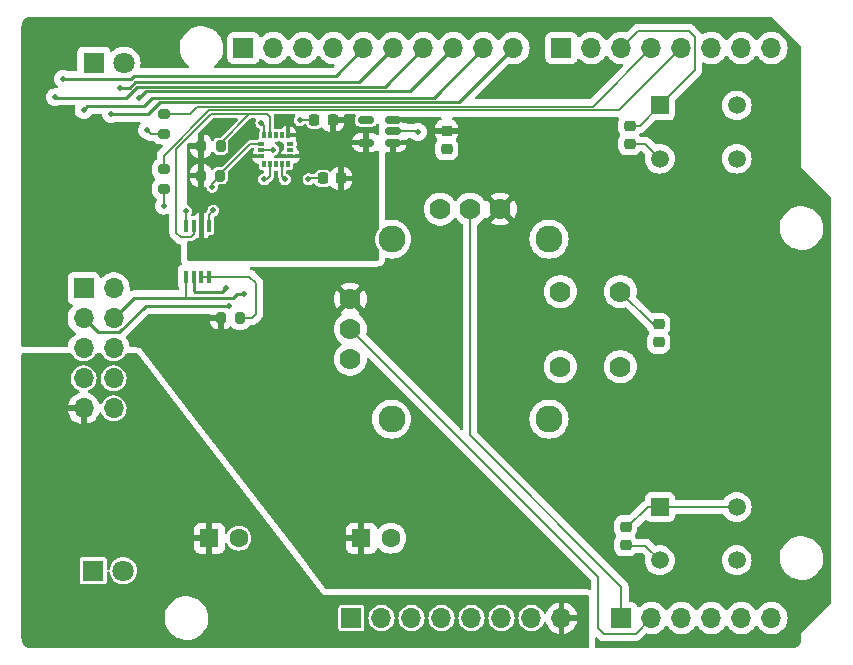
<source format=gbr>
%TF.GenerationSoftware,KiCad,Pcbnew,7.0.2-0*%
%TF.CreationDate,2024-01-05T14:52:03-05:00*%
%TF.ProjectId,ControllerShield,436f6e74-726f-46c6-9c65-72536869656c,rev?*%
%TF.SameCoordinates,Original*%
%TF.FileFunction,Copper,L1,Top*%
%TF.FilePolarity,Positive*%
%FSLAX46Y46*%
G04 Gerber Fmt 4.6, Leading zero omitted, Abs format (unit mm)*
G04 Created by KiCad (PCBNEW 7.0.2-0) date 2024-01-05 14:52:03*
%MOMM*%
%LPD*%
G01*
G04 APERTURE LIST*
G04 Aperture macros list*
%AMRoundRect*
0 Rectangle with rounded corners*
0 $1 Rounding radius*
0 $2 $3 $4 $5 $6 $7 $8 $9 X,Y pos of 4 corners*
0 Add a 4 corners polygon primitive as box body*
4,1,4,$2,$3,$4,$5,$6,$7,$8,$9,$2,$3,0*
0 Add four circle primitives for the rounded corners*
1,1,$1+$1,$2,$3*
1,1,$1+$1,$4,$5*
1,1,$1+$1,$6,$7*
1,1,$1+$1,$8,$9*
0 Add four rect primitives between the rounded corners*
20,1,$1+$1,$2,$3,$4,$5,0*
20,1,$1+$1,$4,$5,$6,$7,0*
20,1,$1+$1,$6,$7,$8,$9,0*
20,1,$1+$1,$8,$9,$2,$3,0*%
G04 Aperture macros list end*
%TA.AperFunction,ComponentPad*%
%ADD10R,1.700000X1.700000*%
%TD*%
%TA.AperFunction,ComponentPad*%
%ADD11O,1.700000X1.700000*%
%TD*%
%TA.AperFunction,ComponentPad*%
%ADD12R,1.800000X1.800000*%
%TD*%
%TA.AperFunction,ComponentPad*%
%ADD13C,1.800000*%
%TD*%
%TA.AperFunction,SMDPad,CuDef*%
%ADD14RoundRect,0.225000X0.250000X-0.225000X0.250000X0.225000X-0.250000X0.225000X-0.250000X-0.225000X0*%
%TD*%
%TA.AperFunction,ComponentPad*%
%ADD15R,1.600000X1.600000*%
%TD*%
%TA.AperFunction,ComponentPad*%
%ADD16C,1.600000*%
%TD*%
%TA.AperFunction,SMDPad,CuDef*%
%ADD17RoundRect,0.200000X-0.200000X-0.275000X0.200000X-0.275000X0.200000X0.275000X-0.200000X0.275000X0*%
%TD*%
%TA.AperFunction,SMDPad,CuDef*%
%ADD18RoundRect,0.200000X-0.275000X0.200000X-0.275000X-0.200000X0.275000X-0.200000X0.275000X0.200000X0*%
%TD*%
%TA.AperFunction,ComponentPad*%
%ADD19C,1.778000*%
%TD*%
%TA.AperFunction,ComponentPad*%
%ADD20C,2.286000*%
%TD*%
%TA.AperFunction,ComponentPad*%
%ADD21R,1.498600X1.498600*%
%TD*%
%TA.AperFunction,ComponentPad*%
%ADD22C,1.498600*%
%TD*%
%TA.AperFunction,SMDPad,CuDef*%
%ADD23RoundRect,0.225000X0.225000X0.250000X-0.225000X0.250000X-0.225000X-0.250000X0.225000X-0.250000X0*%
%TD*%
%TA.AperFunction,SMDPad,CuDef*%
%ADD24R,0.400000X1.100000*%
%TD*%
%TA.AperFunction,SMDPad,CuDef*%
%ADD25RoundRect,0.225000X-0.250000X0.225000X-0.250000X-0.225000X0.250000X-0.225000X0.250000X0.225000X0*%
%TD*%
%TA.AperFunction,SMDPad,CuDef*%
%ADD26RoundRect,0.150000X0.512500X0.150000X-0.512500X0.150000X-0.512500X-0.150000X0.512500X-0.150000X0*%
%TD*%
%TA.AperFunction,SMDPad,CuDef*%
%ADD27RoundRect,0.087500X-0.087500X0.187500X-0.087500X-0.187500X0.087500X-0.187500X0.087500X0.187500X0*%
%TD*%
%TA.AperFunction,SMDPad,CuDef*%
%ADD28RoundRect,0.087500X-0.187500X0.087500X-0.187500X-0.087500X0.187500X-0.087500X0.187500X0.087500X0*%
%TD*%
%TA.AperFunction,ViaPad*%
%ADD29C,0.500000*%
%TD*%
%TA.AperFunction,ViaPad*%
%ADD30C,0.800000*%
%TD*%
%TA.AperFunction,Conductor*%
%ADD31C,0.180000*%
%TD*%
%TA.AperFunction,Conductor*%
%ADD32C,0.200000*%
%TD*%
%TA.AperFunction,Conductor*%
%ADD33C,0.127000*%
%TD*%
%TA.AperFunction,Conductor*%
%ADD34C,0.254000*%
%TD*%
G04 APERTURE END LIST*
D10*
%TO.P,J1,1,Pin_1*%
%TO.N,unconnected-(J1-Pin_1-Pad1)*%
X149890000Y-138655000D03*
D11*
%TO.P,J1,2,Pin_2*%
%TO.N,/IOREF*%
X152430000Y-138655000D03*
%TO.P,J1,3,Pin_3*%
%TO.N,/RSTn*%
X154970000Y-138655000D03*
%TO.P,J1,4,Pin_4*%
%TO.N,unconnected-(J1-Pin_4-Pad4)*%
X157510000Y-138655000D03*
%TO.P,J1,5,Pin_5*%
%TO.N,+5V*%
X160050000Y-138655000D03*
%TO.P,J1,6,Pin_6*%
%TO.N,GND*%
X162590000Y-138655000D03*
%TO.P,J1,7,Pin_7*%
X165130000Y-138655000D03*
%TO.P,J1,8,Pin_8*%
%TO.N,/Vsys*%
X167670000Y-138655000D03*
%TD*%
D10*
%TO.P,J3,1,Pin_1*%
%TO.N,/Horiz*%
X172750000Y-138655000D03*
D11*
%TO.P,J3,2,Pin_2*%
%TO.N,/Vert*%
X175290000Y-138655000D03*
%TO.P,J3,3,Pin_3*%
%TO.N,/A2*%
X177830000Y-138655000D03*
%TO.P,J3,4,Pin_4*%
%TO.N,/A3*%
X180370000Y-138655000D03*
%TO.P,J3,5,Pin_5*%
%TO.N,unconnected-(J3-Pin_5-Pad5)*%
X182910000Y-138655000D03*
%TO.P,J3,6,Pin_6*%
%TO.N,unconnected-(J3-Pin_6-Pad6)*%
X185450000Y-138655000D03*
%TD*%
D10*
%TO.P,J2,1,Pin_1*%
%TO.N,/SCL*%
X140746000Y-90395000D03*
D11*
%TO.P,J2,2,Pin_2*%
%TO.N,/SDA*%
X143286000Y-90395000D03*
%TO.P,J2,3,Pin_3*%
%TO.N,/AREF*%
X145826000Y-90395000D03*
%TO.P,J2,4,Pin_4*%
%TO.N,GND*%
X148366000Y-90395000D03*
%TO.P,J2,5,Pin_5*%
%TO.N,/D0*%
X150906000Y-90395000D03*
%TO.P,J2,6,Pin_6*%
%TO.N,/D1*%
X153446000Y-90395000D03*
%TO.P,J2,7,Pin_7*%
%TO.N,/StepY*%
X155986000Y-90395000D03*
%TO.P,J2,8,Pin_8*%
%TO.N,/DirY*%
X158526000Y-90395000D03*
%TO.P,J2,9,Pin_9*%
%TO.N,/StepX*%
X161066000Y-90395000D03*
%TO.P,J2,10,Pin_10*%
%TO.N,/DirX*%
X163606000Y-90395000D03*
%TD*%
D10*
%TO.P,J4,1,Pin_1*%
%TO.N,/7*%
X167670000Y-90395000D03*
D11*
%TO.P,J4,2,Pin_2*%
%TO.N,/\u002A6*%
X170210000Y-90395000D03*
%TO.P,J4,3,Pin_3*%
%TO.N,/ExtraBtn*%
X172750000Y-90395000D03*
%TO.P,J4,4,Pin_4*%
%TO.N,/Green*%
X175290000Y-90395000D03*
%TO.P,J4,5,Pin_5*%
%TO.N,/Red*%
X177830000Y-90395000D03*
%TO.P,J4,6,Pin_6*%
%TO.N,/GameBtn*%
X180370000Y-90395000D03*
%TO.P,J4,7,Pin_7*%
%TO.N,/TX{slash}1*%
X182910000Y-90395000D03*
%TO.P,J4,8,Pin_8*%
%TO.N,/RX{slash}0*%
X185450000Y-90395000D03*
%TD*%
D12*
%TO.P,D1,1,K*%
%TO.N,GND*%
X128025000Y-134650000D03*
D13*
%TO.P,D1,2,A*%
%TO.N,Net-(D1-A)*%
X130565000Y-134650000D03*
%TD*%
D14*
%TO.P,C3,1*%
%TO.N,GND*%
X173100000Y-132475000D03*
%TO.P,C3,2*%
%TO.N,/RSTn*%
X173100000Y-130925000D03*
%TD*%
D15*
%TO.P,C8,1*%
%TO.N,/Vsys*%
X137850000Y-131900000D03*
D16*
%TO.P,C8,2*%
%TO.N,GND*%
X140350000Y-131900000D03*
%TD*%
D17*
%TO.P,R2,1*%
%TO.N,+3V3*%
X137150000Y-98720000D03*
%TO.P,R2,2*%
%TO.N,/SCL3p3*%
X138800000Y-98720000D03*
%TD*%
D18*
%TO.P,R4,1*%
%TO.N,/Green*%
X134000000Y-96000000D03*
%TO.P,R4,2*%
%TO.N,Net-(D2-A)*%
X134000000Y-97650000D03*
%TD*%
D19*
%TO.P,U1,B1A,SEL+*%
%TO.N,/GameBtn*%
X172650000Y-111020000D03*
%TO.P,U1,B1B*%
%TO.N,N/C*%
X172650000Y-117370000D03*
%TO.P,U1,B2A,SEL-*%
%TO.N,GND*%
X167570000Y-111020000D03*
%TO.P,U1,B2B*%
%TO.N,N/C*%
X167570000Y-117370000D03*
%TO.P,U1,H1,H+*%
%TO.N,+5V*%
X149790000Y-111655000D03*
%TO.P,U1,H2,H*%
%TO.N,/Vert*%
X149790000Y-114195000D03*
%TO.P,U1,H3,H-*%
%TO.N,GND*%
X149790000Y-116735000D03*
D20*
%TO.P,U1,S1,SHIELD*%
X166617500Y-106575000D03*
%TO.P,U1,S2,SHIELD__1*%
X153282500Y-106575000D03*
%TO.P,U1,S3,SHIELD__2*%
X153282500Y-121815000D03*
%TO.P,U1,S4,SHIELD__3*%
X166617500Y-121815000D03*
D19*
%TO.P,U1,V1,V+*%
%TO.N,+5V*%
X162490000Y-104035000D03*
%TO.P,U1,V2,V*%
%TO.N,/Horiz*%
X159950000Y-104035000D03*
%TO.P,U1,V3,V-*%
%TO.N,GND*%
X157410000Y-104035000D03*
%TD*%
D12*
%TO.P,D2,1,K*%
%TO.N,GND*%
X128075000Y-91700000D03*
D13*
%TO.P,D2,2,A*%
%TO.N,Net-(D2-A)*%
X130615000Y-91700000D03*
%TD*%
D21*
%TO.P,SW1,1,A*%
%TO.N,/RSTn*%
X175999999Y-129260599D03*
D22*
%TO.P,SW1,2,A*%
X182500001Y-129260599D03*
%TO.P,SW1,3,B*%
%TO.N,GND*%
X175999999Y-133760600D03*
%TO.P,SW1,4,B*%
X182500001Y-133760600D03*
%TD*%
D23*
%TO.P,C1,1*%
%TO.N,+3V3*%
X148300000Y-96500000D03*
%TO.P,C1,2*%
%TO.N,GND*%
X146750000Y-96500000D03*
%TD*%
D24*
%TO.P,U4,1,GND*%
%TO.N,GND*%
X137825000Y-105450000D03*
%TO.P,U4,2,VREF1*%
%TO.N,+3V3*%
X137175000Y-105450000D03*
%TO.P,U4,3,SCL1*%
%TO.N,/SCL3p3*%
X136525000Y-105450000D03*
%TO.P,U4,4,SDA1*%
%TO.N,/SDA3p3*%
X135875000Y-105450000D03*
%TO.P,U4,5,SDA2*%
%TO.N,/SDA*%
X135875000Y-109750000D03*
%TO.P,U4,6,SCL2*%
%TO.N,/SCL*%
X136525000Y-109750000D03*
%TO.P,U4,7,VREF2*%
%TO.N,Net-(U4-EN)*%
X137175000Y-109750000D03*
%TO.P,U4,8,EN*%
X137825000Y-109750000D03*
%TD*%
D14*
%TO.P,C6,1*%
%TO.N,GND*%
X173450000Y-98525000D03*
%TO.P,C6,2*%
%TO.N,/ExtraBtn*%
X173450000Y-96975000D03*
%TD*%
D17*
%TO.P,R5,1*%
%TO.N,+5V*%
X138825000Y-113250000D03*
%TO.P,R5,2*%
%TO.N,Net-(U4-EN)*%
X140475000Y-113250000D03*
%TD*%
D21*
%TO.P,SW2,1,A*%
%TO.N,/ExtraBtn*%
X175999999Y-95260599D03*
D22*
%TO.P,SW2,2,A*%
X182500001Y-95260599D03*
%TO.P,SW2,3,B*%
%TO.N,GND*%
X175999999Y-99760600D03*
%TO.P,SW2,4,B*%
X182500001Y-99760600D03*
%TD*%
D18*
%TO.P,R3,1*%
%TO.N,/Red*%
X134000000Y-100675000D03*
%TO.P,R3,2*%
%TO.N,Net-(D1-A)*%
X134000000Y-102325000D03*
%TD*%
D25*
%TO.P,C4,1*%
%TO.N,+5V*%
X157950000Y-97400000D03*
%TO.P,C4,2*%
%TO.N,GND*%
X157950000Y-98950000D03*
%TD*%
D26*
%TO.P,U3,1,IN*%
%TO.N,+5V*%
X153387500Y-98400000D03*
%TO.P,U3,2,GND*%
%TO.N,GND*%
X153387500Y-97450000D03*
%TO.P,U3,3,EN*%
%TO.N,+5V*%
X153387500Y-96500000D03*
%TO.P,U3,4,NC*%
%TO.N,unconnected-(U3-NC-Pad4)*%
X151112500Y-96500000D03*
%TO.P,U3,5,OUT*%
%TO.N,+3V3*%
X151112500Y-98400000D03*
%TD*%
D23*
%TO.P,C2,1*%
%TO.N,+3V3*%
X149000000Y-101445000D03*
%TO.P,C2,2*%
%TO.N,GND*%
X147450000Y-101445000D03*
%TD*%
D25*
%TO.P,C7,1*%
%TO.N,/GameBtn*%
X175900000Y-113775000D03*
%TO.P,C7,2*%
%TO.N,GND*%
X175900000Y-115325000D03*
%TD*%
D17*
%TO.P,R1,1*%
%TO.N,+3V3*%
X137125000Y-101195000D03*
%TO.P,R1,2*%
%TO.N,/SDA3p3*%
X138775000Y-101195000D03*
%TD*%
D10*
%TO.P,J5,1,Pin_1*%
%TO.N,/StepX*%
X127210000Y-110750000D03*
D11*
%TO.P,J5,2,Pin_2*%
%TO.N,/DirX*%
X129750000Y-110750000D03*
%TO.P,J5,3,Pin_3*%
%TO.N,/SCL*%
X127210000Y-113290000D03*
%TO.P,J5,4,Pin_4*%
%TO.N,/SDA*%
X129750000Y-113290000D03*
%TO.P,J5,5,Pin_5*%
%TO.N,/D0*%
X127210000Y-115830000D03*
%TO.P,J5,6,Pin_6*%
%TO.N,/D1*%
X129750000Y-115830000D03*
%TO.P,J5,7,Pin_7*%
%TO.N,/StepY*%
X127210000Y-118370000D03*
%TO.P,J5,8,Pin_8*%
%TO.N,/DirY*%
X129750000Y-118370000D03*
%TO.P,J5,9,Pin_9*%
%TO.N,/Vsys*%
X127210000Y-120910000D03*
%TO.P,J5,10,Pin_10*%
%TO.N,GND*%
X129750000Y-120910000D03*
%TD*%
D27*
%TO.P,U2,1,VDD_IO*%
%TO.N,+3V3*%
X144495000Y-97790000D03*
%TO.P,U2,2,NC*%
%TO.N,unconnected-(U2-NC-Pad2)*%
X143995000Y-97790000D03*
%TO.P,U2,3,NC*%
%TO.N,unconnected-(U2-NC-Pad3)*%
X143495000Y-97790000D03*
%TO.P,U2,4,SCL/SPC*%
%TO.N,/SCL3p3*%
X142995000Y-97790000D03*
%TO.P,U2,5,GND*%
%TO.N,GND*%
X142495000Y-97790000D03*
D28*
%TO.P,U2,6,SDA/SDI/SDO*%
%TO.N,/SDA3p3*%
X142270000Y-98515000D03*
%TO.P,U2,7,SDO/SA0*%
%TO.N,Net-(JP1-B)*%
X142270000Y-99015000D03*
%TO.P,U2,8,CS*%
%TO.N,+3V3*%
X142270000Y-99515000D03*
D27*
%TO.P,U2,9,INT2*%
%TO.N,unconnected-(U2-INT2-Pad9)*%
X142495000Y-100240000D03*
%TO.P,U2,10,GND*%
%TO.N,GND*%
X142995000Y-100240000D03*
%TO.P,U2,11,INT1*%
%TO.N,unconnected-(U2-INT1-Pad11)*%
X143495000Y-100240000D03*
%TO.P,U2,12,GND*%
%TO.N,GND*%
X143995000Y-100240000D03*
%TO.P,U2,13,ADC3*%
%TO.N,unconnected-(U2-ADC3-Pad13)*%
X144495000Y-100240000D03*
D28*
%TO.P,U2,14,VDD*%
%TO.N,+3V3*%
X144720000Y-99515000D03*
%TO.P,U2,15,ADC2*%
%TO.N,unconnected-(U2-ADC2-Pad15)*%
X144720000Y-99015000D03*
%TO.P,U2,16,ADC1*%
%TO.N,unconnected-(U2-ADC1-Pad16)*%
X144720000Y-98515000D03*
%TD*%
D15*
%TO.P,C5,1*%
%TO.N,+5V*%
X150717621Y-131900000D03*
D16*
%TO.P,C5,2*%
%TO.N,GND*%
X153217621Y-131900000D03*
%TD*%
D29*
%TO.N,GND*%
X146250000Y-101500000D03*
X145500000Y-96500000D03*
X155500000Y-97500000D03*
X144250000Y-101500000D03*
X142250000Y-96750000D03*
X138200000Y-104150000D03*
X175900000Y-115400000D03*
X142500000Y-101500000D03*
X157950000Y-99000000D03*
D30*
%TO.N,+5V*%
X160000000Y-133500000D03*
X160000000Y-134750000D03*
X160000000Y-132250000D03*
D29*
%TO.N,Net-(D1-A)*%
X134000000Y-103750000D03*
%TO.N,Net-(D2-A)*%
X132600000Y-97350000D03*
%TO.N,/SCL*%
X139500000Y-112250000D03*
X139250000Y-110750000D03*
%TO.N,/D0*%
X125450000Y-93000000D03*
%TO.N,/StepY*%
X124775000Y-94575000D03*
%TO.N,/DirY*%
X131900000Y-94600000D03*
%TO.N,/D1*%
X130250000Y-93750000D03*
%TO.N,/SDA*%
X140750000Y-111250000D03*
%TO.N,/StepX*%
X127210000Y-95650000D03*
%TO.N,/DirX*%
X129550000Y-96000000D03*
%TO.N,Net-(JP1-B)*%
X143250000Y-99000000D03*
%TO.N,/SDA3p3*%
X138100000Y-102150000D03*
X135900000Y-104200000D03*
%TD*%
D31*
%TO.N,GND*%
X142495000Y-97790000D02*
X142495000Y-96995000D01*
X147450000Y-101445000D02*
X146305000Y-101445000D01*
X146750000Y-96500000D02*
X145500000Y-96500000D01*
X143995000Y-100240000D02*
X143995000Y-101245000D01*
D32*
X173450000Y-98525000D02*
X174764399Y-98525000D01*
D31*
X174774998Y-132525000D02*
X175999998Y-133750000D01*
X143995000Y-101245000D02*
X144250000Y-101500000D01*
X137825000Y-105450000D02*
X137825000Y-104525000D01*
X155450000Y-97450000D02*
X155500000Y-97500000D01*
X142495000Y-96995000D02*
X142250000Y-96750000D01*
X142750000Y-101500000D02*
X142500000Y-101500000D01*
D32*
X174764399Y-98525000D02*
X175999999Y-99760600D01*
D31*
X137825000Y-104525000D02*
X138200000Y-104150000D01*
X142995000Y-100240000D02*
X142995000Y-101255000D01*
X142995000Y-101255000D02*
X142750000Y-101500000D01*
X153387500Y-97450000D02*
X155450000Y-97450000D01*
X146305000Y-101445000D02*
X146250000Y-101500000D01*
X173250000Y-132525000D02*
X174774998Y-132525000D01*
D33*
%TO.N,+5V*%
X153387500Y-98400000D02*
X153387500Y-100112500D01*
X153387500Y-100112500D02*
X153250000Y-100250000D01*
D34*
X153387500Y-96500000D02*
X156250000Y-96500000D01*
D31*
%TO.N,Net-(D1-A)*%
X134000000Y-102325000D02*
X134000000Y-103750000D01*
D32*
%TO.N,Net-(D2-A)*%
X134000000Y-97650000D02*
X132900000Y-97650000D01*
X132900000Y-97650000D02*
X132600000Y-97350000D01*
D34*
%TO.N,/SCL*%
X130237530Y-114467000D02*
X132454530Y-112250000D01*
X136525000Y-110988000D02*
X136600000Y-111063000D01*
X136525000Y-109750000D02*
X136525000Y-110988000D01*
X138937000Y-111063000D02*
X136900000Y-111063000D01*
X136900000Y-111063000D02*
X136600000Y-111063000D01*
X128387000Y-114467000D02*
X130237530Y-114467000D01*
X127210000Y-113290000D02*
X128387000Y-114467000D01*
X139250000Y-110750000D02*
X138937000Y-111063000D01*
X132454530Y-112250000D02*
X139500000Y-112250000D01*
%TO.N,/D0*%
X148555503Y-92745497D02*
X131513392Y-92745497D01*
X131258889Y-93000000D02*
X125450000Y-93000000D01*
X131513392Y-92745497D02*
X131258889Y-93000000D01*
X150906000Y-90395000D02*
X148555503Y-92745497D01*
%TO.N,/StepY*%
X155986000Y-90395000D02*
X152711501Y-93669499D01*
X124800000Y-94600000D02*
X124775000Y-94575000D01*
X152711501Y-93669499D02*
X131742391Y-93669499D01*
X130811890Y-94600000D02*
X124800000Y-94600000D01*
X131742391Y-93669499D02*
X130811890Y-94600000D01*
%TO.N,/DirY*%
X158526000Y-90395000D02*
X154871000Y-94050000D01*
X132450000Y-94050000D02*
X131900000Y-94600000D01*
X154871000Y-94050000D02*
X132450000Y-94050000D01*
%TO.N,/D1*%
X153446000Y-90395000D02*
X150552002Y-93288998D01*
X150552002Y-93288998D02*
X131584782Y-93288998D01*
X131584782Y-93288998D02*
X131123780Y-93750000D01*
X131123780Y-93750000D02*
X130250000Y-93750000D01*
D31*
%TO.N,/Horiz*%
X172750000Y-136000000D02*
X159950000Y-123200000D01*
X172750000Y-138655000D02*
X172750000Y-136000000D01*
X159950000Y-123200000D02*
X159950000Y-104035000D01*
%TO.N,/Vert*%
X171250000Y-140000000D02*
X170750000Y-139500000D01*
X170750000Y-139500000D02*
X170750000Y-135155000D01*
X173945000Y-140000000D02*
X171250000Y-140000000D01*
X170750000Y-135155000D02*
X149790000Y-114195000D01*
X175290000Y-138655000D02*
X173945000Y-140000000D01*
%TO.N,/Green*%
X136842499Y-95354503D02*
X136197002Y-96000000D01*
X175290000Y-90395000D02*
X170330497Y-95354503D01*
X136197002Y-96000000D02*
X134000000Y-96000000D01*
X170330497Y-95354503D02*
X136842499Y-95354503D01*
D32*
%TO.N,/ExtraBtn*%
X173450000Y-96975000D02*
X174285598Y-96975000D01*
X178980000Y-92280598D02*
X178980000Y-89480000D01*
X178500000Y-89000000D02*
X174145000Y-89000000D01*
X174285598Y-96975000D02*
X175999999Y-95260599D01*
X174145000Y-89000000D02*
X172750000Y-90395000D01*
X175999999Y-95260599D02*
X178980000Y-92280598D01*
X178980000Y-89480000D02*
X178500000Y-89000000D01*
D31*
%TO.N,/Red*%
X177830000Y-90395000D02*
X172563996Y-95661004D01*
X134000000Y-99500000D02*
X134000000Y-100675000D01*
X137838996Y-95661004D02*
X134000000Y-99500000D01*
X172563996Y-95661004D02*
X137838996Y-95661004D01*
%TO.N,+3V3*%
X144495000Y-97790000D02*
X145290000Y-97790000D01*
X144500000Y-96750000D02*
X144495000Y-96755000D01*
X145290000Y-97790000D02*
X145500000Y-98000000D01*
X144495000Y-97790000D02*
X144495000Y-96755000D01*
%TO.N,/GameBtn*%
X175900000Y-113775000D02*
X175405000Y-113775000D01*
X175405000Y-113775000D02*
X172650000Y-111020000D01*
D34*
%TO.N,/SDA*%
X129750000Y-113290000D02*
X131020000Y-112020000D01*
X131490000Y-111550000D02*
X135950000Y-111550000D01*
D32*
X135875000Y-109750000D02*
X135875000Y-111475000D01*
D34*
X140750000Y-111250000D02*
X140200000Y-111250000D01*
X131020000Y-112020000D02*
X131490000Y-111550000D01*
X140200000Y-111250000D02*
X139900000Y-111550000D01*
X139900000Y-111550000D02*
X135950000Y-111550000D01*
D32*
X135875000Y-111475000D02*
X135950000Y-111550000D01*
D34*
%TO.N,/StepX*%
X161066000Y-90395000D02*
X156834500Y-94626500D01*
X133023500Y-94626500D02*
X132300000Y-95350000D01*
X127510000Y-95350000D02*
X127210000Y-95650000D01*
X156834500Y-94626500D02*
X133023500Y-94626500D01*
X132300000Y-95350000D02*
X127510000Y-95350000D01*
%TO.N,/DirX*%
X158993999Y-95007001D02*
X133642999Y-95007001D01*
X133642999Y-95007001D02*
X132650000Y-96000000D01*
X132650000Y-96000000D02*
X129550000Y-96000000D01*
X163606000Y-90395000D02*
X158993999Y-95007001D01*
D32*
%TO.N,Net-(JP1-B)*%
X142270000Y-99015000D02*
X143235000Y-99015000D01*
X143235000Y-99015000D02*
X143250000Y-99000000D01*
D31*
%TO.N,/RSTn*%
X173250000Y-130975000D02*
X174975001Y-129249999D01*
X174975001Y-129249999D02*
X175999998Y-129249999D01*
D32*
X182500000Y-129249999D02*
X175999998Y-129249999D01*
D31*
%TO.N,/SDA3p3*%
X138100000Y-101870000D02*
X138775000Y-101195000D01*
X135875000Y-105450000D02*
X135875000Y-104225000D01*
X135875000Y-104225000D02*
X135900000Y-104200000D01*
D33*
X142270000Y-98515000D02*
X141335000Y-98515000D01*
D31*
X138100000Y-102150000D02*
X138100000Y-101870000D01*
D33*
X141335000Y-98515000D02*
X138775000Y-101075000D01*
D31*
%TO.N,/SCL3p3*%
X136525000Y-106180000D02*
X136305000Y-106400000D01*
X136305000Y-106400000D02*
X135421501Y-106400000D01*
X135071501Y-106050000D02*
X135071501Y-98928499D01*
X138000000Y-96000000D02*
X141600000Y-96000000D01*
D33*
X141600000Y-96000000D02*
X141250000Y-96000000D01*
X142995000Y-96245000D02*
X142750000Y-96000000D01*
D31*
X136525000Y-105450000D02*
X136525000Y-106180000D01*
X135071501Y-98928499D02*
X138000000Y-96000000D01*
D33*
X142750000Y-96000000D02*
X141600000Y-96000000D01*
X138800000Y-98450000D02*
X138800000Y-98720000D01*
X142995000Y-97790000D02*
X142995000Y-96245000D01*
X141250000Y-96000000D02*
X138800000Y-98450000D01*
D31*
X135421501Y-106400000D02*
X135071501Y-106050000D01*
D32*
%TO.N,Net-(U4-EN)*%
X140475000Y-113250000D02*
X141450000Y-113250000D01*
X141800000Y-112900000D02*
X141800000Y-110300000D01*
X141250000Y-109750000D02*
X137175000Y-109750000D01*
X141800000Y-110300000D02*
X141250000Y-109750000D01*
X141450000Y-113250000D02*
X141800000Y-112900000D01*
%TD*%
%TA.AperFunction,Conductor*%
%TO.N,/Vsys*%
G36*
X126180012Y-116269685D02*
G01*
X126223971Y-116318726D01*
X126270327Y-116411821D01*
X126270328Y-116411822D01*
X126393236Y-116574580D01*
X126543958Y-116711981D01*
X126717361Y-116819347D01*
X126717363Y-116819348D01*
X126907544Y-116893024D01*
X127108024Y-116930500D01*
X127108026Y-116930500D01*
X127311974Y-116930500D01*
X127311976Y-116930500D01*
X127512456Y-116893024D01*
X127702637Y-116819348D01*
X127876041Y-116711981D01*
X128026764Y-116574579D01*
X128149673Y-116411821D01*
X128196028Y-116318726D01*
X128243529Y-116267492D01*
X128307027Y-116250000D01*
X128652973Y-116250000D01*
X128720012Y-116269685D01*
X128763971Y-116318726D01*
X128810327Y-116411821D01*
X128810328Y-116411822D01*
X128933236Y-116574580D01*
X129083958Y-116711981D01*
X129257361Y-116819347D01*
X129257363Y-116819348D01*
X129447544Y-116893024D01*
X129648024Y-116930500D01*
X129648026Y-116930500D01*
X129851974Y-116930500D01*
X129851976Y-116930500D01*
X130052456Y-116893024D01*
X130242637Y-116819348D01*
X130416041Y-116711981D01*
X130566764Y-116574579D01*
X130689673Y-116411821D01*
X130736028Y-116318726D01*
X130783529Y-116267492D01*
X130847027Y-116250000D01*
X131688897Y-116250000D01*
X131755936Y-116269685D01*
X131787226Y-116298453D01*
X135636986Y-121309251D01*
X146597005Y-135574674D01*
X147500000Y-136750000D01*
X169876000Y-136750000D01*
X169943039Y-136769685D01*
X169988794Y-136822489D01*
X170000000Y-136874000D01*
X170000000Y-141070500D01*
X169980315Y-141137539D01*
X169927511Y-141183294D01*
X169876000Y-141194500D01*
X122718095Y-141194500D01*
X122705939Y-141193903D01*
X122676743Y-141191027D01*
X122634474Y-141186264D01*
X122566262Y-141178579D01*
X122544170Y-141174022D01*
X122493439Y-141158632D01*
X122488482Y-141157014D01*
X122411882Y-141130211D01*
X122394384Y-141122528D01*
X122368547Y-141108718D01*
X122343007Y-141095066D01*
X122335493Y-141090705D01*
X122271055Y-141050215D01*
X122258364Y-141041076D01*
X122212087Y-141003098D01*
X122203070Y-140994925D01*
X122150073Y-140941928D01*
X122141900Y-140932911D01*
X122103922Y-140886634D01*
X122094783Y-140873943D01*
X122080595Y-140851364D01*
X122054282Y-140809487D01*
X122049942Y-140802011D01*
X122022467Y-140750607D01*
X122014794Y-140733132D01*
X121987972Y-140656482D01*
X121986366Y-140651559D01*
X121970978Y-140600834D01*
X121966419Y-140578728D01*
X121953978Y-140468314D01*
X121951088Y-140438978D01*
X121950500Y-140426952D01*
X121950500Y-138722764D01*
X134065787Y-138722764D01*
X134095413Y-138992016D01*
X134129998Y-139124304D01*
X134163928Y-139254088D01*
X134269870Y-139503390D01*
X134269871Y-139503392D01*
X134410982Y-139734611D01*
X134584253Y-139942818D01*
X134584255Y-139942820D01*
X134785998Y-140123582D01*
X135011910Y-140273044D01*
X135118211Y-140322876D01*
X135257177Y-140388021D01*
X135516562Y-140466058D01*
X135516569Y-140466060D01*
X135784561Y-140505500D01*
X135784564Y-140505500D01*
X135985369Y-140505500D01*
X135987631Y-140505500D01*
X136190156Y-140490677D01*
X136454553Y-140431780D01*
X136707558Y-140335014D01*
X136943777Y-140202441D01*
X137158177Y-140036888D01*
X137346186Y-139841881D01*
X137503799Y-139621579D01*
X137551051Y-139529674D01*
X148789500Y-139529674D01*
X148804033Y-139602738D01*
X148804033Y-139602739D01*
X148804034Y-139602740D01*
X148859399Y-139685601D01*
X148942260Y-139740966D01*
X148978793Y-139748233D01*
X149015325Y-139755500D01*
X149015326Y-139755500D01*
X150764675Y-139755500D01*
X150789029Y-139750655D01*
X150837740Y-139740966D01*
X150920601Y-139685601D01*
X150975966Y-139602740D01*
X150990500Y-139529674D01*
X150990500Y-138654999D01*
X151324785Y-138654999D01*
X151343602Y-138858083D01*
X151399418Y-139054251D01*
X151490324Y-139236818D01*
X151613236Y-139399580D01*
X151763958Y-139536981D01*
X151937361Y-139644347D01*
X151937363Y-139644348D01*
X152127544Y-139718024D01*
X152328024Y-139755500D01*
X152328026Y-139755500D01*
X152531974Y-139755500D01*
X152531976Y-139755500D01*
X152732456Y-139718024D01*
X152922637Y-139644348D01*
X153096041Y-139536981D01*
X153246764Y-139399579D01*
X153369673Y-139236821D01*
X153369673Y-139236819D01*
X153369675Y-139236818D01*
X153447784Y-139079952D01*
X153460582Y-139054250D01*
X153516397Y-138858083D01*
X153535215Y-138655000D01*
X153535215Y-138654999D01*
X153864785Y-138654999D01*
X153883602Y-138858083D01*
X153939418Y-139054251D01*
X154030324Y-139236818D01*
X154153236Y-139399580D01*
X154303958Y-139536981D01*
X154477361Y-139644347D01*
X154477363Y-139644348D01*
X154667544Y-139718024D01*
X154868024Y-139755500D01*
X154868026Y-139755500D01*
X155071974Y-139755500D01*
X155071976Y-139755500D01*
X155272456Y-139718024D01*
X155462637Y-139644348D01*
X155636041Y-139536981D01*
X155786764Y-139399579D01*
X155909673Y-139236821D01*
X155909673Y-139236819D01*
X155909675Y-139236818D01*
X155987784Y-139079952D01*
X156000582Y-139054250D01*
X156056397Y-138858083D01*
X156075215Y-138655000D01*
X156404785Y-138655000D01*
X156423602Y-138858083D01*
X156479418Y-139054251D01*
X156570324Y-139236818D01*
X156693236Y-139399580D01*
X156843958Y-139536981D01*
X157017361Y-139644347D01*
X157017363Y-139644348D01*
X157207544Y-139718024D01*
X157408024Y-139755500D01*
X157408026Y-139755500D01*
X157611974Y-139755500D01*
X157611976Y-139755500D01*
X157812456Y-139718024D01*
X158002637Y-139644348D01*
X158176041Y-139536981D01*
X158326764Y-139399579D01*
X158449673Y-139236821D01*
X158449673Y-139236819D01*
X158449675Y-139236818D01*
X158527784Y-139079952D01*
X158540582Y-139054250D01*
X158596397Y-138858083D01*
X158615215Y-138655000D01*
X158944785Y-138655000D01*
X158963602Y-138858083D01*
X159019418Y-139054251D01*
X159110324Y-139236818D01*
X159233236Y-139399580D01*
X159383958Y-139536981D01*
X159557361Y-139644347D01*
X159557363Y-139644348D01*
X159747544Y-139718024D01*
X159948024Y-139755500D01*
X159948026Y-139755500D01*
X160151974Y-139755500D01*
X160151976Y-139755500D01*
X160352456Y-139718024D01*
X160542637Y-139644348D01*
X160716041Y-139536981D01*
X160866764Y-139399579D01*
X160989673Y-139236821D01*
X160989673Y-139236819D01*
X160989675Y-139236818D01*
X161067784Y-139079952D01*
X161080582Y-139054250D01*
X161136397Y-138858083D01*
X161155215Y-138655000D01*
X161484785Y-138655000D01*
X161503602Y-138858083D01*
X161559418Y-139054251D01*
X161650324Y-139236818D01*
X161773236Y-139399580D01*
X161923958Y-139536981D01*
X162097361Y-139644347D01*
X162097363Y-139644348D01*
X162287544Y-139718024D01*
X162488024Y-139755500D01*
X162488026Y-139755500D01*
X162691974Y-139755500D01*
X162691976Y-139755500D01*
X162892456Y-139718024D01*
X163082637Y-139644348D01*
X163256041Y-139536981D01*
X163406764Y-139399579D01*
X163529673Y-139236821D01*
X163529673Y-139236819D01*
X163529675Y-139236818D01*
X163607784Y-139079952D01*
X163620582Y-139054250D01*
X163676397Y-138858083D01*
X163695215Y-138655000D01*
X164024785Y-138655000D01*
X164043602Y-138858083D01*
X164099418Y-139054251D01*
X164190324Y-139236818D01*
X164313236Y-139399580D01*
X164463958Y-139536981D01*
X164637361Y-139644347D01*
X164637363Y-139644348D01*
X164827544Y-139718024D01*
X165028024Y-139755500D01*
X165028026Y-139755500D01*
X165231974Y-139755500D01*
X165231976Y-139755500D01*
X165432456Y-139718024D01*
X165622637Y-139644348D01*
X165796041Y-139536981D01*
X165946764Y-139399579D01*
X166069673Y-139236821D01*
X166125699Y-139124305D01*
X166156817Y-139061812D01*
X166204319Y-139010575D01*
X166271982Y-138993153D01*
X166338323Y-139015078D01*
X166382278Y-139069389D01*
X166387592Y-139084989D01*
X166396569Y-139118492D01*
X166496399Y-139332576D01*
X166631893Y-139526081D01*
X166798918Y-139693106D01*
X166992423Y-139828600D01*
X167206509Y-139928430D01*
X167420000Y-139985634D01*
X167420000Y-139090501D01*
X167527685Y-139139680D01*
X167634237Y-139155000D01*
X167705763Y-139155000D01*
X167812315Y-139139680D01*
X167920000Y-139090501D01*
X167920000Y-139985633D01*
X168133490Y-139928430D01*
X168347576Y-139828600D01*
X168541081Y-139693106D01*
X168708106Y-139526081D01*
X168843600Y-139332576D01*
X168943430Y-139118492D01*
X169000636Y-138905000D01*
X168103686Y-138905000D01*
X168129493Y-138864844D01*
X168170000Y-138726889D01*
X168170000Y-138583111D01*
X168129493Y-138445156D01*
X168103686Y-138405000D01*
X169000636Y-138405000D01*
X169000635Y-138404999D01*
X168943430Y-138191507D01*
X168843599Y-137977421D01*
X168708109Y-137783921D01*
X168541081Y-137616893D01*
X168347576Y-137481399D01*
X168133492Y-137381569D01*
X167920000Y-137324364D01*
X167920000Y-138219498D01*
X167812315Y-138170320D01*
X167705763Y-138155000D01*
X167634237Y-138155000D01*
X167527685Y-138170320D01*
X167420000Y-138219498D01*
X167420000Y-137324364D01*
X167419999Y-137324364D01*
X167206507Y-137381569D01*
X166992421Y-137481400D01*
X166798921Y-137616890D01*
X166631890Y-137783921D01*
X166496400Y-137977421D01*
X166396567Y-138191511D01*
X166387591Y-138225011D01*
X166351226Y-138284671D01*
X166288378Y-138315199D01*
X166219003Y-138306904D01*
X166165126Y-138262418D01*
X166156817Y-138248187D01*
X166069675Y-138073181D01*
X165946763Y-137910419D01*
X165796041Y-137773018D01*
X165622638Y-137665652D01*
X165432457Y-137591976D01*
X165343728Y-137575390D01*
X165231976Y-137554500D01*
X165028024Y-137554500D01*
X164950279Y-137569033D01*
X164827542Y-137591976D01*
X164637361Y-137665652D01*
X164463958Y-137773018D01*
X164313236Y-137910419D01*
X164190324Y-138073181D01*
X164099418Y-138255748D01*
X164043602Y-138451916D01*
X164024785Y-138655000D01*
X163695215Y-138655000D01*
X163676397Y-138451917D01*
X163674473Y-138445156D01*
X163654200Y-138373904D01*
X163620582Y-138255750D01*
X163585699Y-138185695D01*
X163529675Y-138073181D01*
X163406763Y-137910419D01*
X163256041Y-137773018D01*
X163082638Y-137665652D01*
X162892457Y-137591976D01*
X162803728Y-137575390D01*
X162691976Y-137554500D01*
X162488024Y-137554500D01*
X162410279Y-137569033D01*
X162287542Y-137591976D01*
X162097361Y-137665652D01*
X161923958Y-137773018D01*
X161773236Y-137910419D01*
X161650324Y-138073181D01*
X161559418Y-138255748D01*
X161503602Y-138451916D01*
X161484785Y-138655000D01*
X161155215Y-138655000D01*
X161136397Y-138451917D01*
X161134473Y-138445156D01*
X161114200Y-138373904D01*
X161080582Y-138255750D01*
X161045699Y-138185695D01*
X160989675Y-138073181D01*
X160866763Y-137910419D01*
X160716041Y-137773018D01*
X160542638Y-137665652D01*
X160352457Y-137591976D01*
X160263728Y-137575390D01*
X160151976Y-137554500D01*
X159948024Y-137554500D01*
X159870279Y-137569033D01*
X159747542Y-137591976D01*
X159557361Y-137665652D01*
X159383958Y-137773018D01*
X159233236Y-137910419D01*
X159110324Y-138073181D01*
X159019418Y-138255748D01*
X158963602Y-138451916D01*
X158944785Y-138655000D01*
X158615215Y-138655000D01*
X158596397Y-138451917D01*
X158594473Y-138445156D01*
X158574200Y-138373904D01*
X158540582Y-138255750D01*
X158505699Y-138185695D01*
X158449675Y-138073181D01*
X158326763Y-137910419D01*
X158176041Y-137773018D01*
X158002638Y-137665652D01*
X157812457Y-137591976D01*
X157723728Y-137575390D01*
X157611976Y-137554500D01*
X157408024Y-137554500D01*
X157330279Y-137569033D01*
X157207542Y-137591976D01*
X157017361Y-137665652D01*
X156843958Y-137773018D01*
X156693236Y-137910419D01*
X156570324Y-138073181D01*
X156479418Y-138255748D01*
X156423602Y-138451916D01*
X156404785Y-138655000D01*
X156075215Y-138655000D01*
X156056397Y-138451917D01*
X156054473Y-138445156D01*
X156034200Y-138373904D01*
X156000582Y-138255750D01*
X155965699Y-138185695D01*
X155909675Y-138073181D01*
X155786763Y-137910419D01*
X155636041Y-137773018D01*
X155462638Y-137665652D01*
X155272457Y-137591976D01*
X155183728Y-137575390D01*
X155071976Y-137554500D01*
X154868024Y-137554500D01*
X154790279Y-137569033D01*
X154667542Y-137591976D01*
X154477361Y-137665652D01*
X154303958Y-137773018D01*
X154153236Y-137910419D01*
X154030324Y-138073181D01*
X153939418Y-138255748D01*
X153883602Y-138451916D01*
X153864785Y-138654999D01*
X153535215Y-138654999D01*
X153516397Y-138451917D01*
X153514473Y-138445156D01*
X153494200Y-138373904D01*
X153460582Y-138255750D01*
X153425699Y-138185695D01*
X153369675Y-138073181D01*
X153246763Y-137910419D01*
X153096041Y-137773018D01*
X152922638Y-137665652D01*
X152732457Y-137591976D01*
X152643728Y-137575390D01*
X152531976Y-137554500D01*
X152328024Y-137554500D01*
X152250279Y-137569033D01*
X152127542Y-137591976D01*
X151937361Y-137665652D01*
X151763958Y-137773018D01*
X151613236Y-137910419D01*
X151490324Y-138073181D01*
X151399418Y-138255748D01*
X151343602Y-138451916D01*
X151324785Y-138654999D01*
X150990500Y-138654999D01*
X150990500Y-137780326D01*
X150975966Y-137707260D01*
X150920601Y-137624399D01*
X150837740Y-137569034D01*
X150837739Y-137569033D01*
X150837738Y-137569033D01*
X150764675Y-137554500D01*
X150764674Y-137554500D01*
X149015326Y-137554500D01*
X149015325Y-137554500D01*
X148942261Y-137569033D01*
X148859399Y-137624399D01*
X148804033Y-137707261D01*
X148789500Y-137780325D01*
X148789500Y-139529674D01*
X137551051Y-139529674D01*
X137627656Y-139380675D01*
X137715118Y-139124305D01*
X137764319Y-138857933D01*
X137774212Y-138587235D01*
X137744586Y-138317982D01*
X137676072Y-138055912D01*
X137570130Y-137806610D01*
X137454345Y-137616890D01*
X137429017Y-137575388D01*
X137255746Y-137367181D01*
X137150759Y-137273112D01*
X137054002Y-137186418D01*
X136828090Y-137036956D01*
X136828086Y-137036954D01*
X136582822Y-136921978D01*
X136323437Y-136843941D01*
X136323431Y-136843940D01*
X136055439Y-136804500D01*
X135852369Y-136804500D01*
X135850120Y-136804664D01*
X135850109Y-136804665D01*
X135649843Y-136819322D01*
X135385449Y-136878219D01*
X135132441Y-136974986D01*
X134896223Y-137107559D01*
X134681825Y-137273109D01*
X134493813Y-137468120D01*
X134336201Y-137688420D01*
X134212342Y-137929329D01*
X134124881Y-138185695D01*
X134075680Y-138452066D01*
X134065787Y-138722764D01*
X121950500Y-138722764D01*
X121950500Y-135574674D01*
X126874500Y-135574674D01*
X126889033Y-135647738D01*
X126889033Y-135647739D01*
X126889034Y-135647740D01*
X126944399Y-135730601D01*
X127027260Y-135785966D01*
X127063792Y-135793233D01*
X127100325Y-135800500D01*
X127100326Y-135800500D01*
X128949675Y-135800500D01*
X128974029Y-135795655D01*
X129022740Y-135785966D01*
X129105601Y-135730601D01*
X129160966Y-135647740D01*
X129175500Y-135574674D01*
X129175499Y-134806054D01*
X129195185Y-134739015D01*
X129247989Y-134693260D01*
X129317147Y-134683316D01*
X129380703Y-134712341D01*
X129418477Y-134771119D01*
X129422971Y-134794613D01*
X129429243Y-134862310D01*
X129487595Y-135067390D01*
X129582631Y-135258252D01*
X129711126Y-135428405D01*
X129711128Y-135428407D01*
X129868698Y-135572052D01*
X130049981Y-135684298D01*
X130248802Y-135761321D01*
X130458390Y-135800500D01*
X130458392Y-135800500D01*
X130671608Y-135800500D01*
X130671610Y-135800500D01*
X130881198Y-135761321D01*
X131080019Y-135684298D01*
X131261302Y-135572052D01*
X131418872Y-135428407D01*
X131547366Y-135258255D01*
X131547366Y-135258253D01*
X131547368Y-135258252D01*
X131613785Y-135124866D01*
X131642405Y-135067389D01*
X131700756Y-134862310D01*
X131720429Y-134650000D01*
X131700756Y-134437690D01*
X131642405Y-134232611D01*
X131631503Y-134210717D01*
X131547368Y-134041747D01*
X131418873Y-133871594D01*
X131261301Y-133727947D01*
X131080017Y-133615701D01*
X130881198Y-133538679D01*
X130671610Y-133499500D01*
X130458390Y-133499500D01*
X130318664Y-133525619D01*
X130248801Y-133538679D01*
X130049982Y-133615701D01*
X129868698Y-133727947D01*
X129711126Y-133871594D01*
X129582631Y-134041747D01*
X129487595Y-134232609D01*
X129429243Y-134437689D01*
X129422971Y-134505386D01*
X129397185Y-134570323D01*
X129340385Y-134611011D01*
X129270604Y-134614531D01*
X129209997Y-134579766D01*
X129177807Y-134517753D01*
X129175500Y-134493945D01*
X129175500Y-133725325D01*
X129168233Y-133688792D01*
X129160966Y-133652260D01*
X129105601Y-133569399D01*
X129022740Y-133514034D01*
X129022739Y-133514033D01*
X129022738Y-133514033D01*
X128949675Y-133499500D01*
X128949674Y-133499500D01*
X127100326Y-133499500D01*
X127100325Y-133499500D01*
X127027261Y-133514033D01*
X126944399Y-133569399D01*
X126889033Y-133652261D01*
X126874500Y-133725325D01*
X126874500Y-135574674D01*
X121950500Y-135574674D01*
X121950500Y-132744518D01*
X136550000Y-132744518D01*
X136550354Y-132751132D01*
X136556400Y-132807371D01*
X136606647Y-132942089D01*
X136692811Y-133057188D01*
X136807910Y-133143352D01*
X136942628Y-133193599D01*
X136998867Y-133199645D01*
X137005482Y-133200000D01*
X137600000Y-133200000D01*
X137600000Y-132215686D01*
X137611955Y-132227641D01*
X137724852Y-132285165D01*
X137818519Y-132300000D01*
X137881481Y-132300000D01*
X137975148Y-132285165D01*
X138088045Y-132227641D01*
X138100000Y-132215686D01*
X138100000Y-133200000D01*
X138694518Y-133200000D01*
X138701132Y-133199645D01*
X138757371Y-133193599D01*
X138892089Y-133143352D01*
X139007188Y-133057188D01*
X139093352Y-132942089D01*
X139143599Y-132807371D01*
X139149645Y-132751132D01*
X139150000Y-132744518D01*
X139150000Y-132378477D01*
X139169685Y-132311438D01*
X139222489Y-132265683D01*
X139291647Y-132255739D01*
X139355203Y-132284764D01*
X139383356Y-132320022D01*
X139472315Y-132486450D01*
X139523608Y-132548952D01*
X139603589Y-132646410D01*
X139683569Y-132712047D01*
X139763550Y-132777685D01*
X139946046Y-132875232D01*
X140144066Y-132935300D01*
X140350000Y-132955583D01*
X140555934Y-132935300D01*
X140753954Y-132875232D01*
X140936450Y-132777685D01*
X141096410Y-132646410D01*
X141227685Y-132486450D01*
X141325232Y-132303954D01*
X141385300Y-132105934D01*
X141405583Y-131900000D01*
X141385300Y-131694066D01*
X141325232Y-131496046D01*
X141227685Y-131313550D01*
X141162047Y-131233570D01*
X141096410Y-131153589D01*
X140968804Y-131048867D01*
X140936450Y-131022315D01*
X140753954Y-130924768D01*
X140654944Y-130894733D01*
X140555932Y-130864699D01*
X140350000Y-130844417D01*
X140144067Y-130864699D01*
X139946043Y-130924769D01*
X139763551Y-131022314D01*
X139603589Y-131153589D01*
X139472315Y-131313549D01*
X139383358Y-131479976D01*
X139334395Y-131529820D01*
X139266258Y-131545280D01*
X139200578Y-131521448D01*
X139158209Y-131465890D01*
X139150000Y-131421522D01*
X139150000Y-131055481D01*
X139149645Y-131048867D01*
X139143599Y-130992628D01*
X139093352Y-130857910D01*
X139007188Y-130742811D01*
X138892089Y-130656647D01*
X138757371Y-130606400D01*
X138701132Y-130600354D01*
X138694518Y-130600000D01*
X138100000Y-130600000D01*
X138100000Y-131584314D01*
X138088045Y-131572359D01*
X137975148Y-131514835D01*
X137881481Y-131500000D01*
X137818519Y-131500000D01*
X137724852Y-131514835D01*
X137611955Y-131572359D01*
X137600000Y-131584313D01*
X137600000Y-130600000D01*
X137005482Y-130600000D01*
X136998867Y-130600354D01*
X136942628Y-130606400D01*
X136807910Y-130656647D01*
X136692811Y-130742811D01*
X136606647Y-130857910D01*
X136556400Y-130992628D01*
X136550354Y-131048867D01*
X136550000Y-131055481D01*
X136550000Y-131650000D01*
X137534314Y-131650000D01*
X137522359Y-131661955D01*
X137464835Y-131774852D01*
X137445014Y-131900000D01*
X137464835Y-132025148D01*
X137522359Y-132138045D01*
X137534314Y-132150000D01*
X136550000Y-132150000D01*
X136550000Y-132744518D01*
X121950500Y-132744518D01*
X121950500Y-121160000D01*
X125879364Y-121160000D01*
X125936569Y-121373492D01*
X126036399Y-121587576D01*
X126171893Y-121781081D01*
X126338918Y-121948106D01*
X126532423Y-122083600D01*
X126746509Y-122183430D01*
X126960000Y-122240634D01*
X126960000Y-121345501D01*
X127067685Y-121394680D01*
X127174237Y-121410000D01*
X127245763Y-121410000D01*
X127352315Y-121394680D01*
X127459999Y-121345501D01*
X127459999Y-122240633D01*
X127673491Y-122183430D01*
X127887576Y-122083600D01*
X128081081Y-121948106D01*
X128248106Y-121781081D01*
X128383600Y-121587576D01*
X128483431Y-121373491D01*
X128492407Y-121339991D01*
X128528771Y-121280330D01*
X128591617Y-121249800D01*
X128660993Y-121258094D01*
X128714872Y-121302579D01*
X128723182Y-121316811D01*
X128810326Y-121491820D01*
X128933236Y-121654580D01*
X129083958Y-121791981D01*
X129257361Y-121899347D01*
X129257363Y-121899348D01*
X129447544Y-121973024D01*
X129648024Y-122010500D01*
X129648026Y-122010500D01*
X129851974Y-122010500D01*
X129851976Y-122010500D01*
X130052456Y-121973024D01*
X130242637Y-121899348D01*
X130416041Y-121791981D01*
X130566764Y-121654579D01*
X130689673Y-121491821D01*
X130689673Y-121491819D01*
X130689675Y-121491818D01*
X130776817Y-121316811D01*
X130780582Y-121309250D01*
X130836397Y-121113083D01*
X130855215Y-120910000D01*
X130836397Y-120706917D01*
X130834473Y-120700156D01*
X130814200Y-120628904D01*
X130780582Y-120510750D01*
X130748593Y-120446507D01*
X130689675Y-120328181D01*
X130566763Y-120165419D01*
X130416041Y-120028018D01*
X130242638Y-119920652D01*
X130052457Y-119846976D01*
X129985629Y-119834484D01*
X129851976Y-119809500D01*
X129648024Y-119809500D01*
X129547783Y-119828238D01*
X129447542Y-119846976D01*
X129257361Y-119920652D01*
X129083958Y-120028018D01*
X128933236Y-120165419D01*
X128810326Y-120328179D01*
X128723182Y-120503188D01*
X128675679Y-120554425D01*
X128608016Y-120571846D01*
X128541676Y-120549920D01*
X128497721Y-120495609D01*
X128492407Y-120480009D01*
X128483430Y-120446507D01*
X128383599Y-120232421D01*
X128248109Y-120038921D01*
X128081081Y-119871893D01*
X127887576Y-119736399D01*
X127673488Y-119636567D01*
X127634413Y-119626097D01*
X127574753Y-119589732D01*
X127544225Y-119526885D01*
X127552520Y-119457509D01*
X127597006Y-119403632D01*
X127621710Y-119390698D01*
X127702637Y-119359348D01*
X127876041Y-119251981D01*
X128026764Y-119114579D01*
X128149673Y-118951821D01*
X128149673Y-118951819D01*
X128149675Y-118951818D01*
X128195313Y-118860161D01*
X128240582Y-118769250D01*
X128296397Y-118573083D01*
X128315215Y-118370000D01*
X128644785Y-118370000D01*
X128663602Y-118573083D01*
X128719418Y-118769251D01*
X128810324Y-118951818D01*
X128933236Y-119114580D01*
X129083958Y-119251981D01*
X129257361Y-119359347D01*
X129257363Y-119359348D01*
X129447544Y-119433024D01*
X129648024Y-119470500D01*
X129648026Y-119470500D01*
X129851974Y-119470500D01*
X129851976Y-119470500D01*
X130052456Y-119433024D01*
X130242637Y-119359348D01*
X130416041Y-119251981D01*
X130566764Y-119114579D01*
X130689673Y-118951821D01*
X130689673Y-118951819D01*
X130689675Y-118951818D01*
X130735313Y-118860161D01*
X130780582Y-118769250D01*
X130836397Y-118573083D01*
X130855215Y-118370000D01*
X130836397Y-118166917D01*
X130780582Y-117970750D01*
X130780209Y-117970001D01*
X130689675Y-117788181D01*
X130566763Y-117625419D01*
X130416041Y-117488018D01*
X130242638Y-117380652D01*
X130052457Y-117306976D01*
X129985629Y-117294484D01*
X129851976Y-117269500D01*
X129648024Y-117269500D01*
X129547783Y-117288238D01*
X129447542Y-117306976D01*
X129257361Y-117380652D01*
X129083958Y-117488018D01*
X128933236Y-117625419D01*
X128810324Y-117788181D01*
X128719418Y-117970748D01*
X128663602Y-118166916D01*
X128644785Y-118370000D01*
X128315215Y-118370000D01*
X128296397Y-118166917D01*
X128240582Y-117970750D01*
X128240209Y-117970001D01*
X128149675Y-117788181D01*
X128026763Y-117625419D01*
X127876041Y-117488018D01*
X127702638Y-117380652D01*
X127512457Y-117306976D01*
X127445629Y-117294484D01*
X127311976Y-117269500D01*
X127108024Y-117269500D01*
X127007783Y-117288238D01*
X126907542Y-117306976D01*
X126717361Y-117380652D01*
X126543958Y-117488018D01*
X126393236Y-117625419D01*
X126270324Y-117788181D01*
X126179418Y-117970748D01*
X126123602Y-118166916D01*
X126104785Y-118370000D01*
X126123602Y-118573083D01*
X126179418Y-118769251D01*
X126270324Y-118951818D01*
X126393236Y-119114580D01*
X126543958Y-119251981D01*
X126717361Y-119359347D01*
X126717363Y-119359348D01*
X126798285Y-119390697D01*
X126853686Y-119433268D01*
X126877277Y-119499035D01*
X126861566Y-119567115D01*
X126811543Y-119615895D01*
X126785586Y-119626097D01*
X126746511Y-119636567D01*
X126532421Y-119736400D01*
X126338921Y-119871890D01*
X126171890Y-120038921D01*
X126036400Y-120232421D01*
X125936569Y-120446507D01*
X125879364Y-120659999D01*
X125879364Y-120660000D01*
X126776314Y-120660000D01*
X126750507Y-120700156D01*
X126710000Y-120838111D01*
X126710000Y-120981889D01*
X126750507Y-121119844D01*
X126776314Y-121160000D01*
X125879364Y-121160000D01*
X121950500Y-121160000D01*
X121950500Y-116373999D01*
X121970185Y-116306961D01*
X122022989Y-116261206D01*
X122074500Y-116250000D01*
X126112973Y-116250000D01*
X126180012Y-116269685D01*
G37*
%TD.AperFunction*%
%TD*%
%TA.AperFunction,Conductor*%
%TO.N,+3V3*%
G36*
X145065210Y-96021189D02*
G01*
X145110965Y-96073993D01*
X145120909Y-96143151D01*
X145091884Y-96206707D01*
X145074622Y-96226628D01*
X145014834Y-96357542D01*
X144994353Y-96500000D01*
X145014834Y-96642457D01*
X145074623Y-96773374D01*
X145168870Y-96882141D01*
X145168872Y-96882143D01*
X145289947Y-96959953D01*
X145428039Y-97000500D01*
X145571961Y-97000500D01*
X145710053Y-96959953D01*
X145831128Y-96882143D01*
X145831127Y-96882143D01*
X145846127Y-96872504D01*
X145846359Y-96872866D01*
X145888904Y-96845523D01*
X145923841Y-96840500D01*
X145965162Y-96840500D01*
X146032201Y-96860185D01*
X146077956Y-96912989D01*
X146081338Y-96921152D01*
X146103372Y-96980226D01*
X146103373Y-96980228D01*
X146185312Y-97089687D01*
X146258842Y-97144730D01*
X146294774Y-97171628D01*
X146422886Y-97219412D01*
X146479515Y-97225500D01*
X147020484Y-97225499D01*
X147077114Y-97219412D01*
X147205226Y-97171628D01*
X147286802Y-97110560D01*
X147352266Y-97086144D01*
X147420539Y-97100996D01*
X147466650Y-97144730D01*
X147502427Y-97202733D01*
X147622267Y-97322573D01*
X147766513Y-97411546D01*
X147927393Y-97464856D01*
X148023536Y-97474678D01*
X148029851Y-97474999D01*
X148050000Y-97474999D01*
X148050000Y-96750000D01*
X148550000Y-96750000D01*
X148550000Y-97474999D01*
X148570165Y-97474999D01*
X148576447Y-97474678D01*
X148672605Y-97464856D01*
X148833486Y-97411546D01*
X148977732Y-97322573D01*
X149097573Y-97202732D01*
X149186546Y-97058486D01*
X149239856Y-96897606D01*
X149249680Y-96801445D01*
X149250000Y-96795167D01*
X149250000Y-96750000D01*
X148550000Y-96750000D01*
X148050000Y-96750000D01*
X148050000Y-96374000D01*
X148069685Y-96306961D01*
X148122489Y-96261206D01*
X148174000Y-96250000D01*
X149249999Y-96250000D01*
X149249999Y-96204834D01*
X149249678Y-96198552D01*
X149243504Y-96138105D01*
X149256274Y-96069413D01*
X149304155Y-96018528D01*
X149366862Y-96001504D01*
X150125726Y-96001504D01*
X150192765Y-96021189D01*
X150238520Y-96073993D01*
X150248464Y-96143151D01*
X150236211Y-96181798D01*
X150214353Y-96224695D01*
X150199500Y-96318478D01*
X150199500Y-96681514D01*
X150199501Y-96681518D01*
X150214354Y-96775304D01*
X150214354Y-96775305D01*
X150214355Y-96775306D01*
X150271949Y-96888342D01*
X150361656Y-96978049D01*
X150361658Y-96978050D01*
X150474696Y-97035646D01*
X150568481Y-97050500D01*
X151656518Y-97050499D01*
X151750304Y-97035646D01*
X151863342Y-96978050D01*
X151953050Y-96888342D01*
X151960593Y-96873539D01*
X151965515Y-96863879D01*
X152013489Y-96813082D01*
X152081310Y-96796287D01*
X152147445Y-96818824D01*
X152190897Y-96873539D01*
X152200000Y-96920173D01*
X152200000Y-97617496D01*
X152180315Y-97684535D01*
X152127511Y-97730290D01*
X152058353Y-97740234D01*
X152012879Y-97724228D01*
X151885197Y-97648717D01*
X151727493Y-97602900D01*
X151693076Y-97600191D01*
X151688197Y-97600000D01*
X151362500Y-97600000D01*
X151362500Y-99200000D01*
X151688197Y-99200000D01*
X151693076Y-99199808D01*
X151727493Y-99197099D01*
X151885195Y-99151283D01*
X152012878Y-99075771D01*
X152080602Y-99058588D01*
X152146865Y-99080748D01*
X152190628Y-99135213D01*
X152200000Y-99182503D01*
X152200000Y-105647199D01*
X152180315Y-105714238D01*
X152179809Y-105715020D01*
X152052753Y-105909493D01*
X152030374Y-105960512D01*
X151959986Y-106120981D01*
X151937410Y-106210134D01*
X151903294Y-106344855D01*
X151884223Y-106574999D01*
X151903294Y-106805144D01*
X151903294Y-106805147D01*
X151903295Y-106805149D01*
X151959986Y-107029019D01*
X152052753Y-107240506D01*
X152179064Y-107433839D01*
X152179065Y-107433840D01*
X152179808Y-107434977D01*
X152199996Y-107501867D01*
X152200000Y-107502799D01*
X152200000Y-108271000D01*
X152180315Y-108338039D01*
X152127511Y-108383794D01*
X152076000Y-108395000D01*
X136074000Y-108395000D01*
X136006961Y-108375315D01*
X135961206Y-108322511D01*
X135950000Y-108271000D01*
X135950000Y-106864500D01*
X135969685Y-106797461D01*
X136022489Y-106751706D01*
X136074000Y-106740500D01*
X136284723Y-106740500D01*
X136295530Y-106740971D01*
X136335134Y-106744437D01*
X136373533Y-106734148D01*
X136384090Y-106731806D01*
X136423254Y-106724902D01*
X136423254Y-106724901D01*
X136423917Y-106724785D01*
X136450572Y-106713744D01*
X136483692Y-106690552D01*
X136492794Y-106684751D01*
X136527246Y-106664862D01*
X136552817Y-106634386D01*
X136560092Y-106626446D01*
X136684049Y-106502489D01*
X136745366Y-106469008D01*
X136815058Y-106473992D01*
X136815059Y-106473992D01*
X136867628Y-106493599D01*
X136923867Y-106499645D01*
X136930482Y-106500000D01*
X136975000Y-106500000D01*
X136975000Y-106039402D01*
X136975500Y-106034329D01*
X137374500Y-106034329D01*
X137375000Y-106039402D01*
X137375000Y-106500000D01*
X137419518Y-106500000D01*
X137426132Y-106499645D01*
X137482371Y-106493599D01*
X137617089Y-106443352D01*
X137732189Y-106357188D01*
X137774859Y-106300189D01*
X137830793Y-106258318D01*
X137874126Y-106250500D01*
X138049675Y-106250500D01*
X138074029Y-106245655D01*
X138122740Y-106235966D01*
X138205601Y-106180601D01*
X138260966Y-106097740D01*
X138275500Y-106024674D01*
X138275500Y-104875326D01*
X138260966Y-104802260D01*
X138260965Y-104802259D01*
X138256154Y-104778070D01*
X138258949Y-104777513D01*
X138250879Y-104751749D01*
X138269356Y-104684367D01*
X138321329Y-104637670D01*
X138339922Y-104630544D01*
X138410053Y-104609953D01*
X138531128Y-104532143D01*
X138625377Y-104423373D01*
X138685165Y-104292457D01*
X138705647Y-104150000D01*
X138685165Y-104007543D01*
X138648211Y-103926627D01*
X138625376Y-103876625D01*
X138531129Y-103767858D01*
X138531128Y-103767857D01*
X138410053Y-103690047D01*
X138271961Y-103649500D01*
X138128039Y-103649500D01*
X137989947Y-103690047D01*
X137868870Y-103767858D01*
X137774623Y-103876625D01*
X137714834Y-104007542D01*
X137696178Y-104137303D01*
X137667153Y-104200859D01*
X137661121Y-104207337D01*
X137598570Y-104269888D01*
X137590596Y-104277195D01*
X137560137Y-104302753D01*
X137540259Y-104337183D01*
X137534443Y-104346311D01*
X137533527Y-104347619D01*
X137478947Y-104391240D01*
X137425324Y-104400311D01*
X137419518Y-104400000D01*
X137375000Y-104400000D01*
X137375000Y-104860600D01*
X137374500Y-104865679D01*
X137374500Y-106034329D01*
X136975500Y-106034329D01*
X136975500Y-104865679D01*
X136975000Y-104860600D01*
X136975000Y-104400000D01*
X136930482Y-104400000D01*
X136923867Y-104400354D01*
X136867628Y-104406400D01*
X136732910Y-104456647D01*
X136617810Y-104542811D01*
X136575141Y-104599811D01*
X136519207Y-104641682D01*
X136475874Y-104649500D01*
X136437890Y-104649500D01*
X136370851Y-104629815D01*
X136325096Y-104577011D01*
X136315152Y-104507853D01*
X136325096Y-104473988D01*
X136333016Y-104456647D01*
X136385165Y-104342457D01*
X136405647Y-104200000D01*
X136385165Y-104057543D01*
X136325377Y-103926627D01*
X136325376Y-103926626D01*
X136325376Y-103926625D01*
X136231129Y-103817858D01*
X136231128Y-103817857D01*
X136153326Y-103767857D01*
X136110052Y-103740046D01*
X136039065Y-103719203D01*
X135980287Y-103681428D01*
X135951262Y-103617873D01*
X135950000Y-103600226D01*
X135950000Y-101445000D01*
X136225001Y-101445000D01*
X136225001Y-101523753D01*
X136225256Y-101529389D01*
X136231408Y-101597104D01*
X136281981Y-101759397D01*
X136369925Y-101904875D01*
X136490124Y-102025074D01*
X136635603Y-102113019D01*
X136797893Y-102163590D01*
X136865620Y-102169745D01*
X136871238Y-102169999D01*
X136874999Y-102169998D01*
X136875000Y-102169998D01*
X136875000Y-101445000D01*
X136225001Y-101445000D01*
X135950000Y-101445000D01*
X135950000Y-100945000D01*
X136225000Y-100945000D01*
X136875000Y-100945000D01*
X136875000Y-100220000D01*
X136874999Y-100219999D01*
X136871228Y-100220000D01*
X136865628Y-100220255D01*
X136797895Y-100226408D01*
X136635602Y-100276981D01*
X136490124Y-100364925D01*
X136369925Y-100485124D01*
X136281980Y-100630603D01*
X136231409Y-100792893D01*
X136225255Y-100860615D01*
X136225000Y-100866244D01*
X136225000Y-100945000D01*
X135950000Y-100945000D01*
X135950000Y-98970000D01*
X136250001Y-98970000D01*
X136250001Y-99048753D01*
X136250256Y-99054389D01*
X136256408Y-99122104D01*
X136306981Y-99284397D01*
X136394925Y-99429875D01*
X136515124Y-99550074D01*
X136660603Y-99638019D01*
X136822893Y-99688590D01*
X136890620Y-99694745D01*
X136896238Y-99694999D01*
X136899999Y-99694998D01*
X136900000Y-99694998D01*
X136900000Y-98970000D01*
X136250001Y-98970000D01*
X135950000Y-98970000D01*
X135950000Y-98582901D01*
X135969685Y-98515862D01*
X135986313Y-98495226D01*
X136043091Y-98438448D01*
X136104410Y-98404965D01*
X136174102Y-98409949D01*
X136218450Y-98438450D01*
X136250000Y-98470000D01*
X136900000Y-98470000D01*
X136900000Y-97740047D01*
X136872468Y-97689634D01*
X136877447Y-97619942D01*
X136905947Y-97575592D01*
X138104721Y-96376818D01*
X138166044Y-96343334D01*
X138192402Y-96340500D01*
X140166075Y-96340500D01*
X140233114Y-96360185D01*
X140278869Y-96412989D01*
X140288813Y-96482147D01*
X140259788Y-96545703D01*
X140253756Y-96552181D01*
X138847756Y-97958181D01*
X138786433Y-97991666D01*
X138760075Y-97994500D01*
X138545734Y-97994500D01*
X138542861Y-97994769D01*
X138542848Y-97994770D01*
X138515303Y-97997353D01*
X138387115Y-98042207D01*
X138277850Y-98122848D01*
X138215741Y-98207003D01*
X138160093Y-98249254D01*
X138090437Y-98254712D01*
X138028888Y-98221644D01*
X137997586Y-98170259D01*
X137993019Y-98155603D01*
X137905074Y-98010124D01*
X137784875Y-97889925D01*
X137639396Y-97801980D01*
X137477106Y-97751409D01*
X137409384Y-97745255D01*
X137403756Y-97745000D01*
X137400000Y-97745000D01*
X137400000Y-99694999D01*
X137403753Y-99694999D01*
X137409389Y-99694743D01*
X137477104Y-99688591D01*
X137639397Y-99638018D01*
X137784875Y-99550074D01*
X137905074Y-99429875D01*
X137993017Y-99284399D01*
X137997585Y-99269741D01*
X138036321Y-99211593D01*
X138100346Y-99183617D01*
X138169332Y-99194698D01*
X138215741Y-99232996D01*
X138277849Y-99317150D01*
X138387115Y-99397792D01*
X138387118Y-99397793D01*
X138515301Y-99442646D01*
X138545734Y-99445500D01*
X138548627Y-99445500D01*
X139051373Y-99445500D01*
X139054266Y-99445500D01*
X139084699Y-99442646D01*
X139212882Y-99397793D01*
X139212882Y-99397792D01*
X139212884Y-99397792D01*
X139322150Y-99317150D01*
X139402792Y-99207884D01*
X139407406Y-99194698D01*
X139447646Y-99079699D01*
X139450500Y-99049266D01*
X139450500Y-98390734D01*
X139447646Y-98360301D01*
X139443858Y-98349478D01*
X139440296Y-98279701D01*
X139473217Y-98220844D01*
X141317243Y-96376819D01*
X141378567Y-96343334D01*
X141404925Y-96340500D01*
X141629791Y-96340500D01*
X141629792Y-96340500D01*
X141676970Y-96332181D01*
X141746407Y-96339925D01*
X141800636Y-96383981D01*
X141822439Y-96450362D01*
X141811295Y-96505809D01*
X141764834Y-96607542D01*
X141744353Y-96749999D01*
X141764834Y-96892457D01*
X141824623Y-97023374D01*
X141891883Y-97100996D01*
X141918872Y-97132143D01*
X142039947Y-97209953D01*
X142057797Y-97215194D01*
X142116575Y-97252968D01*
X142145601Y-97316523D01*
X142135658Y-97385682D01*
X142135245Y-97386575D01*
X142075980Y-97513668D01*
X142070029Y-97558875D01*
X142070028Y-97558882D01*
X142069500Y-97562897D01*
X142069500Y-97566949D01*
X142069500Y-97566950D01*
X142069500Y-97981623D01*
X142049815Y-98048662D01*
X141997905Y-98094005D01*
X141885640Y-98146355D01*
X141867315Y-98164681D01*
X141805992Y-98198166D01*
X141779634Y-98201000D01*
X141354126Y-98201000D01*
X141343319Y-98200528D01*
X141340295Y-98200263D01*
X141307210Y-98197368D01*
X141272195Y-98206751D01*
X141261635Y-98209092D01*
X141224586Y-98215624D01*
X141201386Y-98225234D01*
X141170554Y-98246822D01*
X141161435Y-98252630D01*
X141130052Y-98270749D01*
X141106750Y-98298519D01*
X141099443Y-98306492D01*
X138972756Y-100433181D01*
X138911433Y-100466666D01*
X138885075Y-100469500D01*
X138520734Y-100469500D01*
X138517861Y-100469769D01*
X138517848Y-100469770D01*
X138490303Y-100472353D01*
X138362115Y-100517207D01*
X138252850Y-100597848D01*
X138190741Y-100682003D01*
X138135093Y-100724254D01*
X138065437Y-100729712D01*
X138003888Y-100696644D01*
X137972586Y-100645259D01*
X137968019Y-100630603D01*
X137880074Y-100485124D01*
X137759875Y-100364925D01*
X137614396Y-100276980D01*
X137452106Y-100226409D01*
X137384384Y-100220255D01*
X137378756Y-100220000D01*
X137375000Y-100220000D01*
X137375000Y-102169999D01*
X137378753Y-102169999D01*
X137384389Y-102169743D01*
X137465212Y-102162401D01*
X137465324Y-102163640D01*
X137521054Y-102162718D01*
X137580449Y-102199514D01*
X137610522Y-102262581D01*
X137610831Y-102264610D01*
X137614834Y-102292457D01*
X137674623Y-102423374D01*
X137768870Y-102532141D01*
X137768872Y-102532143D01*
X137889947Y-102609953D01*
X138028039Y-102650500D01*
X138171961Y-102650500D01*
X138310053Y-102609953D01*
X138431128Y-102532143D01*
X138525377Y-102423373D01*
X138585165Y-102292457D01*
X138605647Y-102150000D01*
X138593016Y-102062146D01*
X138602960Y-101992988D01*
X138648715Y-101940184D01*
X138715754Y-101920500D01*
X139026373Y-101920500D01*
X139029266Y-101920500D01*
X139059699Y-101917646D01*
X139187882Y-101872793D01*
X139187882Y-101872792D01*
X139187884Y-101872792D01*
X139297150Y-101792150D01*
X139377792Y-101682884D01*
X139377793Y-101682882D01*
X139422646Y-101554699D01*
X139425500Y-101524266D01*
X139425500Y-100919924D01*
X139445185Y-100852886D01*
X139461819Y-100832244D01*
X141428744Y-98865319D01*
X141490067Y-98831834D01*
X141516425Y-98829000D01*
X141549770Y-98829000D01*
X141616809Y-98848685D01*
X141662564Y-98901489D01*
X141672508Y-98970647D01*
X141648146Y-99028487D01*
X141569317Y-99131217D01*
X141510121Y-99274130D01*
X141501448Y-99339999D01*
X141501449Y-99340000D01*
X141790634Y-99340000D01*
X141857673Y-99359685D01*
X141878315Y-99376319D01*
X141885639Y-99383643D01*
X141885640Y-99383643D01*
X141885641Y-99383644D01*
X141993670Y-99434019D01*
X142042897Y-99440500D01*
X142321001Y-99440499D01*
X142388039Y-99460183D01*
X142433794Y-99512987D01*
X142445000Y-99564499D01*
X142445000Y-99566000D01*
X142425315Y-99633039D01*
X142372511Y-99678794D01*
X142321000Y-99690000D01*
X141501451Y-99690000D01*
X141501449Y-99690001D01*
X141510119Y-99755866D01*
X141569318Y-99898783D01*
X141663490Y-100021509D01*
X141786217Y-100115682D01*
X141929131Y-100174878D01*
X141961684Y-100179164D01*
X142025581Y-100207430D01*
X142064053Y-100265754D01*
X142069500Y-100302102D01*
X142069500Y-100463046D01*
X142069500Y-100463061D01*
X142069501Y-100467102D01*
X142070028Y-100471111D01*
X142070029Y-100471115D01*
X142075981Y-100516331D01*
X142126356Y-100624360D01*
X142210639Y-100708643D01*
X142318670Y-100759019D01*
X142363863Y-100764969D01*
X142363864Y-100764969D01*
X142367897Y-100765500D01*
X142371678Y-100765499D01*
X142437226Y-100789502D01*
X142479431Y-100845185D01*
X142484832Y-100914845D01*
X142451714Y-100976367D01*
X142398445Y-101008189D01*
X142289947Y-101040046D01*
X142168870Y-101117858D01*
X142074623Y-101226625D01*
X142014834Y-101357542D01*
X141994353Y-101500000D01*
X142014834Y-101642457D01*
X142074623Y-101773374D01*
X142134613Y-101842606D01*
X142168872Y-101882143D01*
X142289947Y-101959953D01*
X142428039Y-102000500D01*
X142571961Y-102000500D01*
X142710053Y-101959953D01*
X142831128Y-101882143D01*
X142872372Y-101834543D01*
X142894956Y-101814176D01*
X142928692Y-101790552D01*
X142937794Y-101784751D01*
X142972246Y-101764862D01*
X142997817Y-101734385D01*
X143005103Y-101726435D01*
X143221436Y-101510102D01*
X143229388Y-101502815D01*
X143259862Y-101477246D01*
X143279751Y-101442794D01*
X143285543Y-101433703D01*
X143308358Y-101401122D01*
X143308358Y-101401119D01*
X143308744Y-101400569D01*
X143319783Y-101373921D01*
X143319899Y-101373257D01*
X143319902Y-101373254D01*
X143326811Y-101334065D01*
X143329142Y-101323553D01*
X143339437Y-101285134D01*
X143335972Y-101245525D01*
X143335500Y-101234718D01*
X143335500Y-100889499D01*
X143355185Y-100822460D01*
X143407989Y-100776705D01*
X143459497Y-100765499D01*
X143530501Y-100765499D01*
X143597539Y-100785184D01*
X143643294Y-100837988D01*
X143654500Y-100889499D01*
X143654500Y-101224721D01*
X143654028Y-101235529D01*
X143650562Y-101275134D01*
X143660851Y-101313533D01*
X143663192Y-101324092D01*
X143670213Y-101363913D01*
X143681256Y-101390573D01*
X143704451Y-101423698D01*
X143710263Y-101432822D01*
X143730845Y-101468471D01*
X143746196Y-101512824D01*
X143764834Y-101642457D01*
X143824623Y-101773374D01*
X143884613Y-101842606D01*
X143918872Y-101882143D01*
X144039947Y-101959953D01*
X144178039Y-102000500D01*
X144321961Y-102000500D01*
X144460053Y-101959953D01*
X144581128Y-101882143D01*
X144675377Y-101773373D01*
X144735165Y-101642457D01*
X144755647Y-101500000D01*
X145744353Y-101500000D01*
X145764834Y-101642457D01*
X145824623Y-101773374D01*
X145884613Y-101842606D01*
X145918872Y-101882143D01*
X146039947Y-101959953D01*
X146178039Y-102000500D01*
X146321961Y-102000500D01*
X146460053Y-101959953D01*
X146581128Y-101882143D01*
X146588399Y-101873750D01*
X146647174Y-101835975D01*
X146717044Y-101835972D01*
X146775824Y-101873744D01*
X146798295Y-101911615D01*
X146803372Y-101925226D01*
X146885312Y-102034687D01*
X146921994Y-102062146D01*
X146994774Y-102116628D01*
X147122886Y-102164412D01*
X147179515Y-102170500D01*
X147720484Y-102170499D01*
X147777114Y-102164412D01*
X147905226Y-102116628D01*
X147986802Y-102055560D01*
X148052266Y-102031144D01*
X148120539Y-102045996D01*
X148166650Y-102089730D01*
X148202427Y-102147733D01*
X148322267Y-102267573D01*
X148466513Y-102356546D01*
X148627393Y-102409856D01*
X148723536Y-102419678D01*
X148729851Y-102419999D01*
X148750000Y-102419999D01*
X148750000Y-101695000D01*
X149250000Y-101695000D01*
X149250000Y-102419999D01*
X149270165Y-102419999D01*
X149276447Y-102419678D01*
X149372605Y-102409856D01*
X149533486Y-102356546D01*
X149677732Y-102267573D01*
X149797573Y-102147732D01*
X149886546Y-102003486D01*
X149939856Y-101842606D01*
X149949680Y-101746445D01*
X149950000Y-101740167D01*
X149950000Y-101695000D01*
X149250000Y-101695000D01*
X148750000Y-101695000D01*
X148750000Y-100470000D01*
X149250000Y-100470000D01*
X149250000Y-101195000D01*
X149949999Y-101195000D01*
X149949999Y-101149834D01*
X149949678Y-101143552D01*
X149939856Y-101047394D01*
X149886546Y-100886513D01*
X149797573Y-100742267D01*
X149677732Y-100622426D01*
X149533486Y-100533453D01*
X149372606Y-100480143D01*
X149276445Y-100470319D01*
X149270168Y-100470000D01*
X149250000Y-100470000D01*
X148750000Y-100470000D01*
X148729836Y-100470000D01*
X148723550Y-100470321D01*
X148627394Y-100480143D01*
X148466513Y-100533453D01*
X148322267Y-100622426D01*
X148202427Y-100742266D01*
X148166650Y-100800269D01*
X148114701Y-100846993D01*
X148045738Y-100858214D01*
X147986802Y-100834439D01*
X147970800Y-100822460D01*
X147905226Y-100773372D01*
X147882697Y-100764969D01*
X147777116Y-100725588D01*
X147723770Y-100719853D01*
X147723767Y-100719852D01*
X147720485Y-100719500D01*
X147717174Y-100719500D01*
X147182827Y-100719500D01*
X147182808Y-100719500D01*
X147179516Y-100719501D01*
X147176238Y-100719853D01*
X147176225Y-100719854D01*
X147122882Y-100725588D01*
X146994774Y-100773371D01*
X146885312Y-100855312D01*
X146803373Y-100964771D01*
X146803371Y-100964774D01*
X146803372Y-100964774D01*
X146781342Y-101023835D01*
X146739472Y-101079768D01*
X146674007Y-101104184D01*
X146665162Y-101104500D01*
X146596753Y-101104500D01*
X146529714Y-101084815D01*
X146460054Y-101040047D01*
X146321961Y-100999500D01*
X146178039Y-100999500D01*
X146039947Y-101040047D01*
X145918870Y-101117858D01*
X145824623Y-101226625D01*
X145764834Y-101357542D01*
X145744353Y-101500000D01*
X144755647Y-101500000D01*
X144735165Y-101357543D01*
X144719888Y-101324092D01*
X144675376Y-101226625D01*
X144581129Y-101117858D01*
X144581128Y-101117857D01*
X144460053Y-101040047D01*
X144439484Y-101034007D01*
X144424563Y-101029626D01*
X144365786Y-100991850D01*
X144336762Y-100928294D01*
X144335500Y-100910649D01*
X144335500Y-100889499D01*
X144355185Y-100822460D01*
X144407989Y-100776705D01*
X144459497Y-100765499D01*
X144622102Y-100765499D01*
X144671330Y-100759019D01*
X144779359Y-100708644D01*
X144863644Y-100624359D01*
X144914019Y-100516330D01*
X144920500Y-100467103D01*
X144920499Y-100302101D01*
X144940183Y-100235064D01*
X144992987Y-100189309D01*
X145028318Y-100179163D01*
X145060870Y-100174878D01*
X145203783Y-100115681D01*
X145326509Y-100021509D01*
X145420682Y-99898782D01*
X145479878Y-99755869D01*
X145488551Y-99690000D01*
X143939037Y-99690000D01*
X143908000Y-99709685D01*
X143875582Y-99714249D01*
X143876010Y-99714235D01*
X143875396Y-99714275D01*
X143873800Y-99714500D01*
X143871963Y-99714500D01*
X143871947Y-99714500D01*
X143867898Y-99714501D01*
X143844452Y-99717587D01*
X143818665Y-99720981D01*
X143797401Y-99730897D01*
X143728323Y-99741388D01*
X143692595Y-99730896D01*
X143671331Y-99720980D01*
X143626124Y-99715029D01*
X143626118Y-99715028D01*
X143622103Y-99714500D01*
X143618050Y-99714500D01*
X143455580Y-99714500D01*
X143388541Y-99694815D01*
X143342786Y-99642011D01*
X143332842Y-99572853D01*
X143361867Y-99509297D01*
X143420641Y-99471525D01*
X143460053Y-99459953D01*
X143581128Y-99382143D01*
X143675377Y-99273373D01*
X143735165Y-99142457D01*
X143755647Y-99000000D01*
X143735165Y-98857543D01*
X143726546Y-98838671D01*
X143675376Y-98726625D01*
X143581130Y-98617858D01*
X143526735Y-98582901D01*
X143465913Y-98543813D01*
X143420160Y-98491011D01*
X143410216Y-98421853D01*
X143439241Y-98358297D01*
X143498018Y-98320522D01*
X143532951Y-98315499D01*
X143622102Y-98315499D01*
X143671330Y-98309019D01*
X143692595Y-98299102D01*
X143761669Y-98288610D01*
X143797405Y-98299102D01*
X143818670Y-98309019D01*
X143867897Y-98315500D01*
X143871968Y-98315499D01*
X143873142Y-98315577D01*
X143938751Y-98339603D01*
X143963410Y-98363825D01*
X143988490Y-98396509D01*
X144111217Y-98490682D01*
X144117952Y-98493472D01*
X144172356Y-98537312D01*
X144194421Y-98603606D01*
X144194500Y-98608029D01*
X144194500Y-98638045D01*
X144194500Y-98638059D01*
X144194501Y-98642102D01*
X144199222Y-98677968D01*
X144200981Y-98691332D01*
X144210897Y-98712597D01*
X144221388Y-98781675D01*
X144210897Y-98817403D01*
X144200980Y-98838669D01*
X144195029Y-98883872D01*
X144195028Y-98883885D01*
X144194500Y-98887897D01*
X144194500Y-98891945D01*
X144194421Y-98893151D01*
X144170390Y-98958758D01*
X144146175Y-98983409D01*
X144113491Y-99008489D01*
X144019317Y-99131217D01*
X143960121Y-99274130D01*
X143951448Y-99339999D01*
X143951449Y-99340000D01*
X144240634Y-99340000D01*
X144307673Y-99359685D01*
X144328315Y-99376319D01*
X144335639Y-99383643D01*
X144335640Y-99383643D01*
X144335641Y-99383644D01*
X144443670Y-99434019D01*
X144492897Y-99440500D01*
X144947102Y-99440499D01*
X144996330Y-99434019D01*
X145104359Y-99383644D01*
X145105862Y-99382141D01*
X145111685Y-99376319D01*
X145173008Y-99342834D01*
X145199366Y-99340000D01*
X145488549Y-99340000D01*
X145488550Y-99339998D01*
X145479880Y-99274133D01*
X145420681Y-99131216D01*
X145326507Y-99008487D01*
X145293824Y-98983408D01*
X145252622Y-98926980D01*
X145245577Y-98893144D01*
X145245499Y-98891954D01*
X145245499Y-98887898D01*
X145239019Y-98838670D01*
X145229102Y-98817403D01*
X145218610Y-98748329D01*
X145229102Y-98712597D01*
X145239019Y-98691330D01*
X145244460Y-98650000D01*
X149952704Y-98650000D01*
X149952900Y-98652488D01*
X149998719Y-98810200D01*
X150082317Y-98951557D01*
X150198442Y-99067682D01*
X150339802Y-99151282D01*
X150497506Y-99197099D01*
X150531923Y-99199808D01*
X150536803Y-99200000D01*
X150862500Y-99200000D01*
X150862500Y-98650000D01*
X149952704Y-98650000D01*
X145244460Y-98650000D01*
X145245500Y-98642103D01*
X145245499Y-98387898D01*
X145239019Y-98338670D01*
X145188644Y-98230641D01*
X145188643Y-98230640D01*
X145183877Y-98220419D01*
X145156954Y-98171112D01*
X145156074Y-98149999D01*
X149952704Y-98149999D01*
X149952705Y-98150000D01*
X150862500Y-98150000D01*
X150862500Y-97600000D01*
X150536803Y-97600000D01*
X150531923Y-97600191D01*
X150497506Y-97602900D01*
X150339802Y-97648717D01*
X150198442Y-97732317D01*
X150082317Y-97848442D01*
X149998719Y-97989799D01*
X149952900Y-98147511D01*
X149952704Y-98149999D01*
X145156074Y-98149999D01*
X145155181Y-98128568D01*
X145169470Y-98020028D01*
X145170000Y-98011957D01*
X145170000Y-97965000D01*
X144544500Y-97965000D01*
X144477461Y-97945315D01*
X144431706Y-97892511D01*
X144420500Y-97841000D01*
X144420499Y-97566953D01*
X144420499Y-97566950D01*
X144420499Y-97562898D01*
X144414019Y-97513670D01*
X144363644Y-97405641D01*
X144363643Y-97405640D01*
X144363643Y-97405639D01*
X144356319Y-97398315D01*
X144322834Y-97336992D01*
X144320000Y-97310634D01*
X144320000Y-97021450D01*
X144319998Y-97021449D01*
X144254133Y-97030119D01*
X144111214Y-97089319D01*
X143988488Y-97183491D01*
X143963406Y-97216177D01*
X143906977Y-97257379D01*
X143873153Y-97264422D01*
X143871948Y-97264500D01*
X143867898Y-97264501D01*
X143857864Y-97265821D01*
X143818665Y-97270981D01*
X143797401Y-97280897D01*
X143728323Y-97291388D01*
X143692595Y-97280896D01*
X143671331Y-97270980D01*
X143626124Y-97265029D01*
X143626118Y-97265028D01*
X143622103Y-97264500D01*
X143618050Y-97264500D01*
X143433000Y-97264500D01*
X143365961Y-97244815D01*
X143320206Y-97192011D01*
X143309000Y-97140500D01*
X143309000Y-97021448D01*
X144670000Y-97021448D01*
X144670000Y-97615000D01*
X145169999Y-97615000D01*
X145169999Y-97568044D01*
X145169469Y-97559965D01*
X145154879Y-97449133D01*
X145095681Y-97306216D01*
X145001509Y-97183490D01*
X144878782Y-97089317D01*
X144735869Y-97030121D01*
X144670000Y-97021448D01*
X143309000Y-97021448D01*
X143309000Y-96264121D01*
X143309472Y-96253312D01*
X143309762Y-96250000D01*
X143312631Y-96217210D01*
X143303248Y-96182194D01*
X143300910Y-96171654D01*
X143296569Y-96147032D01*
X143304315Y-96077595D01*
X143348372Y-96023367D01*
X143414754Y-96001566D01*
X143418686Y-96001504D01*
X144998171Y-96001504D01*
X145065210Y-96021189D01*
G37*
%TD.AperFunction*%
%TD*%
%TA.AperFunction,Conductor*%
%TO.N,+5V*%
G36*
X185465469Y-87750185D02*
G01*
X185486111Y-87766819D01*
X187953181Y-90233888D01*
X187986666Y-90295211D01*
X187989500Y-90321569D01*
X187989500Y-100530368D01*
X187989419Y-100530774D01*
X187989457Y-100554999D01*
X187989576Y-100555283D01*
X187989617Y-100555383D01*
X188000962Y-100566670D01*
X190493181Y-103058888D01*
X190526666Y-103120211D01*
X190529500Y-103146569D01*
X190529500Y-137333429D01*
X190509815Y-137400468D01*
X190493181Y-137421110D01*
X188006995Y-139907295D01*
X188006819Y-139907413D01*
X187989617Y-139924615D01*
X187989457Y-139924997D01*
X187989461Y-139949665D01*
X187989500Y-139949855D01*
X187989500Y-140426904D01*
X187988903Y-140439060D01*
X187986027Y-140468256D01*
X187979883Y-140522787D01*
X187973579Y-140578732D01*
X187969022Y-140600828D01*
X187953632Y-140651559D01*
X187952014Y-140656516D01*
X187925211Y-140733116D01*
X187917528Y-140750614D01*
X187890071Y-140801984D01*
X187885705Y-140809505D01*
X187845215Y-140873943D01*
X187836076Y-140886634D01*
X187798098Y-140932911D01*
X187789925Y-140941928D01*
X187736928Y-140994925D01*
X187727911Y-141003098D01*
X187681634Y-141041076D01*
X187668943Y-141050215D01*
X187604505Y-141090705D01*
X187596984Y-141095071D01*
X187545614Y-141122528D01*
X187528116Y-141130211D01*
X187451516Y-141157014D01*
X187446559Y-141158632D01*
X187395834Y-141174020D01*
X187373721Y-141178580D01*
X187263256Y-141191027D01*
X187255771Y-141191764D01*
X187234003Y-141193908D01*
X187221928Y-141194500D01*
X170637500Y-141194500D01*
X170570461Y-141174815D01*
X170524706Y-141122011D01*
X170513500Y-141070500D01*
X170513500Y-140409269D01*
X170533185Y-140342230D01*
X170585989Y-140296475D01*
X170655147Y-140286531D01*
X170718703Y-140315556D01*
X170725181Y-140321588D01*
X170793312Y-140389719D01*
X170804007Y-140401914D01*
X170823144Y-140426855D01*
X170854520Y-140450930D01*
X170854544Y-140450949D01*
X170929025Y-140508100D01*
X170948168Y-140522789D01*
X171051117Y-140565431D01*
X171093760Y-140583095D01*
X171210774Y-140598499D01*
X171210775Y-140598500D01*
X171249999Y-140603664D01*
X171249999Y-140603663D01*
X171250000Y-140603664D01*
X171281166Y-140599560D01*
X171297351Y-140598500D01*
X173897650Y-140598500D01*
X173913835Y-140599560D01*
X173945000Y-140603664D01*
X173984223Y-140598500D01*
X173984225Y-140598500D01*
X174101240Y-140583095D01*
X174167204Y-140555770D01*
X174186526Y-140547768D01*
X174206627Y-140539441D01*
X174246832Y-140522789D01*
X174339048Y-140452029D01*
X174351648Y-140442361D01*
X174351651Y-140442356D01*
X174371855Y-140426855D01*
X174390996Y-140401908D01*
X174401677Y-140389728D01*
X174796112Y-139995293D01*
X174857433Y-139961810D01*
X174924053Y-139965694D01*
X174955365Y-139976444D01*
X175177431Y-140013500D01*
X175402569Y-140013500D01*
X175624635Y-139976444D01*
X175837574Y-139903342D01*
X176035576Y-139796189D01*
X176213240Y-139657906D01*
X176365722Y-139492268D01*
X176456190Y-139353795D01*
X176509337Y-139308438D01*
X176578569Y-139299014D01*
X176641905Y-139328516D01*
X176663809Y-139353795D01*
X176754278Y-139492268D01*
X176906760Y-139657906D01*
X177084424Y-139796189D01*
X177282426Y-139903342D01*
X177495365Y-139976444D01*
X177717431Y-140013500D01*
X177942569Y-140013500D01*
X178164635Y-139976444D01*
X178377574Y-139903342D01*
X178575576Y-139796189D01*
X178753240Y-139657906D01*
X178905722Y-139492268D01*
X178996190Y-139353795D01*
X179049337Y-139308438D01*
X179118569Y-139299014D01*
X179181905Y-139328516D01*
X179203809Y-139353795D01*
X179294278Y-139492268D01*
X179446760Y-139657906D01*
X179624424Y-139796189D01*
X179822426Y-139903342D01*
X180035365Y-139976444D01*
X180257431Y-140013500D01*
X180482569Y-140013500D01*
X180704635Y-139976444D01*
X180917574Y-139903342D01*
X181115576Y-139796189D01*
X181293240Y-139657906D01*
X181445722Y-139492268D01*
X181536190Y-139353795D01*
X181589337Y-139308438D01*
X181658569Y-139299014D01*
X181721905Y-139328516D01*
X181743809Y-139353795D01*
X181834278Y-139492268D01*
X181986760Y-139657906D01*
X182164424Y-139796189D01*
X182362426Y-139903342D01*
X182575365Y-139976444D01*
X182797431Y-140013500D01*
X183022569Y-140013500D01*
X183244635Y-139976444D01*
X183457574Y-139903342D01*
X183655576Y-139796189D01*
X183833240Y-139657906D01*
X183985722Y-139492268D01*
X184076191Y-139353793D01*
X184129336Y-139308438D01*
X184198567Y-139299014D01*
X184261903Y-139328515D01*
X184283807Y-139353794D01*
X184374275Y-139492265D01*
X184374277Y-139492267D01*
X184374278Y-139492268D01*
X184526760Y-139657906D01*
X184704424Y-139796189D01*
X184902426Y-139903342D01*
X185115365Y-139976444D01*
X185337431Y-140013500D01*
X185562569Y-140013500D01*
X185784635Y-139976444D01*
X185997574Y-139903342D01*
X186195576Y-139796189D01*
X186373240Y-139657906D01*
X186525722Y-139492268D01*
X186648860Y-139303791D01*
X186739296Y-139097616D01*
X186794564Y-138879368D01*
X186813156Y-138655000D01*
X186794564Y-138430632D01*
X186739296Y-138212384D01*
X186648860Y-138006209D01*
X186525722Y-137817732D01*
X186373240Y-137652094D01*
X186195576Y-137513811D01*
X185997574Y-137406658D01*
X185997573Y-137406657D01*
X185997572Y-137406657D01*
X185784636Y-137333556D01*
X185562569Y-137296500D01*
X185337431Y-137296500D01*
X185115363Y-137333556D01*
X184902427Y-137406657D01*
X184704424Y-137513811D01*
X184526760Y-137652094D01*
X184374279Y-137817730D01*
X184283809Y-137956205D01*
X184230662Y-138001561D01*
X184161431Y-138010985D01*
X184098095Y-137981483D01*
X184076191Y-137956205D01*
X184056043Y-137925367D01*
X183985722Y-137817732D01*
X183833240Y-137652094D01*
X183655576Y-137513811D01*
X183457574Y-137406658D01*
X183457573Y-137406657D01*
X183457572Y-137406657D01*
X183244636Y-137333556D01*
X183022569Y-137296500D01*
X182797431Y-137296500D01*
X182575363Y-137333556D01*
X182362427Y-137406657D01*
X182164424Y-137513811D01*
X181986760Y-137652094D01*
X181834279Y-137817730D01*
X181743809Y-137956205D01*
X181690662Y-138001561D01*
X181621431Y-138010985D01*
X181558095Y-137981483D01*
X181536191Y-137956205D01*
X181516043Y-137925367D01*
X181445722Y-137817732D01*
X181293240Y-137652094D01*
X181115576Y-137513811D01*
X180917574Y-137406658D01*
X180917573Y-137406657D01*
X180917572Y-137406657D01*
X180704636Y-137333556D01*
X180482569Y-137296500D01*
X180257431Y-137296500D01*
X180035363Y-137333556D01*
X179822427Y-137406657D01*
X179624424Y-137513811D01*
X179446760Y-137652094D01*
X179294279Y-137817730D01*
X179203809Y-137956205D01*
X179150662Y-138001561D01*
X179081431Y-138010985D01*
X179018095Y-137981483D01*
X178996191Y-137956205D01*
X178976043Y-137925367D01*
X178905722Y-137817732D01*
X178753240Y-137652094D01*
X178575576Y-137513811D01*
X178377574Y-137406658D01*
X178377573Y-137406657D01*
X178377572Y-137406657D01*
X178164636Y-137333556D01*
X177942569Y-137296500D01*
X177717431Y-137296500D01*
X177495363Y-137333556D01*
X177282427Y-137406657D01*
X177084424Y-137513811D01*
X176906760Y-137652094D01*
X176754279Y-137817730D01*
X176663809Y-137956205D01*
X176610662Y-138001561D01*
X176541431Y-138010985D01*
X176478095Y-137981483D01*
X176456191Y-137956205D01*
X176436043Y-137925367D01*
X176365722Y-137817732D01*
X176213240Y-137652094D01*
X176035576Y-137513811D01*
X175837574Y-137406658D01*
X175837573Y-137406657D01*
X175837572Y-137406657D01*
X175624636Y-137333556D01*
X175402569Y-137296500D01*
X175177431Y-137296500D01*
X174955363Y-137333556D01*
X174742427Y-137406657D01*
X174544424Y-137513811D01*
X174366759Y-137652094D01*
X174303548Y-137720759D01*
X174243660Y-137756749D01*
X174173822Y-137754648D01*
X174116207Y-137715123D01*
X174096138Y-137680110D01*
X174071427Y-137613861D01*
X174050889Y-137558796D01*
X174017214Y-137513811D01*
X173963261Y-137441738D01*
X173846203Y-137354110D01*
X173709205Y-137303011D01*
X173651924Y-137296853D01*
X173651918Y-137296852D01*
X173648638Y-137296500D01*
X173645328Y-137296500D01*
X173472500Y-137296500D01*
X173405461Y-137276815D01*
X173359706Y-137224011D01*
X173348500Y-137172500D01*
X173348500Y-136047351D01*
X173349561Y-136031165D01*
X173353664Y-135999999D01*
X173333095Y-135843762D01*
X173328715Y-135833188D01*
X173297847Y-135758665D01*
X173291884Y-135744269D01*
X173272789Y-135698168D01*
X173256723Y-135677230D01*
X173200940Y-135604532D01*
X173200930Y-135604520D01*
X173176855Y-135573144D01*
X173151914Y-135554007D01*
X173139719Y-135543312D01*
X170345279Y-132748872D01*
X172116500Y-132748872D01*
X172116818Y-132751986D01*
X172116819Y-132752002D01*
X172126763Y-132849336D01*
X172180697Y-133012099D01*
X172270716Y-133158042D01*
X172391957Y-133279283D01*
X172391959Y-133279284D01*
X172391960Y-133279285D01*
X172537899Y-133369302D01*
X172619281Y-133396268D01*
X172700663Y-133423236D01*
X172745745Y-133427841D01*
X172801128Y-133433500D01*
X172804275Y-133433500D01*
X173395725Y-133433500D01*
X173398872Y-133433500D01*
X173499336Y-133423236D01*
X173662101Y-133369302D01*
X173808040Y-133279285D01*
X173927507Y-133159817D01*
X173988828Y-133126334D01*
X174015187Y-133123500D01*
X174475729Y-133123500D01*
X174542768Y-133143185D01*
X174563410Y-133159819D01*
X174745759Y-133342168D01*
X174779244Y-133403491D01*
X174777853Y-133461942D01*
X174756575Y-133541352D01*
X174737393Y-133760600D01*
X174756575Y-133979846D01*
X174813538Y-134192437D01*
X174906551Y-134391902D01*
X174906551Y-134391903D01*
X175032787Y-134572187D01*
X175188412Y-134727812D01*
X175368696Y-134854048D01*
X175568163Y-134947061D01*
X175780750Y-135004023D01*
X175999999Y-135023205D01*
X176219248Y-135004023D01*
X176431835Y-134947061D01*
X176631302Y-134854048D01*
X176811586Y-134727812D01*
X176967211Y-134572187D01*
X177093447Y-134391903D01*
X177186460Y-134192436D01*
X177243422Y-133979849D01*
X177262604Y-133760600D01*
X177262604Y-133760599D01*
X181237395Y-133760599D01*
X181256577Y-133979846D01*
X181313540Y-134192437D01*
X181406553Y-134391902D01*
X181406553Y-134391903D01*
X181532789Y-134572187D01*
X181688414Y-134727812D01*
X181868698Y-134854048D01*
X182068165Y-134947061D01*
X182280752Y-135004023D01*
X182426918Y-135016811D01*
X182500000Y-135023205D01*
X182500000Y-135023204D01*
X182500001Y-135023205D01*
X182719250Y-135004023D01*
X182931837Y-134947061D01*
X183131304Y-134854048D01*
X183311588Y-134727812D01*
X183467213Y-134572187D01*
X183593449Y-134391903D01*
X183686462Y-134192436D01*
X183743424Y-133979849D01*
X183762606Y-133760600D01*
X183752297Y-133642764D01*
X186135787Y-133642764D01*
X186165413Y-133912016D01*
X186183147Y-133979849D01*
X186233928Y-134174088D01*
X186339870Y-134423390D01*
X186339871Y-134423392D01*
X186480982Y-134654611D01*
X186570253Y-134761881D01*
X186654255Y-134862820D01*
X186855998Y-135043582D01*
X187081910Y-135193044D01*
X187188211Y-135242876D01*
X187327177Y-135308021D01*
X187586562Y-135386058D01*
X187586569Y-135386060D01*
X187854561Y-135425500D01*
X187854564Y-135425500D01*
X188055369Y-135425500D01*
X188057631Y-135425500D01*
X188260156Y-135410677D01*
X188524553Y-135351780D01*
X188777558Y-135255014D01*
X189013777Y-135122441D01*
X189228177Y-134956888D01*
X189416186Y-134761881D01*
X189573799Y-134541579D01*
X189697656Y-134300675D01*
X189785118Y-134044305D01*
X189834319Y-133777933D01*
X189844212Y-133507235D01*
X189814586Y-133237982D01*
X189746072Y-132975912D01*
X189640130Y-132726610D01*
X189521551Y-132532311D01*
X189499017Y-132495388D01*
X189325746Y-132287181D01*
X189226211Y-132197997D01*
X189124002Y-132106418D01*
X188898090Y-131956956D01*
X188898086Y-131956954D01*
X188652822Y-131841978D01*
X188393437Y-131763941D01*
X188393431Y-131763940D01*
X188125439Y-131724500D01*
X187922369Y-131724500D01*
X187920120Y-131724664D01*
X187920109Y-131724665D01*
X187719843Y-131739322D01*
X187455449Y-131798219D01*
X187202441Y-131894986D01*
X186966223Y-132027559D01*
X186751825Y-132193109D01*
X186563813Y-132388120D01*
X186406201Y-132608420D01*
X186282342Y-132849329D01*
X186194881Y-133105695D01*
X186145680Y-133372066D01*
X186135787Y-133642764D01*
X183752297Y-133642764D01*
X183743424Y-133541351D01*
X183686462Y-133328764D01*
X183593449Y-133129298D01*
X183589389Y-133123500D01*
X183467212Y-132949012D01*
X183311589Y-132793388D01*
X183131304Y-132667152D01*
X182931838Y-132574139D01*
X182719247Y-132517176D01*
X182500000Y-132497994D01*
X182280754Y-132517176D01*
X182068164Y-132574139D01*
X181868697Y-132667152D01*
X181688412Y-132793388D01*
X181532789Y-132949011D01*
X181406553Y-133129296D01*
X181313540Y-133328763D01*
X181256577Y-133541353D01*
X181237395Y-133760599D01*
X177262604Y-133760599D01*
X177243422Y-133541351D01*
X177186460Y-133328764D01*
X177093447Y-133129298D01*
X177089387Y-133123500D01*
X176967210Y-132949012D01*
X176811587Y-132793388D01*
X176631302Y-132667152D01*
X176431836Y-132574139D01*
X176219245Y-132517176D01*
X175999999Y-132497994D01*
X175780749Y-132517176D01*
X175718058Y-132533974D01*
X175648208Y-132532311D01*
X175598285Y-132501880D01*
X175231684Y-132135279D01*
X175220989Y-132123084D01*
X175201853Y-132098145D01*
X175201851Y-132098144D01*
X175201851Y-132098143D01*
X175170464Y-132074058D01*
X175076830Y-132002211D01*
X175016523Y-131977231D01*
X174931238Y-131941905D01*
X174814223Y-131926500D01*
X174814218Y-131926498D01*
X174774999Y-131921335D01*
X174743834Y-131925439D01*
X174727648Y-131926500D01*
X174081477Y-131926500D01*
X174014438Y-131906815D01*
X173975940Y-131867599D01*
X173929285Y-131791960D01*
X173929284Y-131791958D01*
X173925009Y-131787684D01*
X173891522Y-131726362D01*
X173896504Y-131656670D01*
X173925009Y-131612316D01*
X173929285Y-131608040D01*
X174019302Y-131462101D01*
X174073236Y-131299336D01*
X174083500Y-131198872D01*
X174083500Y-131039267D01*
X174103185Y-130972228D01*
X174119814Y-130951591D01*
X174705255Y-130366150D01*
X174766576Y-130332667D01*
X174836268Y-130337651D01*
X174871823Y-130364268D01*
X174873165Y-130362476D01*
X175004495Y-130460788D01*
X175141493Y-130511887D01*
X175141496Y-130511887D01*
X175141498Y-130511888D01*
X175202061Y-130518399D01*
X175205371Y-130518399D01*
X176794627Y-130518399D01*
X176797937Y-130518399D01*
X176858500Y-130511888D01*
X176858502Y-130511887D01*
X176858504Y-130511887D01*
X176936423Y-130482823D01*
X176995503Y-130460788D01*
X177112560Y-130373160D01*
X177200188Y-130256103D01*
X177222223Y-130197023D01*
X177251287Y-130119104D01*
X177251287Y-130119102D01*
X177251288Y-130119100D01*
X177257799Y-130058537D01*
X177257799Y-129982498D01*
X177277484Y-129915460D01*
X177330288Y-129869705D01*
X177381799Y-129858499D01*
X181318614Y-129858499D01*
X181385653Y-129878184D01*
X181420188Y-129911375D01*
X181532789Y-130072186D01*
X181688414Y-130227811D01*
X181868698Y-130354047D01*
X182068165Y-130447060D01*
X182280752Y-130504022D01*
X182426918Y-130516810D01*
X182500000Y-130523204D01*
X182500000Y-130523203D01*
X182500001Y-130523204D01*
X182719250Y-130504022D01*
X182931837Y-130447060D01*
X183131304Y-130354047D01*
X183311588Y-130227811D01*
X183467213Y-130072186D01*
X183593449Y-129891902D01*
X183686462Y-129692435D01*
X183743424Y-129479848D01*
X183762606Y-129260599D01*
X183743424Y-129041350D01*
X183686462Y-128828763D01*
X183593449Y-128629297D01*
X183588209Y-128621814D01*
X183467212Y-128449011D01*
X183311589Y-128293387D01*
X183131304Y-128167151D01*
X182931838Y-128074138D01*
X182719247Y-128017175D01*
X182500000Y-127997993D01*
X182280754Y-128017175D01*
X182068164Y-128074138D01*
X181868697Y-128167151D01*
X181688412Y-128293387D01*
X181532789Y-128449010D01*
X181435034Y-128588622D01*
X181380458Y-128632247D01*
X181333459Y-128641499D01*
X177381799Y-128641499D01*
X177314760Y-128621814D01*
X177269005Y-128569010D01*
X177257799Y-128517499D01*
X177257799Y-128465970D01*
X177257799Y-128462661D01*
X177251288Y-128402098D01*
X177251287Y-128402096D01*
X177251287Y-128402093D01*
X177200188Y-128265095D01*
X177112560Y-128148037D01*
X176995502Y-128060409D01*
X176858504Y-128009310D01*
X176801223Y-128003152D01*
X176801217Y-128003151D01*
X176797937Y-128002799D01*
X175202061Y-128002799D01*
X175198781Y-128003151D01*
X175198774Y-128003152D01*
X175141493Y-128009310D01*
X175004495Y-128060409D01*
X174887437Y-128148037D01*
X174799809Y-128265095D01*
X174748710Y-128402093D01*
X174743666Y-128449011D01*
X174742199Y-128462661D01*
X174742199Y-128465951D01*
X174742198Y-128465970D01*
X174742199Y-128615762D01*
X174722514Y-128682801D01*
X174684767Y-128715508D01*
X174686120Y-128717272D01*
X174579533Y-128799059D01*
X174548146Y-128823143D01*
X174529004Y-128848088D01*
X174518312Y-128860279D01*
X173448411Y-129930181D01*
X173387088Y-129963666D01*
X173360730Y-129966500D01*
X172801128Y-129966500D01*
X172798014Y-129966818D01*
X172797997Y-129966819D01*
X172700663Y-129976763D01*
X172537900Y-130030697D01*
X172391957Y-130120716D01*
X172270716Y-130241957D01*
X172180697Y-130387900D01*
X172126763Y-130550663D01*
X172116819Y-130647997D01*
X172116818Y-130648014D01*
X172116500Y-130651128D01*
X172116500Y-131198872D01*
X172116818Y-131201986D01*
X172116819Y-131202002D01*
X172126763Y-131299336D01*
X172180697Y-131462099D01*
X172270716Y-131608042D01*
X172274993Y-131612319D01*
X172308478Y-131673642D01*
X172303494Y-131743334D01*
X172274993Y-131787681D01*
X172270716Y-131791957D01*
X172180697Y-131937900D01*
X172126763Y-132100663D01*
X172116819Y-132197997D01*
X172116818Y-132198014D01*
X172116500Y-132201128D01*
X172116500Y-132748872D01*
X170345279Y-132748872D01*
X160584819Y-122988411D01*
X160551334Y-122927088D01*
X160548500Y-122900730D01*
X160548500Y-121815000D01*
X164960893Y-121815000D01*
X164981289Y-122074151D01*
X165041972Y-122326919D01*
X165091712Y-122447001D01*
X165141452Y-122567084D01*
X165277277Y-122788729D01*
X165446102Y-122986398D01*
X165643771Y-123155223D01*
X165865416Y-123291048D01*
X166105580Y-123390527D01*
X166358350Y-123451211D01*
X166617500Y-123471607D01*
X166876650Y-123451211D01*
X167129420Y-123390527D01*
X167369584Y-123291048D01*
X167591229Y-123155223D01*
X167788898Y-122986398D01*
X167957723Y-122788729D01*
X168093548Y-122567084D01*
X168193027Y-122326920D01*
X168253711Y-122074150D01*
X168274107Y-121815000D01*
X168253711Y-121555850D01*
X168193027Y-121303080D01*
X168093548Y-121062916D01*
X167957723Y-120841271D01*
X167788898Y-120643602D01*
X167591229Y-120474777D01*
X167369584Y-120338952D01*
X167249502Y-120289212D01*
X167129419Y-120239472D01*
X166876651Y-120178789D01*
X166617500Y-120158393D01*
X166358348Y-120178789D01*
X166105580Y-120239472D01*
X165865414Y-120338953D01*
X165643772Y-120474776D01*
X165446102Y-120643602D01*
X165277276Y-120841272D01*
X165141453Y-121062914D01*
X165041972Y-121303080D01*
X164981289Y-121555848D01*
X164960893Y-121815000D01*
X160548500Y-121815000D01*
X160548500Y-117370000D01*
X166167709Y-117370000D01*
X166186834Y-117600803D01*
X166186834Y-117600805D01*
X166186835Y-117600809D01*
X166228844Y-117766698D01*
X166243691Y-117825326D01*
X166280372Y-117908950D01*
X166336723Y-118037416D01*
X166463396Y-118231304D01*
X166620255Y-118401698D01*
X166620258Y-118401700D01*
X166803014Y-118543946D01*
X166803016Y-118543947D01*
X166803020Y-118543950D01*
X167006707Y-118654180D01*
X167225758Y-118729380D01*
X167454200Y-118767500D01*
X167685800Y-118767500D01*
X167914242Y-118729380D01*
X168133293Y-118654180D01*
X168336980Y-118543950D01*
X168519745Y-118401698D01*
X168676604Y-118231304D01*
X168803277Y-118037416D01*
X168896310Y-117825323D01*
X168953165Y-117600809D01*
X168972290Y-117370000D01*
X171247709Y-117370000D01*
X171266834Y-117600803D01*
X171266834Y-117600805D01*
X171266835Y-117600809D01*
X171308844Y-117766698D01*
X171323691Y-117825326D01*
X171360372Y-117908950D01*
X171416723Y-118037416D01*
X171543396Y-118231304D01*
X171700255Y-118401698D01*
X171700258Y-118401700D01*
X171883014Y-118543946D01*
X171883016Y-118543947D01*
X171883020Y-118543950D01*
X172086707Y-118654180D01*
X172305758Y-118729380D01*
X172534200Y-118767500D01*
X172765800Y-118767500D01*
X172994242Y-118729380D01*
X173213293Y-118654180D01*
X173416980Y-118543950D01*
X173599745Y-118401698D01*
X173756604Y-118231304D01*
X173883277Y-118037416D01*
X173976310Y-117825323D01*
X174033165Y-117600809D01*
X174052290Y-117370000D01*
X174033165Y-117139191D01*
X173976310Y-116914677D01*
X173883277Y-116702584D01*
X173756604Y-116508696D01*
X173599745Y-116338302D01*
X173529336Y-116283500D01*
X173416985Y-116196053D01*
X173416981Y-116196050D01*
X173416980Y-116196050D01*
X173213293Y-116085820D01*
X173213289Y-116085818D01*
X173213288Y-116085818D01*
X172994243Y-116010620D01*
X172765800Y-115972500D01*
X172534200Y-115972500D01*
X172305756Y-116010620D01*
X172086711Y-116085818D01*
X171883014Y-116196053D01*
X171700258Y-116338299D01*
X171543395Y-116508697D01*
X171416723Y-116702583D01*
X171323691Y-116914673D01*
X171266834Y-117139196D01*
X171247709Y-117370000D01*
X168972290Y-117370000D01*
X168953165Y-117139191D01*
X168896310Y-116914677D01*
X168803277Y-116702584D01*
X168676604Y-116508696D01*
X168519745Y-116338302D01*
X168449336Y-116283500D01*
X168336985Y-116196053D01*
X168336981Y-116196050D01*
X168336980Y-116196050D01*
X168133293Y-116085820D01*
X168133289Y-116085818D01*
X168133288Y-116085818D01*
X167914243Y-116010620D01*
X167685800Y-115972500D01*
X167454200Y-115972500D01*
X167225756Y-116010620D01*
X167006711Y-116085818D01*
X166803014Y-116196053D01*
X166620258Y-116338299D01*
X166463395Y-116508697D01*
X166336723Y-116702583D01*
X166243691Y-116914673D01*
X166186834Y-117139196D01*
X166167709Y-117370000D01*
X160548500Y-117370000D01*
X160548500Y-111020000D01*
X166167709Y-111020000D01*
X166186834Y-111250803D01*
X166186834Y-111250805D01*
X166186835Y-111250809D01*
X166243690Y-111475323D01*
X166243691Y-111475326D01*
X166322504Y-111655000D01*
X166336723Y-111687416D01*
X166463396Y-111881304D01*
X166620255Y-112051698D01*
X166630927Y-112060004D01*
X166803014Y-112193946D01*
X166803016Y-112193947D01*
X166803020Y-112193950D01*
X167006707Y-112304180D01*
X167225758Y-112379380D01*
X167454200Y-112417500D01*
X167685800Y-112417500D01*
X167914242Y-112379380D01*
X168133293Y-112304180D01*
X168336980Y-112193950D01*
X168519745Y-112051698D01*
X168676604Y-111881304D01*
X168803277Y-111687416D01*
X168896310Y-111475323D01*
X168953165Y-111250809D01*
X168972290Y-111020000D01*
X171247709Y-111020000D01*
X171266834Y-111250803D01*
X171266834Y-111250805D01*
X171266835Y-111250809D01*
X171323690Y-111475323D01*
X171323691Y-111475326D01*
X171402504Y-111655000D01*
X171416723Y-111687416D01*
X171543396Y-111881304D01*
X171700255Y-112051698D01*
X171710927Y-112060004D01*
X171883014Y-112193946D01*
X171883016Y-112193947D01*
X171883020Y-112193950D01*
X172086707Y-112304180D01*
X172305758Y-112379380D01*
X172534200Y-112417500D01*
X172765800Y-112417500D01*
X172994242Y-112379380D01*
X173046638Y-112361391D01*
X173116436Y-112358240D01*
X173174584Y-112390991D01*
X174902926Y-114119332D01*
X174932951Y-114168009D01*
X174980698Y-114312102D01*
X175070715Y-114458040D01*
X175074993Y-114462318D01*
X175108478Y-114523641D01*
X175103494Y-114593333D01*
X175074996Y-114637677D01*
X175070717Y-114641955D01*
X174980697Y-114787900D01*
X174926763Y-114950663D01*
X174916819Y-115047997D01*
X174916818Y-115048014D01*
X174916500Y-115051128D01*
X174916500Y-115598872D01*
X174916818Y-115601986D01*
X174916819Y-115602002D01*
X174926763Y-115699336D01*
X174980697Y-115862099D01*
X174980698Y-115862101D01*
X175016682Y-115920439D01*
X175070716Y-116008042D01*
X175191957Y-116129283D01*
X175191959Y-116129284D01*
X175191960Y-116129285D01*
X175337899Y-116219302D01*
X175419281Y-116246268D01*
X175500663Y-116273236D01*
X175545745Y-116277841D01*
X175601128Y-116283500D01*
X175604275Y-116283500D01*
X176195725Y-116283500D01*
X176198872Y-116283500D01*
X176299336Y-116273236D01*
X176462101Y-116219302D01*
X176608040Y-116129285D01*
X176729285Y-116008040D01*
X176819302Y-115862101D01*
X176873236Y-115699336D01*
X176883500Y-115598872D01*
X176883500Y-115051128D01*
X176873236Y-114950664D01*
X176819302Y-114787899D01*
X176729285Y-114641960D01*
X176729284Y-114641959D01*
X176729283Y-114641957D01*
X176725006Y-114637680D01*
X176691521Y-114576357D01*
X176696505Y-114506665D01*
X176725007Y-114462317D01*
X176729285Y-114458040D01*
X176819302Y-114312101D01*
X176873236Y-114149336D01*
X176883500Y-114048872D01*
X176883500Y-113501128D01*
X176873236Y-113400664D01*
X176819302Y-113237899D01*
X176729285Y-113091960D01*
X176729284Y-113091959D01*
X176729283Y-113091957D01*
X176608042Y-112970716D01*
X176493394Y-112900000D01*
X176462101Y-112880698D01*
X176462100Y-112880697D01*
X176462099Y-112880697D01*
X176299336Y-112826763D01*
X176202002Y-112816819D01*
X176201986Y-112816818D01*
X176198872Y-112816500D01*
X175601128Y-112816500D01*
X175598014Y-112816818D01*
X175597997Y-112816819D01*
X175500661Y-112826764D01*
X175424925Y-112851860D01*
X175355097Y-112854261D01*
X175298241Y-112821835D01*
X174021164Y-111544757D01*
X173987679Y-111483434D01*
X173988639Y-111426636D01*
X174001784Y-111374728D01*
X174033165Y-111250809D01*
X174052290Y-111020000D01*
X174033165Y-110789191D01*
X173976310Y-110564677D01*
X173883277Y-110352584D01*
X173756604Y-110158696D01*
X173599745Y-109988302D01*
X173502653Y-109912732D01*
X173416985Y-109846053D01*
X173416981Y-109846050D01*
X173416980Y-109846050D01*
X173213293Y-109735820D01*
X173213289Y-109735818D01*
X173213288Y-109735818D01*
X172994243Y-109660620D01*
X172765800Y-109622500D01*
X172534200Y-109622500D01*
X172305756Y-109660620D01*
X172086711Y-109735818D01*
X172086707Y-109735819D01*
X172086707Y-109735820D01*
X172014106Y-109775110D01*
X171883014Y-109846053D01*
X171700258Y-109988299D01*
X171543395Y-110158697D01*
X171416723Y-110352583D01*
X171323691Y-110564673D01*
X171323689Y-110564677D01*
X171323690Y-110564677D01*
X171310756Y-110615754D01*
X171266834Y-110789196D01*
X171247709Y-111020000D01*
X168972290Y-111020000D01*
X168953165Y-110789191D01*
X168896310Y-110564677D01*
X168803277Y-110352584D01*
X168676604Y-110158696D01*
X168519745Y-109988302D01*
X168422653Y-109912732D01*
X168336985Y-109846053D01*
X168336981Y-109846050D01*
X168336980Y-109846050D01*
X168133293Y-109735820D01*
X168133289Y-109735818D01*
X168133288Y-109735818D01*
X167914243Y-109660620D01*
X167685800Y-109622500D01*
X167454200Y-109622500D01*
X167225756Y-109660620D01*
X167006711Y-109735818D01*
X167006707Y-109735819D01*
X167006707Y-109735820D01*
X166934106Y-109775110D01*
X166803014Y-109846053D01*
X166620258Y-109988299D01*
X166463395Y-110158697D01*
X166336723Y-110352583D01*
X166243691Y-110564673D01*
X166243689Y-110564677D01*
X166243690Y-110564677D01*
X166230756Y-110615754D01*
X166186834Y-110789196D01*
X166167709Y-111020000D01*
X160548500Y-111020000D01*
X160548500Y-106574999D01*
X164960893Y-106574999D01*
X164981289Y-106834151D01*
X165041972Y-107086919D01*
X165081539Y-107182441D01*
X165141452Y-107327084D01*
X165277277Y-107548729D01*
X165446102Y-107746398D01*
X165643771Y-107915223D01*
X165865416Y-108051048D01*
X166105580Y-108150527D01*
X166358350Y-108211211D01*
X166617500Y-108231607D01*
X166876650Y-108211211D01*
X167129420Y-108150527D01*
X167369584Y-108051048D01*
X167591229Y-107915223D01*
X167788898Y-107746398D01*
X167957723Y-107548729D01*
X168093548Y-107327084D01*
X168193027Y-107086920D01*
X168253711Y-106834150D01*
X168274107Y-106575000D01*
X168253711Y-106315850D01*
X168193027Y-106063080D01*
X168093548Y-105822916D01*
X168019918Y-105702764D01*
X186135787Y-105702764D01*
X186165413Y-105972016D01*
X186196055Y-106089223D01*
X186233928Y-106234088D01*
X186323755Y-106445468D01*
X186339871Y-106483392D01*
X186480982Y-106714611D01*
X186654229Y-106922789D01*
X186654255Y-106922820D01*
X186855998Y-107103582D01*
X187081910Y-107253044D01*
X187188211Y-107302876D01*
X187327177Y-107368021D01*
X187586562Y-107446058D01*
X187586569Y-107446060D01*
X187854561Y-107485500D01*
X187854564Y-107485500D01*
X188055369Y-107485500D01*
X188057631Y-107485500D01*
X188260156Y-107470677D01*
X188524553Y-107411780D01*
X188777558Y-107315014D01*
X189013777Y-107182441D01*
X189228177Y-107016888D01*
X189416186Y-106821881D01*
X189573799Y-106601579D01*
X189697656Y-106360675D01*
X189785118Y-106104305D01*
X189834319Y-105837933D01*
X189844212Y-105567235D01*
X189814586Y-105297982D01*
X189746072Y-105035912D01*
X189640130Y-104786610D01*
X189537653Y-104618696D01*
X189499017Y-104555388D01*
X189325746Y-104347181D01*
X189325289Y-104346771D01*
X189124002Y-104166418D01*
X188898090Y-104016956D01*
X188898086Y-104016954D01*
X188652822Y-103901978D01*
X188393437Y-103823941D01*
X188393431Y-103823940D01*
X188125439Y-103784500D01*
X187922369Y-103784500D01*
X187920120Y-103784664D01*
X187920109Y-103784665D01*
X187719843Y-103799322D01*
X187455449Y-103858219D01*
X187202441Y-103954986D01*
X186966223Y-104087559D01*
X186751825Y-104253109D01*
X186563813Y-104448120D01*
X186406201Y-104668420D01*
X186282342Y-104909329D01*
X186194881Y-105165695D01*
X186145680Y-105432066D01*
X186135787Y-105702764D01*
X168019918Y-105702764D01*
X167957723Y-105601271D01*
X167788898Y-105403602D01*
X167591229Y-105234777D01*
X167369584Y-105098952D01*
X167217392Y-105035912D01*
X167129419Y-104999472D01*
X166876651Y-104938789D01*
X166747074Y-104928590D01*
X166617500Y-104918393D01*
X166617499Y-104918393D01*
X166358348Y-104938789D01*
X166105580Y-104999472D01*
X165865414Y-105098953D01*
X165643772Y-105234776D01*
X165446102Y-105403602D01*
X165277276Y-105601272D01*
X165141453Y-105822914D01*
X165041972Y-106063080D01*
X164981289Y-106315848D01*
X164960893Y-106574999D01*
X160548500Y-106574999D01*
X160548500Y-105374014D01*
X160568185Y-105306975D01*
X160613484Y-105264959D01*
X160716977Y-105208952D01*
X160726157Y-105201807D01*
X160899745Y-105066698D01*
X161056604Y-104896304D01*
X161121269Y-104797325D01*
X161174413Y-104751971D01*
X161243644Y-104742547D01*
X161306980Y-104772048D01*
X161328884Y-104797327D01*
X161346759Y-104824686D01*
X162050680Y-104120765D01*
X162051749Y-104135028D01*
X162100703Y-104259760D01*
X162184248Y-104364522D01*
X162294960Y-104440004D01*
X162404698Y-104473854D01*
X161699038Y-105179512D01*
X161727685Y-105201808D01*
X161930137Y-105311369D01*
X162147848Y-105386110D01*
X162374905Y-105424000D01*
X162605095Y-105424000D01*
X162832151Y-105386110D01*
X163049862Y-105311369D01*
X163252315Y-105201807D01*
X163280959Y-105179512D01*
X162573397Y-104471950D01*
X162622499Y-104464550D01*
X162743224Y-104406412D01*
X162841450Y-104315272D01*
X162908447Y-104199228D01*
X162926906Y-104118354D01*
X163633238Y-104824686D01*
X163715773Y-104698357D01*
X163808241Y-104487554D01*
X163864751Y-104264400D01*
X163883760Y-104035000D01*
X163864751Y-103805599D01*
X163808241Y-103582445D01*
X163715774Y-103371643D01*
X163633238Y-103245312D01*
X162929319Y-103949232D01*
X162928251Y-103934972D01*
X162879297Y-103810240D01*
X162795752Y-103705478D01*
X162685040Y-103629996D01*
X162575301Y-103596146D01*
X163280959Y-102890487D01*
X163280959Y-102890485D01*
X163252317Y-102868193D01*
X163049862Y-102758630D01*
X162832151Y-102683889D01*
X162605095Y-102646000D01*
X162374905Y-102646000D01*
X162147848Y-102683889D01*
X161930134Y-102758631D01*
X161727682Y-102868192D01*
X161699039Y-102890484D01*
X161699039Y-102890486D01*
X162406602Y-103598049D01*
X162357501Y-103605450D01*
X162236776Y-103663588D01*
X162138550Y-103754728D01*
X162071553Y-103870772D01*
X162053093Y-103951646D01*
X161346759Y-103245312D01*
X161328886Y-103272671D01*
X161275739Y-103318028D01*
X161206508Y-103327452D01*
X161143172Y-103297950D01*
X161121269Y-103272672D01*
X161056606Y-103173699D01*
X161056605Y-103173698D01*
X161056604Y-103173696D01*
X160899745Y-103003302D01*
X160754801Y-102890487D01*
X160716985Y-102861053D01*
X160716981Y-102861050D01*
X160716980Y-102861050D01*
X160513293Y-102750820D01*
X160513289Y-102750818D01*
X160513288Y-102750818D01*
X160294243Y-102675620D01*
X160065800Y-102637500D01*
X159834200Y-102637500D01*
X159605756Y-102675620D01*
X159386711Y-102750818D01*
X159386707Y-102750819D01*
X159386707Y-102750820D01*
X159372274Y-102758631D01*
X159183014Y-102861053D01*
X159000258Y-103003299D01*
X158843393Y-103173699D01*
X158783807Y-103264902D01*
X158730661Y-103310259D01*
X158661429Y-103319682D01*
X158598094Y-103290180D01*
X158576194Y-103264905D01*
X158516604Y-103173696D01*
X158359745Y-103003302D01*
X158214801Y-102890487D01*
X158176985Y-102861053D01*
X158176981Y-102861050D01*
X158176980Y-102861050D01*
X157973293Y-102750820D01*
X157973289Y-102750818D01*
X157973288Y-102750818D01*
X157754243Y-102675620D01*
X157525800Y-102637500D01*
X157294200Y-102637500D01*
X157065756Y-102675620D01*
X156846711Y-102750818D01*
X156846707Y-102750819D01*
X156846707Y-102750820D01*
X156832274Y-102758631D01*
X156643014Y-102861053D01*
X156460258Y-103003299D01*
X156460255Y-103003301D01*
X156460255Y-103003302D01*
X156351764Y-103121154D01*
X156303395Y-103173697D01*
X156176723Y-103367583D01*
X156083691Y-103579673D01*
X156083689Y-103579677D01*
X156083690Y-103579677D01*
X156031822Y-103784500D01*
X156026834Y-103804196D01*
X156007709Y-104034999D01*
X156026834Y-104265803D01*
X156026834Y-104265805D01*
X156026835Y-104265809D01*
X156080309Y-104476971D01*
X156083691Y-104490326D01*
X156140000Y-104618696D01*
X156176723Y-104702416D01*
X156303396Y-104896304D01*
X156460255Y-105066698D01*
X156460258Y-105066700D01*
X156643014Y-105208946D01*
X156643016Y-105208947D01*
X156643020Y-105208950D01*
X156846707Y-105319180D01*
X157065758Y-105394380D01*
X157294200Y-105432500D01*
X157525800Y-105432500D01*
X157754242Y-105394380D01*
X157973293Y-105319180D01*
X158176980Y-105208950D01*
X158359745Y-105066698D01*
X158516604Y-104896304D01*
X158576191Y-104805098D01*
X158629338Y-104759742D01*
X158698569Y-104750318D01*
X158761905Y-104779820D01*
X158783809Y-104805099D01*
X158843394Y-104896302D01*
X159000255Y-105066698D01*
X159183022Y-105208952D01*
X159286516Y-105264959D01*
X159336108Y-105314178D01*
X159351500Y-105374014D01*
X159351500Y-122610731D01*
X159331815Y-122677770D01*
X159279011Y-122723525D01*
X159209853Y-122733469D01*
X159146297Y-122704444D01*
X159139819Y-122698412D01*
X151161164Y-114719757D01*
X151127679Y-114658434D01*
X151128639Y-114601636D01*
X151133698Y-114581658D01*
X151173165Y-114425809D01*
X151192290Y-114195000D01*
X151173165Y-113964191D01*
X151116310Y-113739677D01*
X151023277Y-113527584D01*
X150896604Y-113333696D01*
X150739745Y-113163302D01*
X150556980Y-113021050D01*
X150556981Y-113021050D01*
X150552377Y-113017467D01*
X150511564Y-112960757D01*
X150507889Y-112890984D01*
X150542521Y-112830301D01*
X150552377Y-112821761D01*
X150580959Y-112799514D01*
X150580959Y-112799512D01*
X149873397Y-112091950D01*
X149922499Y-112084550D01*
X150043224Y-112026412D01*
X150141450Y-111935272D01*
X150208447Y-111819228D01*
X150226906Y-111738353D01*
X150933238Y-112444686D01*
X151015773Y-112318357D01*
X151108241Y-112107554D01*
X151164751Y-111884400D01*
X151183760Y-111655000D01*
X151164751Y-111425599D01*
X151108241Y-111202445D01*
X151015774Y-110991643D01*
X150933238Y-110865312D01*
X150229319Y-111569232D01*
X150228251Y-111554972D01*
X150179297Y-111430240D01*
X150095752Y-111325478D01*
X149985040Y-111249996D01*
X149875301Y-111216146D01*
X150580959Y-110510487D01*
X150580959Y-110510485D01*
X150552317Y-110488193D01*
X150349862Y-110378630D01*
X150132151Y-110303889D01*
X149905095Y-110266000D01*
X149674905Y-110266000D01*
X149447848Y-110303889D01*
X149230134Y-110378631D01*
X149027682Y-110488192D01*
X148999039Y-110510484D01*
X148999039Y-110510486D01*
X149706602Y-111218049D01*
X149657501Y-111225450D01*
X149536776Y-111283588D01*
X149438550Y-111374728D01*
X149371553Y-111490772D01*
X149353093Y-111571645D01*
X148646760Y-110865313D01*
X148564224Y-110991644D01*
X148471758Y-111202445D01*
X148415248Y-111425599D01*
X148396239Y-111654999D01*
X148415248Y-111884400D01*
X148471759Y-112107554D01*
X148564223Y-112318353D01*
X148646760Y-112444685D01*
X149350680Y-111740765D01*
X149351749Y-111755028D01*
X149400703Y-111879760D01*
X149484248Y-111984522D01*
X149594960Y-112060004D01*
X149704698Y-112093854D01*
X148999038Y-112799512D01*
X149027621Y-112821758D01*
X149068435Y-112878467D01*
X149072111Y-112948240D01*
X149037481Y-113008924D01*
X149027624Y-113017466D01*
X148840255Y-113163301D01*
X148683395Y-113333697D01*
X148556723Y-113527583D01*
X148463691Y-113739673D01*
X148463689Y-113739677D01*
X148463690Y-113739677D01*
X148436920Y-113845391D01*
X148406834Y-113964196D01*
X148387709Y-114194999D01*
X148406834Y-114425803D01*
X148406834Y-114425805D01*
X148406835Y-114425809D01*
X148461572Y-114641960D01*
X148463691Y-114650326D01*
X148541229Y-114827094D01*
X148556723Y-114862416D01*
X148683396Y-115056304D01*
X148840255Y-115226698D01*
X148840258Y-115226700D01*
X149020703Y-115367147D01*
X149061516Y-115423857D01*
X149065191Y-115493630D01*
X149030559Y-115554313D01*
X149020703Y-115562853D01*
X148840258Y-115703299D01*
X148840255Y-115703301D01*
X148840255Y-115703302D01*
X148772424Y-115776986D01*
X148683395Y-115873697D01*
X148556723Y-116067583D01*
X148463691Y-116279673D01*
X148406834Y-116504196D01*
X148387709Y-116734999D01*
X148406834Y-116965803D01*
X148406834Y-116965805D01*
X148406835Y-116965809D01*
X148450742Y-117139191D01*
X148463691Y-117190326D01*
X148542504Y-117370000D01*
X148556723Y-117402416D01*
X148683396Y-117596304D01*
X148840255Y-117766698D01*
X148840258Y-117766700D01*
X149023014Y-117908946D01*
X149023016Y-117908947D01*
X149023020Y-117908950D01*
X149226707Y-118019180D01*
X149445758Y-118094380D01*
X149674200Y-118132500D01*
X149905800Y-118132500D01*
X150134242Y-118094380D01*
X150353293Y-118019180D01*
X150556980Y-117908950D01*
X150739745Y-117766698D01*
X150896604Y-117596304D01*
X151023277Y-117402416D01*
X151116310Y-117190323D01*
X151173165Y-116965809D01*
X151192290Y-116735000D01*
X151192289Y-116734992D01*
X151192488Y-116732595D01*
X151217642Y-116667410D01*
X151274043Y-116626171D01*
X151343787Y-116621972D01*
X151403746Y-116655153D01*
X170115181Y-135366587D01*
X170148666Y-135427910D01*
X170151500Y-135454268D01*
X170151500Y-136133006D01*
X170131815Y-136200045D01*
X170079011Y-136245800D01*
X170009854Y-136255744D01*
X169876000Y-136236500D01*
X147814139Y-136236500D01*
X147747100Y-136216815D01*
X147715809Y-136188046D01*
X147595278Y-136031165D01*
X145070171Y-132744518D01*
X149417621Y-132744518D01*
X149417975Y-132751132D01*
X149424021Y-132807371D01*
X149474268Y-132942089D01*
X149560432Y-133057188D01*
X149675531Y-133143352D01*
X149810249Y-133193599D01*
X149866488Y-133199645D01*
X149873103Y-133200000D01*
X150467621Y-133200000D01*
X150467621Y-132215686D01*
X150479576Y-132227641D01*
X150592473Y-132285165D01*
X150686140Y-132300000D01*
X150749102Y-132300000D01*
X150842769Y-132285165D01*
X150955666Y-132227641D01*
X150967621Y-132215685D01*
X150967621Y-133200000D01*
X151562139Y-133200000D01*
X151568753Y-133199645D01*
X151624992Y-133193599D01*
X151759710Y-133143352D01*
X151874809Y-133057188D01*
X151960973Y-132942088D01*
X152015312Y-132796400D01*
X152057183Y-132740466D01*
X152122647Y-132716049D01*
X152190920Y-132730901D01*
X152219175Y-132752052D01*
X152373321Y-132906198D01*
X152560872Y-133037523D01*
X152768378Y-133134284D01*
X152989534Y-133193543D01*
X153217621Y-133213498D01*
X153445708Y-133193543D01*
X153666864Y-133134284D01*
X153874370Y-133037523D01*
X154061921Y-132906198D01*
X154223819Y-132744300D01*
X154355144Y-132556749D01*
X154451905Y-132349243D01*
X154511164Y-132128087D01*
X154531119Y-131900000D01*
X154511164Y-131671913D01*
X154451905Y-131450757D01*
X154355144Y-131243251D01*
X154223819Y-131055700D01*
X154061921Y-130893802D01*
X153874370Y-130762477D01*
X153874367Y-130762476D01*
X153874365Y-130762474D01*
X153666867Y-130665717D01*
X153666864Y-130665716D01*
X153556286Y-130636086D01*
X153445705Y-130606456D01*
X153217620Y-130586501D01*
X152989536Y-130606456D01*
X152768374Y-130665717D01*
X152560876Y-130762474D01*
X152373321Y-130893802D01*
X152219175Y-131047948D01*
X152157852Y-131081432D01*
X152088160Y-131076448D01*
X152032227Y-131034576D01*
X152015312Y-131003599D01*
X151960973Y-130857911D01*
X151874809Y-130742811D01*
X151759710Y-130656647D01*
X151624992Y-130606400D01*
X151568753Y-130600354D01*
X151562139Y-130600000D01*
X150967621Y-130600000D01*
X150967621Y-131584314D01*
X150955666Y-131572359D01*
X150842769Y-131514835D01*
X150749102Y-131500000D01*
X150686140Y-131500000D01*
X150592473Y-131514835D01*
X150479576Y-131572359D01*
X150467621Y-131584314D01*
X150467621Y-130600000D01*
X149873103Y-130600000D01*
X149866488Y-130600354D01*
X149810249Y-130606400D01*
X149675531Y-130656647D01*
X149560432Y-130742811D01*
X149474268Y-130857910D01*
X149424021Y-130992628D01*
X149417975Y-131048867D01*
X149417621Y-131055481D01*
X149417621Y-131650000D01*
X150401935Y-131650000D01*
X150389980Y-131661955D01*
X150332456Y-131774852D01*
X150312635Y-131900000D01*
X150332456Y-132025148D01*
X150389980Y-132138045D01*
X150401935Y-132150000D01*
X149417621Y-132150000D01*
X149417621Y-132744518D01*
X145070171Y-132744518D01*
X136673103Y-121815000D01*
X151625893Y-121815000D01*
X151646289Y-122074151D01*
X151706972Y-122326919D01*
X151756712Y-122447002D01*
X151806452Y-122567084D01*
X151942277Y-122788729D01*
X152111102Y-122986398D01*
X152308771Y-123155223D01*
X152530416Y-123291048D01*
X152770580Y-123390527D01*
X153023350Y-123451211D01*
X153282500Y-123471607D01*
X153541650Y-123451211D01*
X153794420Y-123390527D01*
X154034584Y-123291048D01*
X154256229Y-123155223D01*
X154453898Y-122986398D01*
X154622723Y-122788729D01*
X154758548Y-122567084D01*
X154858027Y-122326920D01*
X154918711Y-122074150D01*
X154939107Y-121815000D01*
X154918711Y-121555850D01*
X154858027Y-121303080D01*
X154758548Y-121062916D01*
X154622723Y-120841271D01*
X154453898Y-120643602D01*
X154256229Y-120474777D01*
X154034584Y-120338952D01*
X153914502Y-120289212D01*
X153794419Y-120239472D01*
X153541651Y-120178789D01*
X153282500Y-120158393D01*
X153023348Y-120178789D01*
X152770580Y-120239472D01*
X152530414Y-120338953D01*
X152308772Y-120474776D01*
X152111102Y-120643602D01*
X151942276Y-120841272D01*
X151806453Y-121062914D01*
X151706972Y-121303080D01*
X151646289Y-121555848D01*
X151625893Y-121815000D01*
X136673103Y-121815000D01*
X132194423Y-115985607D01*
X132134772Y-115920439D01*
X132103482Y-115891671D01*
X132033558Y-115837703D01*
X131900610Y-115776986D01*
X131846666Y-115761146D01*
X131835264Y-115757798D01*
X131835262Y-115757797D01*
X131833571Y-115757301D01*
X131833567Y-115757300D01*
X131830441Y-115756850D01*
X131830428Y-115756848D01*
X131713338Y-115740014D01*
X131688897Y-115736500D01*
X131688896Y-115736500D01*
X131219558Y-115736500D01*
X131152519Y-115716815D01*
X131106764Y-115664011D01*
X131095981Y-115622741D01*
X131094564Y-115605632D01*
X131039296Y-115387384D01*
X130948860Y-115181209D01*
X130825722Y-114992732D01*
X130803157Y-114968220D01*
X130772234Y-114905566D01*
X130780094Y-114836139D01*
X130806702Y-114796558D01*
X132103261Y-113500000D01*
X137925001Y-113500000D01*
X137925001Y-113578753D01*
X137925256Y-113584389D01*
X137931408Y-113652104D01*
X137981981Y-113814397D01*
X138069925Y-113959875D01*
X138190124Y-114080074D01*
X138335603Y-114168019D01*
X138497893Y-114218590D01*
X138565620Y-114224745D01*
X138571238Y-114224999D01*
X138574999Y-114224998D01*
X138575000Y-114224998D01*
X138575000Y-113500000D01*
X137925001Y-113500000D01*
X132103261Y-113500000D01*
X132681442Y-112921819D01*
X132742766Y-112888334D01*
X132769124Y-112885500D01*
X137801000Y-112885500D01*
X137868039Y-112905185D01*
X137913794Y-112957989D01*
X137922358Y-112997358D01*
X137925000Y-113000000D01*
X138951000Y-113000000D01*
X139018039Y-113019685D01*
X139063794Y-113072489D01*
X139075000Y-113124000D01*
X139075000Y-114224999D01*
X139078753Y-114224999D01*
X139084389Y-114224743D01*
X139152104Y-114218591D01*
X139314397Y-114168018D01*
X139459873Y-114080075D01*
X139556307Y-113983641D01*
X139617630Y-113950156D01*
X139687322Y-113955140D01*
X139731668Y-113983639D01*
X139834845Y-114086816D01*
X139982087Y-114175827D01*
X140146351Y-114227013D01*
X140217735Y-114233500D01*
X140732264Y-114233499D01*
X140803649Y-114227013D01*
X140967913Y-114175827D01*
X141115155Y-114086816D01*
X141236816Y-113965155D01*
X141265109Y-113918350D01*
X141316639Y-113871162D01*
X141371228Y-113858500D01*
X141401995Y-113858500D01*
X141418179Y-113859560D01*
X141450000Y-113863750D01*
X141489880Y-113858500D01*
X141489885Y-113858500D01*
X141589456Y-113845391D01*
X141608851Y-113842838D01*
X141756876Y-113781524D01*
X141852072Y-113708477D01*
X141852072Y-113708475D01*
X141868364Y-113695975D01*
X141868365Y-113695973D01*
X141883987Y-113683987D01*
X141903536Y-113658509D01*
X141914216Y-113646331D01*
X142196332Y-113364215D01*
X142208510Y-113353535D01*
X142233987Y-113333987D01*
X142248113Y-113315576D01*
X142248117Y-113315573D01*
X142258476Y-113302072D01*
X142258478Y-113302071D01*
X142331524Y-113206876D01*
X142392838Y-113058851D01*
X142408073Y-112943125D01*
X142408500Y-112939885D01*
X142408500Y-112939879D01*
X142413750Y-112900000D01*
X142410915Y-112878467D01*
X142409561Y-112868177D01*
X142408500Y-112851993D01*
X142408500Y-110348004D01*
X142409561Y-110331818D01*
X142413750Y-110299999D01*
X142408500Y-110260123D01*
X142408500Y-110260122D01*
X142408500Y-110260115D01*
X142392838Y-110141150D01*
X142331524Y-109993125D01*
X142327821Y-109988299D01*
X142266858Y-109908850D01*
X142258492Y-109897947D01*
X142258475Y-109897926D01*
X142252777Y-109890501D01*
X142233987Y-109866013D01*
X142208512Y-109846465D01*
X142196326Y-109835777D01*
X141714225Y-109353676D01*
X141703531Y-109341482D01*
X141683989Y-109316015D01*
X141683987Y-109316014D01*
X141683987Y-109316013D01*
X141652074Y-109291525D01*
X141652072Y-109291523D01*
X141652060Y-109291513D01*
X141652038Y-109291496D01*
X141556876Y-109218476D01*
X141408851Y-109157162D01*
X141395767Y-109155439D01*
X141331871Y-109127170D01*
X141293402Y-109068844D01*
X141292573Y-108998980D01*
X141329647Y-108939757D01*
X141392853Y-108909980D01*
X141411956Y-108908500D01*
X152072676Y-108908500D01*
X152076000Y-108908500D01*
X152185157Y-108896764D01*
X152236668Y-108885558D01*
X152281269Y-108870713D01*
X152340825Y-108850891D01*
X152362846Y-108836739D01*
X152463782Y-108771871D01*
X152516586Y-108726116D01*
X152612297Y-108615661D01*
X152673014Y-108482713D01*
X152692699Y-108415674D01*
X152692700Y-108415670D01*
X152712782Y-108275992D01*
X152741805Y-108212439D01*
X152800583Y-108174664D01*
X152864466Y-108173067D01*
X152912989Y-108184716D01*
X153023350Y-108211211D01*
X153282500Y-108231607D01*
X153541650Y-108211211D01*
X153794420Y-108150527D01*
X154034584Y-108051048D01*
X154256229Y-107915223D01*
X154453898Y-107746398D01*
X154622723Y-107548729D01*
X154758548Y-107327084D01*
X154858027Y-107086920D01*
X154918711Y-106834150D01*
X154939107Y-106575000D01*
X154918711Y-106315850D01*
X154858027Y-106063080D01*
X154758548Y-105822916D01*
X154622723Y-105601271D01*
X154453898Y-105403602D01*
X154256229Y-105234777D01*
X154034584Y-105098952D01*
X153882392Y-105035912D01*
X153794419Y-104999472D01*
X153541651Y-104938789D01*
X153412074Y-104928590D01*
X153282500Y-104918393D01*
X153282499Y-104918393D01*
X153023346Y-104938789D01*
X152866446Y-104976457D01*
X152796664Y-104972966D01*
X152739847Y-104932302D01*
X152714034Y-104867375D01*
X152713500Y-104855883D01*
X152713500Y-99324000D01*
X152733185Y-99256961D01*
X152771372Y-99223872D01*
X156966500Y-99223872D01*
X156966818Y-99226986D01*
X156966819Y-99227002D01*
X156976763Y-99324336D01*
X157030697Y-99487099D01*
X157030698Y-99487101D01*
X157064160Y-99541351D01*
X157120716Y-99633042D01*
X157241957Y-99754283D01*
X157241959Y-99754284D01*
X157241960Y-99754285D01*
X157387899Y-99844302D01*
X157469281Y-99871268D01*
X157550663Y-99898236D01*
X157595745Y-99902841D01*
X157651128Y-99908500D01*
X157654275Y-99908500D01*
X158245725Y-99908500D01*
X158248872Y-99908500D01*
X158349336Y-99898236D01*
X158512101Y-99844302D01*
X158658040Y-99754285D01*
X158779285Y-99633040D01*
X158869302Y-99487101D01*
X158923236Y-99324336D01*
X158933500Y-99223872D01*
X158933500Y-98676128D01*
X158923236Y-98575664D01*
X158909173Y-98533225D01*
X158869302Y-98412900D01*
X158869302Y-98412899D01*
X158779285Y-98266960D01*
X158779284Y-98266959D01*
X158779283Y-98266957D01*
X158768996Y-98256670D01*
X158735511Y-98195347D01*
X158740495Y-98125655D01*
X158768999Y-98081305D01*
X158772572Y-98077731D01*
X158861546Y-97933484D01*
X158914856Y-97772606D01*
X158924680Y-97676445D01*
X158925000Y-97670167D01*
X158925000Y-97650000D01*
X156975001Y-97650000D01*
X156975001Y-97670165D01*
X156975321Y-97676447D01*
X156985143Y-97772605D01*
X157038453Y-97933486D01*
X157127426Y-98077732D01*
X157131003Y-98081309D01*
X157164488Y-98142632D01*
X157159504Y-98212324D01*
X157131003Y-98256671D01*
X157120716Y-98266957D01*
X157030697Y-98412900D01*
X156976763Y-98575663D01*
X156966819Y-98672997D01*
X156966818Y-98673014D01*
X156966500Y-98676128D01*
X156966500Y-99223872D01*
X152771372Y-99223872D01*
X152785989Y-99211206D01*
X152837500Y-99200000D01*
X153137500Y-99200000D01*
X153137500Y-98650000D01*
X153637500Y-98650000D01*
X153637500Y-99200000D01*
X153963197Y-99200000D01*
X153968076Y-99199808D01*
X154002493Y-99197099D01*
X154160197Y-99151282D01*
X154301557Y-99067682D01*
X154417682Y-98951557D01*
X154501280Y-98810200D01*
X154547099Y-98652488D01*
X154547295Y-98650000D01*
X153637500Y-98650000D01*
X153137500Y-98650000D01*
X153137500Y-98382500D01*
X153157185Y-98315461D01*
X153209989Y-98269706D01*
X153261500Y-98258500D01*
X153964057Y-98258500D01*
X153966502Y-98258500D01*
X154003831Y-98255562D01*
X154163601Y-98209145D01*
X154234410Y-98167268D01*
X154297532Y-98150000D01*
X154547295Y-98150000D01*
X154559338Y-98136971D01*
X154564196Y-98113851D01*
X154613247Y-98064094D01*
X154673449Y-98048500D01*
X154924458Y-98048500D01*
X154991497Y-98068185D01*
X155012139Y-98084819D01*
X155024091Y-98096771D01*
X155168817Y-98187709D01*
X155330150Y-98244162D01*
X155457389Y-98258498D01*
X155499999Y-98263299D01*
X155499999Y-98263298D01*
X155500000Y-98263299D01*
X155669850Y-98244162D01*
X155831183Y-98187709D01*
X155975909Y-98096771D01*
X156096771Y-97975909D01*
X156187709Y-97831183D01*
X156244162Y-97669850D01*
X156263299Y-97500000D01*
X156244162Y-97330150D01*
X156187709Y-97168817D01*
X156096771Y-97024091D01*
X155975909Y-96903229D01*
X155831183Y-96812291D01*
X155669850Y-96755838D01*
X155669848Y-96755837D01*
X155669846Y-96755837D01*
X155500000Y-96736700D01*
X155330153Y-96755837D01*
X155330150Y-96755837D01*
X155330150Y-96755838D01*
X155168817Y-96812291D01*
X155168815Y-96812291D01*
X155168815Y-96812292D01*
X155154288Y-96821420D01*
X155137746Y-96831815D01*
X155136665Y-96832494D01*
X155070693Y-96851500D01*
X154673449Y-96851500D01*
X154606410Y-96831815D01*
X154560655Y-96779011D01*
X154557473Y-96761010D01*
X154547295Y-96750000D01*
X154297532Y-96750000D01*
X154234411Y-96732732D01*
X154163600Y-96690854D01*
X154003834Y-96644438D01*
X153968934Y-96641691D01*
X153968923Y-96641690D01*
X153966502Y-96641500D01*
X153261500Y-96641500D01*
X153194461Y-96621815D01*
X153148706Y-96569011D01*
X153137500Y-96517500D01*
X153137500Y-96383504D01*
X153157185Y-96316465D01*
X153209989Y-96270710D01*
X153261500Y-96259504D01*
X157389460Y-96259504D01*
X157456499Y-96279189D01*
X157502254Y-96331993D01*
X157512198Y-96401151D01*
X157483173Y-96464707D01*
X157428463Y-96501210D01*
X157391514Y-96513453D01*
X157247267Y-96602426D01*
X157127426Y-96722267D01*
X157038453Y-96866513D01*
X156985143Y-97027393D01*
X156975319Y-97123554D01*
X156975000Y-97129832D01*
X156975000Y-97150000D01*
X158924999Y-97150000D01*
X158924999Y-97129834D01*
X158924678Y-97123552D01*
X158914856Y-97027394D01*
X158861546Y-96866513D01*
X158772573Y-96722267D01*
X158652732Y-96602426D01*
X158508486Y-96513453D01*
X158471537Y-96501210D01*
X158414092Y-96461437D01*
X158387269Y-96396922D01*
X158399584Y-96328146D01*
X158447127Y-96276946D01*
X158510541Y-96259504D01*
X172418559Y-96259504D01*
X172485598Y-96279189D01*
X172531353Y-96331993D01*
X172541297Y-96401151D01*
X172533208Y-96423463D01*
X172535257Y-96424142D01*
X172530698Y-96437897D01*
X172530698Y-96437899D01*
X172521815Y-96464707D01*
X172476763Y-96600663D01*
X172466819Y-96697997D01*
X172466818Y-96698014D01*
X172466500Y-96701128D01*
X172466500Y-97248872D01*
X172466818Y-97251986D01*
X172466819Y-97252002D01*
X172476763Y-97349336D01*
X172530698Y-97512102D01*
X172620715Y-97658040D01*
X172624993Y-97662318D01*
X172658478Y-97723641D01*
X172653494Y-97793333D01*
X172624996Y-97837677D01*
X172620717Y-97841955D01*
X172530697Y-97987900D01*
X172476763Y-98150663D01*
X172466819Y-98247997D01*
X172466818Y-98248014D01*
X172466500Y-98251128D01*
X172466500Y-98798872D01*
X172466818Y-98801986D01*
X172466819Y-98802002D01*
X172476763Y-98899336D01*
X172526377Y-99049061D01*
X172530698Y-99062101D01*
X172537510Y-99073145D01*
X172620716Y-99208042D01*
X172741957Y-99329283D01*
X172741959Y-99329284D01*
X172741960Y-99329285D01*
X172887899Y-99419302D01*
X172969281Y-99446268D01*
X173050663Y-99473236D01*
X173095745Y-99477841D01*
X173151128Y-99483500D01*
X173154275Y-99483500D01*
X173745725Y-99483500D01*
X173748872Y-99483500D01*
X173849336Y-99473236D01*
X174012101Y-99419302D01*
X174158040Y-99329285D01*
X174279285Y-99208040D01*
X174279285Y-99208039D01*
X174288931Y-99192403D01*
X174340879Y-99145678D01*
X174394469Y-99133500D01*
X174460988Y-99133500D01*
X174528027Y-99153185D01*
X174548669Y-99169819D01*
X174740530Y-99361680D01*
X174774015Y-99423003D01*
X174772624Y-99481453D01*
X174756575Y-99541350D01*
X174737393Y-99760600D01*
X174756575Y-99979846D01*
X174756576Y-99979849D01*
X174813538Y-100192436D01*
X174906551Y-100391903D01*
X175032787Y-100572187D01*
X175188412Y-100727812D01*
X175368696Y-100854048D01*
X175568163Y-100947061D01*
X175780750Y-101004023D01*
X175999999Y-101023205D01*
X176219248Y-101004023D01*
X176431835Y-100947061D01*
X176631302Y-100854048D01*
X176811586Y-100727812D01*
X176967211Y-100572187D01*
X177093447Y-100391903D01*
X177186460Y-100192436D01*
X177243422Y-99979849D01*
X177262604Y-99760600D01*
X177262604Y-99760599D01*
X181237395Y-99760599D01*
X181256577Y-99979846D01*
X181256578Y-99979849D01*
X181313540Y-100192436D01*
X181406553Y-100391903D01*
X181532789Y-100572187D01*
X181688414Y-100727812D01*
X181868698Y-100854048D01*
X182068165Y-100947061D01*
X182280752Y-101004023D01*
X182426918Y-101016811D01*
X182500000Y-101023205D01*
X182500000Y-101023204D01*
X182500001Y-101023205D01*
X182719250Y-101004023D01*
X182931837Y-100947061D01*
X183131304Y-100854048D01*
X183311588Y-100727812D01*
X183467213Y-100572187D01*
X183593449Y-100391903D01*
X183686462Y-100192436D01*
X183743424Y-99979849D01*
X183762606Y-99760600D01*
X183743424Y-99541351D01*
X183686462Y-99328764D01*
X183593449Y-99129298D01*
X183576108Y-99104533D01*
X183467212Y-98949012D01*
X183311589Y-98793388D01*
X183131304Y-98667152D01*
X182931838Y-98574139D01*
X182719247Y-98517176D01*
X182500000Y-98497994D01*
X182280754Y-98517176D01*
X182068164Y-98574139D01*
X181868697Y-98667152D01*
X181688412Y-98793388D01*
X181532789Y-98949011D01*
X181406553Y-99129296D01*
X181313540Y-99328763D01*
X181256577Y-99541353D01*
X181237395Y-99760599D01*
X177262604Y-99760599D01*
X177243422Y-99541351D01*
X177186460Y-99328764D01*
X177093447Y-99129298D01*
X177076106Y-99104533D01*
X176967210Y-98949012D01*
X176811587Y-98793388D01*
X176631302Y-98667152D01*
X176431836Y-98574139D01*
X176219245Y-98517176D01*
X175999999Y-98497994D01*
X175780749Y-98517176D01*
X175720852Y-98533225D01*
X175651002Y-98531561D01*
X175601079Y-98501131D01*
X175228624Y-98128676D01*
X175217930Y-98116482D01*
X175198388Y-98091015D01*
X175198386Y-98091014D01*
X175198386Y-98091013D01*
X175166473Y-98066525D01*
X175166471Y-98066523D01*
X175166459Y-98066513D01*
X175166437Y-98066496D01*
X175071275Y-97993475D01*
X174923252Y-97932162D01*
X174916576Y-97931283D01*
X174897894Y-97928824D01*
X174845519Y-97921928D01*
X174804296Y-97916501D01*
X174804272Y-97916499D01*
X174764399Y-97911249D01*
X174732579Y-97915439D01*
X174716394Y-97916500D01*
X174394469Y-97916500D01*
X174327430Y-97896815D01*
X174288931Y-97857597D01*
X174279287Y-97841961D01*
X174275009Y-97837684D01*
X174241522Y-97776362D01*
X174246504Y-97706670D01*
X174275009Y-97662316D01*
X174275008Y-97662316D01*
X174279285Y-97658040D01*
X174294308Y-97633682D01*
X174346254Y-97586959D01*
X174383661Y-97575840D01*
X174406491Y-97572834D01*
X174425056Y-97570391D01*
X174429097Y-97569858D01*
X174444449Y-97567838D01*
X174592474Y-97506524D01*
X174687670Y-97433477D01*
X174687670Y-97433475D01*
X174703962Y-97420975D01*
X174703963Y-97420973D01*
X174719585Y-97408987D01*
X174739134Y-97383509D01*
X174749814Y-97371331D01*
X175566428Y-96554718D01*
X175627752Y-96521233D01*
X175654110Y-96518399D01*
X176794627Y-96518399D01*
X176797937Y-96518399D01*
X176858500Y-96511888D01*
X176858502Y-96511887D01*
X176858504Y-96511887D01*
X176943415Y-96480216D01*
X176995503Y-96460788D01*
X177112560Y-96373160D01*
X177200188Y-96256103D01*
X177222223Y-96197023D01*
X177251287Y-96119104D01*
X177251287Y-96119102D01*
X177251288Y-96119100D01*
X177257799Y-96058537D01*
X177257799Y-95260599D01*
X181237395Y-95260599D01*
X181256577Y-95479845D01*
X181313540Y-95692436D01*
X181398603Y-95874853D01*
X181406553Y-95891902D01*
X181532789Y-96072186D01*
X181688414Y-96227811D01*
X181868698Y-96354047D01*
X182068165Y-96447060D01*
X182280752Y-96504022D01*
X182388548Y-96513453D01*
X182500000Y-96523204D01*
X182500000Y-96523203D01*
X182500001Y-96523204D01*
X182719250Y-96504022D01*
X182931837Y-96447060D01*
X183131304Y-96354047D01*
X183311588Y-96227811D01*
X183467213Y-96072186D01*
X183593449Y-95891902D01*
X183686462Y-95692435D01*
X183743424Y-95479848D01*
X183762606Y-95260599D01*
X183743424Y-95041350D01*
X183686462Y-94828763D01*
X183593449Y-94629297D01*
X183592939Y-94628569D01*
X183511588Y-94512387D01*
X183467213Y-94449012D01*
X183389702Y-94371501D01*
X183311589Y-94293387D01*
X183131304Y-94167151D01*
X182931838Y-94074138D01*
X182719247Y-94017175D01*
X182500000Y-93997993D01*
X182280754Y-94017175D01*
X182068164Y-94074138D01*
X181868697Y-94167151D01*
X181688412Y-94293387D01*
X181532789Y-94449010D01*
X181406553Y-94629295D01*
X181313540Y-94828762D01*
X181256577Y-95041352D01*
X181237395Y-95260599D01*
X177257799Y-95260599D01*
X177257799Y-94914709D01*
X177277484Y-94847670D01*
X177294118Y-94827028D01*
X178330028Y-93791118D01*
X179376332Y-92744813D01*
X179388510Y-92734133D01*
X179413987Y-92714585D01*
X179428113Y-92696174D01*
X179428117Y-92696171D01*
X179438476Y-92682670D01*
X179438478Y-92682669D01*
X179511524Y-92587474D01*
X179572838Y-92439449D01*
X179577732Y-92402273D01*
X179588500Y-92320483D01*
X179588499Y-92320482D01*
X179590913Y-92302155D01*
X179590913Y-92302143D01*
X179593750Y-92280598D01*
X179589560Y-92248775D01*
X179588499Y-92232589D01*
X179588499Y-91882581D01*
X179588499Y-91724843D01*
X179608184Y-91657807D01*
X179660988Y-91612052D01*
X179730146Y-91602108D01*
X179771516Y-91615791D01*
X179822426Y-91643342D01*
X180035365Y-91716444D01*
X180257431Y-91753500D01*
X180482569Y-91753500D01*
X180704635Y-91716444D01*
X180917574Y-91643342D01*
X181115576Y-91536189D01*
X181293240Y-91397906D01*
X181445722Y-91232268D01*
X181536190Y-91093795D01*
X181589337Y-91048438D01*
X181658569Y-91039014D01*
X181721905Y-91068516D01*
X181743809Y-91093795D01*
X181834278Y-91232268D01*
X181986760Y-91397906D01*
X182164424Y-91536189D01*
X182362426Y-91643342D01*
X182575365Y-91716444D01*
X182797431Y-91753500D01*
X183022569Y-91753500D01*
X183244635Y-91716444D01*
X183457574Y-91643342D01*
X183655576Y-91536189D01*
X183833240Y-91397906D01*
X183985722Y-91232268D01*
X184076190Y-91093795D01*
X184129337Y-91048438D01*
X184198569Y-91039014D01*
X184261905Y-91068516D01*
X184283809Y-91093795D01*
X184374278Y-91232268D01*
X184526760Y-91397906D01*
X184704424Y-91536189D01*
X184902426Y-91643342D01*
X185115365Y-91716444D01*
X185337431Y-91753500D01*
X185562569Y-91753500D01*
X185784635Y-91716444D01*
X185997574Y-91643342D01*
X186195576Y-91536189D01*
X186373240Y-91397906D01*
X186525722Y-91232268D01*
X186648860Y-91043791D01*
X186739296Y-90837616D01*
X186794564Y-90619368D01*
X186813156Y-90395000D01*
X186794564Y-90170632D01*
X186739296Y-89952384D01*
X186648860Y-89746209D01*
X186525722Y-89557732D01*
X186373240Y-89392094D01*
X186195576Y-89253811D01*
X185997574Y-89146658D01*
X185997573Y-89146657D01*
X185997572Y-89146657D01*
X185784636Y-89073556D01*
X185562569Y-89036500D01*
X185337431Y-89036500D01*
X185115363Y-89073556D01*
X184902427Y-89146657D01*
X184704424Y-89253811D01*
X184526760Y-89392094D01*
X184374275Y-89557734D01*
X184283807Y-89696205D01*
X184230661Y-89741562D01*
X184161429Y-89750985D01*
X184098094Y-89721483D01*
X184076190Y-89696204D01*
X183985722Y-89557732D01*
X183975481Y-89546607D01*
X183833240Y-89392094D01*
X183655576Y-89253811D01*
X183457574Y-89146658D01*
X183457573Y-89146657D01*
X183457572Y-89146657D01*
X183244636Y-89073556D01*
X183022569Y-89036500D01*
X182797431Y-89036500D01*
X182575363Y-89073556D01*
X182362427Y-89146657D01*
X182164424Y-89253811D01*
X181986760Y-89392094D01*
X181834279Y-89557730D01*
X181743809Y-89696205D01*
X181690662Y-89741561D01*
X181621431Y-89750985D01*
X181558095Y-89721483D01*
X181536191Y-89696205D01*
X181445723Y-89557734D01*
X181445722Y-89557732D01*
X181293240Y-89392094D01*
X181115576Y-89253811D01*
X180917574Y-89146658D01*
X180917573Y-89146657D01*
X180917572Y-89146657D01*
X180704636Y-89073556D01*
X180482569Y-89036500D01*
X180257431Y-89036500D01*
X180035363Y-89073556D01*
X179822426Y-89146657D01*
X179680448Y-89223491D01*
X179612119Y-89238086D01*
X179546747Y-89213423D01*
X179524050Y-89184088D01*
X179521462Y-89186075D01*
X179438486Y-89077939D01*
X179438475Y-89077926D01*
X179432777Y-89070500D01*
X179413987Y-89046013D01*
X179388512Y-89026465D01*
X179376326Y-89015777D01*
X178964225Y-88603676D01*
X178953531Y-88591482D01*
X178933989Y-88566015D01*
X178933987Y-88566014D01*
X178933987Y-88566013D01*
X178902074Y-88541525D01*
X178902072Y-88541523D01*
X178902060Y-88541513D01*
X178902038Y-88541496D01*
X178806876Y-88468476D01*
X178658851Y-88407162D01*
X178639456Y-88404608D01*
X178539902Y-88391502D01*
X178539892Y-88391500D01*
X178539885Y-88391500D01*
X178539883Y-88391500D01*
X178539874Y-88391499D01*
X178500000Y-88386249D01*
X178468180Y-88390439D01*
X178451995Y-88391500D01*
X174193005Y-88391500D01*
X174176820Y-88390439D01*
X174144998Y-88386249D01*
X174105124Y-88391499D01*
X174105105Y-88391501D01*
X174005543Y-88404608D01*
X173986146Y-88407162D01*
X173838124Y-88468475D01*
X173757768Y-88530136D01*
X173711011Y-88566013D01*
X173691463Y-88591488D01*
X173680772Y-88603678D01*
X173233360Y-89051089D01*
X173172037Y-89084574D01*
X173105419Y-89080690D01*
X173084637Y-89073556D01*
X172862569Y-89036500D01*
X172637431Y-89036500D01*
X172415363Y-89073556D01*
X172202427Y-89146657D01*
X172004424Y-89253811D01*
X171826760Y-89392094D01*
X171674279Y-89557730D01*
X171583809Y-89696205D01*
X171530662Y-89741561D01*
X171461431Y-89750985D01*
X171398095Y-89721483D01*
X171376191Y-89696205D01*
X171285723Y-89557734D01*
X171285722Y-89557732D01*
X171133240Y-89392094D01*
X170955576Y-89253811D01*
X170757574Y-89146658D01*
X170757573Y-89146657D01*
X170757572Y-89146657D01*
X170544636Y-89073556D01*
X170322569Y-89036500D01*
X170097431Y-89036500D01*
X169875363Y-89073556D01*
X169662427Y-89146657D01*
X169464424Y-89253811D01*
X169286759Y-89392094D01*
X169223548Y-89460759D01*
X169163660Y-89496749D01*
X169093822Y-89494648D01*
X169036207Y-89455123D01*
X169016138Y-89420110D01*
X168977078Y-89315390D01*
X168970889Y-89298796D01*
X168925442Y-89238086D01*
X168883261Y-89181738D01*
X168766203Y-89094110D01*
X168629205Y-89043011D01*
X168571924Y-89036853D01*
X168571918Y-89036852D01*
X168568638Y-89036500D01*
X166771362Y-89036500D01*
X166768082Y-89036852D01*
X166768075Y-89036853D01*
X166710794Y-89043011D01*
X166573796Y-89094110D01*
X166456738Y-89181738D01*
X166369110Y-89298796D01*
X166318011Y-89435794D01*
X166311853Y-89493075D01*
X166311500Y-89496362D01*
X166311500Y-91293638D01*
X166311852Y-91296918D01*
X166311853Y-91296924D01*
X166318011Y-91354205D01*
X166369110Y-91491203D01*
X166456738Y-91608261D01*
X166573796Y-91695889D01*
X166710794Y-91746988D01*
X166710797Y-91746988D01*
X166710799Y-91746989D01*
X166771362Y-91753500D01*
X166774672Y-91753500D01*
X168565328Y-91753500D01*
X168568638Y-91753500D01*
X168629201Y-91746989D01*
X168629203Y-91746988D01*
X168629205Y-91746988D01*
X168739913Y-91705695D01*
X168766204Y-91695889D01*
X168883261Y-91608261D01*
X168970889Y-91491204D01*
X169016137Y-91369889D01*
X169058009Y-91313956D01*
X169123474Y-91289540D01*
X169191747Y-91304392D01*
X169223548Y-91329241D01*
X169253318Y-91361579D01*
X169286760Y-91397906D01*
X169464424Y-91536189D01*
X169662426Y-91643342D01*
X169875365Y-91716444D01*
X170097431Y-91753500D01*
X170322569Y-91753500D01*
X170544635Y-91716444D01*
X170757574Y-91643342D01*
X170955576Y-91536189D01*
X171133240Y-91397906D01*
X171285722Y-91232268D01*
X171376190Y-91093795D01*
X171429337Y-91048438D01*
X171498569Y-91039014D01*
X171561905Y-91068516D01*
X171583809Y-91093795D01*
X171674278Y-91232268D01*
X171826760Y-91397906D01*
X172004424Y-91536189D01*
X172202426Y-91643342D01*
X172415365Y-91716444D01*
X172637431Y-91753500D01*
X172785731Y-91753500D01*
X172852770Y-91773185D01*
X172898525Y-91825989D01*
X172908469Y-91895147D01*
X172879444Y-91958703D01*
X172873412Y-91965181D01*
X170118909Y-94719684D01*
X170057586Y-94753169D01*
X170031228Y-94756003D01*
X160443091Y-94756003D01*
X160376052Y-94736318D01*
X160330297Y-94683514D01*
X160320353Y-94614356D01*
X160349378Y-94550800D01*
X160355410Y-94544322D01*
X161050379Y-93849353D01*
X163151064Y-91748666D01*
X163212385Y-91715183D01*
X163260687Y-91717999D01*
X163261229Y-91714753D01*
X163493431Y-91753500D01*
X163718569Y-91753500D01*
X163940635Y-91716444D01*
X164153574Y-91643342D01*
X164351576Y-91536189D01*
X164529240Y-91397906D01*
X164681722Y-91232268D01*
X164804860Y-91043791D01*
X164895296Y-90837616D01*
X164950564Y-90619368D01*
X164969156Y-90395000D01*
X164950564Y-90170632D01*
X164895296Y-89952384D01*
X164804860Y-89746209D01*
X164681722Y-89557732D01*
X164529240Y-89392094D01*
X164351576Y-89253811D01*
X164153574Y-89146658D01*
X164153573Y-89146657D01*
X164153572Y-89146657D01*
X163940636Y-89073556D01*
X163718569Y-89036500D01*
X163493431Y-89036500D01*
X163271363Y-89073556D01*
X163058427Y-89146657D01*
X162860424Y-89253811D01*
X162682760Y-89392094D01*
X162530279Y-89557730D01*
X162439809Y-89696205D01*
X162386662Y-89741561D01*
X162317431Y-89750985D01*
X162254095Y-89721483D01*
X162232191Y-89696205D01*
X162141723Y-89557734D01*
X162141722Y-89557732D01*
X161989240Y-89392094D01*
X161811576Y-89253811D01*
X161613574Y-89146658D01*
X161613573Y-89146657D01*
X161613572Y-89146657D01*
X161400636Y-89073556D01*
X161178569Y-89036500D01*
X160953431Y-89036500D01*
X160731363Y-89073556D01*
X160518427Y-89146657D01*
X160320424Y-89253811D01*
X160142760Y-89392094D01*
X159990279Y-89557730D01*
X159899809Y-89696205D01*
X159846662Y-89741561D01*
X159777431Y-89750985D01*
X159714095Y-89721483D01*
X159692191Y-89696205D01*
X159601723Y-89557734D01*
X159601722Y-89557732D01*
X159449240Y-89392094D01*
X159271576Y-89253811D01*
X159073574Y-89146658D01*
X159073573Y-89146657D01*
X159073572Y-89146657D01*
X158860636Y-89073556D01*
X158638569Y-89036500D01*
X158413431Y-89036500D01*
X158191363Y-89073556D01*
X157978427Y-89146657D01*
X157780424Y-89253811D01*
X157602760Y-89392094D01*
X157450279Y-89557730D01*
X157359809Y-89696205D01*
X157306662Y-89741561D01*
X157237431Y-89750985D01*
X157174095Y-89721483D01*
X157152191Y-89696205D01*
X157061723Y-89557734D01*
X157061722Y-89557732D01*
X156909240Y-89392094D01*
X156731576Y-89253811D01*
X156533574Y-89146658D01*
X156533573Y-89146657D01*
X156533572Y-89146657D01*
X156320636Y-89073556D01*
X156098569Y-89036500D01*
X155873431Y-89036500D01*
X155651363Y-89073556D01*
X155438427Y-89146657D01*
X155240424Y-89253811D01*
X155062760Y-89392094D01*
X154910279Y-89557730D01*
X154819809Y-89696205D01*
X154766662Y-89741561D01*
X154697431Y-89750985D01*
X154634095Y-89721483D01*
X154612191Y-89696205D01*
X154521723Y-89557734D01*
X154521722Y-89557732D01*
X154369240Y-89392094D01*
X154191576Y-89253811D01*
X153993574Y-89146658D01*
X153993573Y-89146657D01*
X153993572Y-89146657D01*
X153780636Y-89073556D01*
X153558569Y-89036500D01*
X153333431Y-89036500D01*
X153111363Y-89073556D01*
X152898427Y-89146657D01*
X152700424Y-89253811D01*
X152522760Y-89392094D01*
X152370279Y-89557730D01*
X152279809Y-89696205D01*
X152226662Y-89741561D01*
X152157431Y-89750985D01*
X152094095Y-89721483D01*
X152072191Y-89696205D01*
X151981723Y-89557734D01*
X151981722Y-89557732D01*
X151829240Y-89392094D01*
X151651576Y-89253811D01*
X151453574Y-89146658D01*
X151453573Y-89146657D01*
X151453572Y-89146657D01*
X151240636Y-89073556D01*
X151018569Y-89036500D01*
X150793431Y-89036500D01*
X150571363Y-89073556D01*
X150358427Y-89146657D01*
X150160424Y-89253811D01*
X149982760Y-89392094D01*
X149830279Y-89557730D01*
X149739809Y-89696205D01*
X149686662Y-89741561D01*
X149617431Y-89750985D01*
X149554095Y-89721483D01*
X149532191Y-89696205D01*
X149441723Y-89557734D01*
X149441722Y-89557732D01*
X149289240Y-89392094D01*
X149111576Y-89253811D01*
X148913574Y-89146658D01*
X148913573Y-89146657D01*
X148913572Y-89146657D01*
X148700636Y-89073556D01*
X148478569Y-89036500D01*
X148253431Y-89036500D01*
X148031363Y-89073556D01*
X147818427Y-89146657D01*
X147620424Y-89253811D01*
X147442760Y-89392094D01*
X147290279Y-89557730D01*
X147199809Y-89696205D01*
X147146662Y-89741561D01*
X147077431Y-89750985D01*
X147014095Y-89721483D01*
X146992191Y-89696205D01*
X146901723Y-89557734D01*
X146901722Y-89557732D01*
X146749240Y-89392094D01*
X146571576Y-89253811D01*
X146373574Y-89146658D01*
X146373573Y-89146657D01*
X146373572Y-89146657D01*
X146160636Y-89073556D01*
X145938569Y-89036500D01*
X145713431Y-89036500D01*
X145491363Y-89073556D01*
X145278427Y-89146657D01*
X145080424Y-89253811D01*
X144902760Y-89392094D01*
X144750279Y-89557730D01*
X144659809Y-89696205D01*
X144606662Y-89741561D01*
X144537431Y-89750985D01*
X144474095Y-89721483D01*
X144452191Y-89696205D01*
X144361723Y-89557734D01*
X144361722Y-89557732D01*
X144209240Y-89392094D01*
X144031576Y-89253811D01*
X143833574Y-89146658D01*
X143833573Y-89146657D01*
X143833572Y-89146657D01*
X143620636Y-89073556D01*
X143398569Y-89036500D01*
X143173431Y-89036500D01*
X142951363Y-89073556D01*
X142738427Y-89146657D01*
X142540424Y-89253811D01*
X142362759Y-89392094D01*
X142299548Y-89460759D01*
X142239660Y-89496749D01*
X142169822Y-89494648D01*
X142112207Y-89455123D01*
X142092138Y-89420110D01*
X142053078Y-89315390D01*
X142046889Y-89298796D01*
X142001442Y-89238086D01*
X141959261Y-89181738D01*
X141842203Y-89094110D01*
X141705205Y-89043011D01*
X141647924Y-89036853D01*
X141647918Y-89036852D01*
X141644638Y-89036500D01*
X139847362Y-89036500D01*
X139844082Y-89036852D01*
X139844075Y-89036853D01*
X139786794Y-89043011D01*
X139649796Y-89094110D01*
X139532738Y-89181738D01*
X139445110Y-89298796D01*
X139394011Y-89435794D01*
X139387853Y-89493075D01*
X139387500Y-89496362D01*
X139387500Y-91293638D01*
X139387852Y-91296918D01*
X139387853Y-91296924D01*
X139394011Y-91354205D01*
X139445110Y-91491203D01*
X139532738Y-91608261D01*
X139649796Y-91695889D01*
X139786794Y-91746988D01*
X139786797Y-91746988D01*
X139786799Y-91746989D01*
X139847362Y-91753500D01*
X139850672Y-91753500D01*
X141641328Y-91753500D01*
X141644638Y-91753500D01*
X141705201Y-91746989D01*
X141705203Y-91746988D01*
X141705205Y-91746988D01*
X141815913Y-91705695D01*
X141842204Y-91695889D01*
X141959261Y-91608261D01*
X142046889Y-91491204D01*
X142092137Y-91369889D01*
X142134009Y-91313956D01*
X142199474Y-91289540D01*
X142267747Y-91304392D01*
X142299548Y-91329241D01*
X142329318Y-91361579D01*
X142362760Y-91397906D01*
X142540424Y-91536189D01*
X142738426Y-91643342D01*
X142951365Y-91716444D01*
X143173431Y-91753500D01*
X143398569Y-91753500D01*
X143620635Y-91716444D01*
X143833574Y-91643342D01*
X144031576Y-91536189D01*
X144209240Y-91397906D01*
X144361722Y-91232268D01*
X144452190Y-91093795D01*
X144505337Y-91048438D01*
X144574569Y-91039014D01*
X144637905Y-91068516D01*
X144659809Y-91093795D01*
X144750278Y-91232268D01*
X144902760Y-91397906D01*
X145080424Y-91536189D01*
X145278426Y-91643342D01*
X145491365Y-91716444D01*
X145713431Y-91753500D01*
X145938569Y-91753500D01*
X146160635Y-91716444D01*
X146373574Y-91643342D01*
X146571576Y-91536189D01*
X146749240Y-91397906D01*
X146901722Y-91232268D01*
X146992190Y-91093795D01*
X147045337Y-91048438D01*
X147114569Y-91039014D01*
X147177905Y-91068516D01*
X147199809Y-91093795D01*
X147290278Y-91232268D01*
X147442760Y-91397906D01*
X147620424Y-91536189D01*
X147818426Y-91643342D01*
X148031365Y-91716444D01*
X148253431Y-91753500D01*
X148349405Y-91753500D01*
X148416444Y-91773185D01*
X148462199Y-91825989D01*
X148472143Y-91895147D01*
X148443118Y-91958703D01*
X148437086Y-91965181D01*
X148328589Y-92073678D01*
X148267266Y-92107163D01*
X148240908Y-92109997D01*
X138360259Y-92109997D01*
X138293220Y-92090312D01*
X138247465Y-92037508D01*
X138237521Y-91968350D01*
X138266546Y-91904794D01*
X138284474Y-91887851D01*
X138315906Y-91863580D01*
X138428177Y-91776888D01*
X138616186Y-91581881D01*
X138773799Y-91361579D01*
X138897656Y-91120675D01*
X138985118Y-90864305D01*
X139034319Y-90597933D01*
X139044212Y-90327235D01*
X139014586Y-90057982D01*
X138946072Y-89795912D01*
X138840130Y-89546610D01*
X138699018Y-89315390D01*
X138699017Y-89315388D01*
X138525746Y-89107181D01*
X138463144Y-89051089D01*
X138324002Y-88926418D01*
X138098090Y-88776956D01*
X138098086Y-88776954D01*
X137852822Y-88661978D01*
X137593437Y-88583941D01*
X137593431Y-88583940D01*
X137325439Y-88544500D01*
X137122369Y-88544500D01*
X137120120Y-88544664D01*
X137120109Y-88544665D01*
X136919843Y-88559322D01*
X136655449Y-88618219D01*
X136402441Y-88714986D01*
X136166223Y-88847559D01*
X135951825Y-89013109D01*
X135763813Y-89208120D01*
X135606201Y-89428420D01*
X135482342Y-89669329D01*
X135394881Y-89925695D01*
X135345680Y-90192066D01*
X135335787Y-90462764D01*
X135365413Y-90732016D01*
X135370471Y-90751362D01*
X135433928Y-90994088D01*
X135465557Y-91068516D01*
X135539871Y-91243392D01*
X135680982Y-91474611D01*
X135798473Y-91615791D01*
X135854255Y-91682820D01*
X136055998Y-91863582D01*
X136084717Y-91882582D01*
X136129765Y-91935988D01*
X136138790Y-92005272D01*
X136108923Y-92068437D01*
X136049649Y-92105428D01*
X136016297Y-92109997D01*
X132123450Y-92109997D01*
X132056411Y-92090312D01*
X132010656Y-92037508D01*
X132000712Y-91968350D01*
X132003244Y-91955557D01*
X132009051Y-91932626D01*
X132028327Y-91700000D01*
X132028064Y-91696832D01*
X132012436Y-91508227D01*
X132009051Y-91467374D01*
X131951749Y-91241093D01*
X131857984Y-91027331D01*
X131794148Y-90929624D01*
X131730315Y-90831918D01*
X131638348Y-90732016D01*
X131572220Y-90660182D01*
X131388017Y-90516810D01*
X131182727Y-90405713D01*
X131182726Y-90405712D01*
X131182725Y-90405712D01*
X130961953Y-90329919D01*
X130731712Y-90291500D01*
X130498288Y-90291500D01*
X130268046Y-90329919D01*
X130047274Y-90405712D01*
X129841983Y-90516809D01*
X129841983Y-90516810D01*
X129657782Y-90660181D01*
X129649672Y-90666493D01*
X129648902Y-90665504D01*
X129597912Y-90696144D01*
X129528074Y-90694039D01*
X129470461Y-90654510D01*
X129450397Y-90619502D01*
X129425889Y-90553796D01*
X129338261Y-90436738D01*
X129221203Y-90349110D01*
X129084205Y-90298011D01*
X129026924Y-90291853D01*
X129026918Y-90291852D01*
X129023638Y-90291500D01*
X127126362Y-90291500D01*
X127123082Y-90291852D01*
X127123075Y-90291853D01*
X127065794Y-90298011D01*
X126928796Y-90349110D01*
X126811738Y-90436738D01*
X126724110Y-90553796D01*
X126673011Y-90690794D01*
X126666853Y-90748075D01*
X126666500Y-90751362D01*
X126666499Y-90754671D01*
X126666500Y-90754671D01*
X126666500Y-92240500D01*
X126646815Y-92307539D01*
X126594011Y-92353294D01*
X126542500Y-92364500D01*
X125899997Y-92364500D01*
X125834025Y-92345494D01*
X125794220Y-92320483D01*
X125781183Y-92312291D01*
X125619850Y-92255838D01*
X125619848Y-92255837D01*
X125619846Y-92255837D01*
X125450000Y-92236700D01*
X125280153Y-92255837D01*
X125280150Y-92255837D01*
X125280150Y-92255838D01*
X125118817Y-92312291D01*
X125118815Y-92312291D01*
X125118815Y-92312292D01*
X124974089Y-92403230D01*
X124853230Y-92524089D01*
X124771917Y-92653498D01*
X124762291Y-92668817D01*
X124746277Y-92714583D01*
X124705837Y-92830153D01*
X124686700Y-93000000D01*
X124705837Y-93169846D01*
X124705837Y-93169848D01*
X124705838Y-93169850D01*
X124762291Y-93331183D01*
X124853229Y-93475909D01*
X124974091Y-93596771D01*
X124974381Y-93596953D01*
X124975208Y-93597888D01*
X124983970Y-93606650D01*
X124983433Y-93607186D01*
X125020673Y-93649287D01*
X125031322Y-93718340D01*
X125002947Y-93782189D01*
X124944557Y-93820561D01*
X124894527Y-93825167D01*
X124775000Y-93811700D01*
X124605153Y-93830837D01*
X124605150Y-93830837D01*
X124605150Y-93830838D01*
X124443817Y-93887291D01*
X124443815Y-93887291D01*
X124443815Y-93887292D01*
X124299089Y-93978230D01*
X124178230Y-94099089D01*
X124096065Y-94229854D01*
X124087291Y-94243817D01*
X124043604Y-94368667D01*
X124030837Y-94405153D01*
X124011700Y-94574999D01*
X124030837Y-94744846D01*
X124030837Y-94744848D01*
X124030838Y-94744850D01*
X124087291Y-94906183D01*
X124178229Y-95050909D01*
X124299091Y-95171771D01*
X124443817Y-95262709D01*
X124605150Y-95319162D01*
X124775000Y-95338299D01*
X124944850Y-95319162D01*
X125106183Y-95262709D01*
X125112005Y-95259050D01*
X125119239Y-95254506D01*
X125185210Y-95235500D01*
X126376683Y-95235500D01*
X126443722Y-95255185D01*
X126489477Y-95307989D01*
X126499421Y-95377147D01*
X126493725Y-95400454D01*
X126465837Y-95480152D01*
X126446700Y-95650000D01*
X126465837Y-95819846D01*
X126465837Y-95819848D01*
X126465838Y-95819850D01*
X126522291Y-95981183D01*
X126613229Y-96125909D01*
X126734091Y-96246771D01*
X126878817Y-96337709D01*
X127040150Y-96394162D01*
X127210000Y-96413299D01*
X127379850Y-96394162D01*
X127541183Y-96337709D01*
X127685909Y-96246771D01*
X127806771Y-96125909D01*
X127858533Y-96043528D01*
X127910870Y-95997237D01*
X127963529Y-95985500D01*
X128674254Y-95985500D01*
X128741293Y-96005185D01*
X128787048Y-96057989D01*
X128797474Y-96095617D01*
X128804399Y-96157084D01*
X128805838Y-96169850D01*
X128862291Y-96331183D01*
X128953229Y-96475909D01*
X129074091Y-96596771D01*
X129218817Y-96687709D01*
X129380150Y-96744162D01*
X129550000Y-96763299D01*
X129719850Y-96744162D01*
X129881183Y-96687709D01*
X129934025Y-96654505D01*
X129999997Y-96635500D01*
X131942458Y-96635500D01*
X132009497Y-96655185D01*
X132055252Y-96707989D01*
X132065196Y-96777147D01*
X132036171Y-96840703D01*
X132030139Y-96847181D01*
X132003230Y-96874089D01*
X131917929Y-97009845D01*
X131912291Y-97018817D01*
X131866388Y-97150000D01*
X131855837Y-97180153D01*
X131836700Y-97350000D01*
X131855837Y-97519846D01*
X131855837Y-97519848D01*
X131855838Y-97519850D01*
X131912291Y-97681183D01*
X132003229Y-97825909D01*
X132124091Y-97946771D01*
X132268817Y-98037709D01*
X132430150Y-98094162D01*
X132453470Y-98096789D01*
X132515072Y-98121633D01*
X132593123Y-98181524D01*
X132741146Y-98242837D01*
X132741149Y-98242838D01*
X132760543Y-98245391D01*
X132860115Y-98258500D01*
X132860120Y-98258500D01*
X132900000Y-98263750D01*
X132931820Y-98259560D01*
X132948005Y-98258500D01*
X133080166Y-98258500D01*
X133147205Y-98278185D01*
X133167847Y-98294819D01*
X133284843Y-98411815D01*
X133284845Y-98411816D01*
X133432087Y-98500827D01*
X133596351Y-98552013D01*
X133667735Y-98558500D01*
X133795731Y-98558499D01*
X133862769Y-98578183D01*
X133908524Y-98630987D01*
X133918468Y-98700145D01*
X133889444Y-98763701D01*
X133883411Y-98770180D01*
X133610280Y-99043311D01*
X133598088Y-99054004D01*
X133573144Y-99073144D01*
X133549059Y-99104533D01*
X133477211Y-99198167D01*
X133476452Y-99200000D01*
X133465316Y-99226887D01*
X133452859Y-99256961D01*
X133416905Y-99343760D01*
X133402063Y-99456500D01*
X133396335Y-99499999D01*
X133400439Y-99531164D01*
X133401500Y-99547350D01*
X133401500Y-99772726D01*
X133381815Y-99839765D01*
X133341651Y-99878842D01*
X133284844Y-99913183D01*
X133163184Y-100034843D01*
X133074174Y-100182085D01*
X133022986Y-100346353D01*
X133018847Y-100391903D01*
X133016500Y-100417735D01*
X133016500Y-100420552D01*
X133016500Y-100420553D01*
X133016500Y-100929443D01*
X133016500Y-100929464D01*
X133016501Y-100932264D01*
X133016755Y-100935062D01*
X133016756Y-100935079D01*
X133022986Y-101003649D01*
X133074171Y-101167910D01*
X133163184Y-101315156D01*
X133260347Y-101412319D01*
X133293832Y-101473642D01*
X133288848Y-101543334D01*
X133260347Y-101587681D01*
X133163184Y-101684843D01*
X133074174Y-101832085D01*
X133022986Y-101996353D01*
X133016755Y-102064925D01*
X133016500Y-102067735D01*
X133016500Y-102070552D01*
X133016500Y-102070553D01*
X133016500Y-102579443D01*
X133016500Y-102579464D01*
X133016501Y-102582264D01*
X133016755Y-102585062D01*
X133016756Y-102585079D01*
X133022986Y-102653649D01*
X133074171Y-102817910D01*
X133163184Y-102965156D01*
X133284841Y-103086813D01*
X133284843Y-103086814D01*
X133284845Y-103086816D01*
X133341651Y-103121156D01*
X133388837Y-103172682D01*
X133401500Y-103227281D01*
X133401499Y-103241126D01*
X133382493Y-103307088D01*
X133312293Y-103418812D01*
X133255837Y-103580153D01*
X133236700Y-103750000D01*
X133255837Y-103919846D01*
X133255837Y-103919848D01*
X133255838Y-103919850D01*
X133312291Y-104081183D01*
X133403229Y-104225909D01*
X133524091Y-104346771D01*
X133668817Y-104437709D01*
X133830150Y-104494162D01*
X133957537Y-104508514D01*
X133999999Y-104513299D01*
X133999999Y-104513298D01*
X134000000Y-104513299D01*
X134169850Y-104494162D01*
X134308046Y-104445804D01*
X134377825Y-104442243D01*
X134438452Y-104476971D01*
X134470680Y-104538965D01*
X134473001Y-104562846D01*
X134473001Y-106002649D01*
X134471940Y-106018835D01*
X134467836Y-106049999D01*
X134473001Y-106089223D01*
X134473001Y-106089225D01*
X134488406Y-106206240D01*
X134520868Y-106284611D01*
X134548711Y-106351831D01*
X134620561Y-106445468D01*
X134644644Y-106476853D01*
X134644646Y-106476855D01*
X134669585Y-106495991D01*
X134681780Y-106506686D01*
X134964813Y-106789719D01*
X134975508Y-106801914D01*
X134994645Y-106826855D01*
X135026021Y-106850930D01*
X135026045Y-106850949D01*
X135119666Y-106922787D01*
X135119669Y-106922789D01*
X135222618Y-106965431D01*
X135265261Y-106983095D01*
X135328686Y-106991444D01*
X135392581Y-107019710D01*
X135431053Y-107078034D01*
X135436500Y-107114382D01*
X135436500Y-108271000D01*
X135436854Y-108274294D01*
X135436855Y-108274309D01*
X135447880Y-108376846D01*
X135448236Y-108380157D01*
X135448940Y-108383394D01*
X135448942Y-108383405D01*
X135456331Y-108417367D01*
X135459442Y-108431668D01*
X135460488Y-108434811D01*
X135460492Y-108434825D01*
X135494108Y-108535824D01*
X135508857Y-108558774D01*
X135528541Y-108625814D01*
X135508856Y-108692853D01*
X135456052Y-108738608D01*
X135447876Y-108741994D01*
X135428796Y-108749110D01*
X135311738Y-108836738D01*
X135224110Y-108953796D01*
X135173011Y-109090794D01*
X135167560Y-109141500D01*
X135166500Y-109151362D01*
X135166500Y-110348638D01*
X135166852Y-110351918D01*
X135166853Y-110351924D01*
X135173011Y-110409201D01*
X135224111Y-110546204D01*
X135241765Y-110569786D01*
X135266184Y-110635250D01*
X135266500Y-110644099D01*
X135266500Y-110790500D01*
X135246815Y-110857539D01*
X135194011Y-110903294D01*
X135142500Y-110914500D01*
X131573850Y-110914500D01*
X131553059Y-110912204D01*
X131481970Y-110914439D01*
X131478075Y-110914500D01*
X131450017Y-110914500D01*
X131446158Y-110914987D01*
X131446145Y-110914988D01*
X131445861Y-110915024D01*
X131434245Y-110915938D01*
X131389794Y-110917336D01*
X131370098Y-110923058D01*
X131351050Y-110927002D01*
X131330701Y-110929572D01*
X131289344Y-110945946D01*
X131278302Y-110949726D01*
X131265184Y-110953538D01*
X131195315Y-110953343D01*
X131136642Y-110915404D01*
X131107795Y-110851768D01*
X131107006Y-110824224D01*
X131113156Y-110749999D01*
X131103647Y-110635250D01*
X131094564Y-110525632D01*
X131039296Y-110307384D01*
X130948860Y-110101209D01*
X130825722Y-109912732D01*
X130673240Y-109747094D01*
X130495576Y-109608811D01*
X130297574Y-109501658D01*
X130297573Y-109501657D01*
X130297572Y-109501657D01*
X130084636Y-109428556D01*
X129862569Y-109391500D01*
X129637431Y-109391500D01*
X129415363Y-109428556D01*
X129202427Y-109501657D01*
X129004424Y-109608811D01*
X128826759Y-109747094D01*
X128763548Y-109815759D01*
X128703660Y-109851749D01*
X128633822Y-109849648D01*
X128576207Y-109810123D01*
X128556138Y-109775110D01*
X128513434Y-109660620D01*
X128510889Y-109653796D01*
X128477214Y-109608811D01*
X128423261Y-109536738D01*
X128306203Y-109449110D01*
X128169205Y-109398011D01*
X128111924Y-109391853D01*
X128111918Y-109391852D01*
X128108638Y-109391500D01*
X126311362Y-109391500D01*
X126308082Y-109391852D01*
X126308075Y-109391853D01*
X126250794Y-109398011D01*
X126113796Y-109449110D01*
X125996738Y-109536738D01*
X125909110Y-109653796D01*
X125858011Y-109790794D01*
X125851853Y-109848075D01*
X125851500Y-109851362D01*
X125851500Y-111648638D01*
X125851852Y-111651918D01*
X125851853Y-111651924D01*
X125858011Y-111709205D01*
X125909110Y-111846203D01*
X125996738Y-111963261D01*
X126112592Y-112049988D01*
X126113796Y-112050889D01*
X126231596Y-112094826D01*
X126287527Y-112136697D01*
X126311944Y-112202161D01*
X126297092Y-112270434D01*
X126279490Y-112294990D01*
X126134279Y-112452730D01*
X126011138Y-112641211D01*
X125928197Y-112830301D01*
X125920704Y-112847384D01*
X125878689Y-113013299D01*
X125865435Y-113065636D01*
X125846843Y-113289999D01*
X125865435Y-113514363D01*
X125865435Y-113514366D01*
X125865436Y-113514368D01*
X125920704Y-113732616D01*
X125923801Y-113739677D01*
X126011138Y-113938788D01*
X126011140Y-113938791D01*
X126134278Y-114127268D01*
X126286760Y-114292906D01*
X126464424Y-114431189D01*
X126464426Y-114431190D01*
X126500931Y-114450946D01*
X126550521Y-114500165D01*
X126565629Y-114568382D01*
X126541458Y-114633937D01*
X126500931Y-114669054D01*
X126464426Y-114688809D01*
X126286760Y-114827094D01*
X126134279Y-114992730D01*
X126011138Y-115181211D01*
X125920705Y-115387381D01*
X125865436Y-115605630D01*
X125865435Y-115605632D01*
X125865436Y-115605632D01*
X125864018Y-115622740D01*
X125838865Y-115687924D01*
X125782464Y-115729163D01*
X125740442Y-115736500D01*
X122074500Y-115736500D01*
X122007461Y-115716815D01*
X121961706Y-115664011D01*
X121950500Y-115612500D01*
X121950500Y-88506089D01*
X121951097Y-88493936D01*
X121953977Y-88464695D01*
X121966422Y-88354243D01*
X121970973Y-88332182D01*
X121986372Y-88281420D01*
X121987963Y-88276545D01*
X122014797Y-88199857D01*
X122022462Y-88182401D01*
X122049956Y-88130963D01*
X122054267Y-88123536D01*
X122094789Y-88059046D01*
X122103912Y-88046376D01*
X122141918Y-88000066D01*
X122150053Y-87991091D01*
X122203091Y-87938053D01*
X122212066Y-87929918D01*
X122258376Y-87891912D01*
X122271046Y-87882789D01*
X122335536Y-87842267D01*
X122342963Y-87837956D01*
X122394401Y-87810462D01*
X122411857Y-87802797D01*
X122488545Y-87775963D01*
X122493420Y-87774372D01*
X122551075Y-87756882D01*
X122567474Y-87753103D01*
X122569805Y-87752730D01*
X122577171Y-87751779D01*
X122705938Y-87739097D01*
X122718092Y-87738500D01*
X122736043Y-87738500D01*
X122745504Y-87733334D01*
X122771862Y-87730500D01*
X185398430Y-87730500D01*
X185465469Y-87750185D01*
G37*
%TD.AperFunction*%
%TD*%
M02*

</source>
